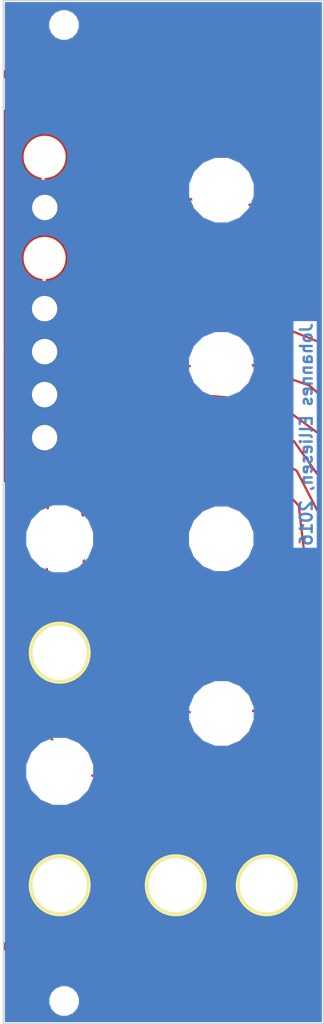
<source format=kicad_pcb>
(kicad_pcb (version 4) (host pcbnew 4.0.1-stable)
  (layers (0 F.Cu signal) (31 B.Cu signal) (34 B.Paste user) (35 F.Paste user) (36 B.SilkS user) (37 F.SilkS user) (38 B.Mask user) (39 F.Mask user) (44 Edge.Cuts user))
  (net 0 "")
  (net 1 GND)
  (module footprints:drill_3.1mm_PTH (layer F.Cu) (at 85.95 86.925)
    (fp_text reference W11 hide)
    (fp_text value TEST_1P hide)
    (pad 1 thru_hole circle (at 0 0) (size 3.2 3.2) (drill 3.1) (layers *.Cu *.Mask F.SilkS) (net 1 GND))
  )
  (module footprints:drill_3.1mm_PTH (layer F.Cu) (at 85.95 81.525)
    (fp_text reference W10 hide)
    (fp_text value TEST_1P hide)
    (pad 1 thru_hole circle (at 0 0) (size 3.2 3.2) (drill 3.1) (layers *.Cu *.Mask F.SilkS) (net 1 GND))
  )
  (module footprints:drill_3.1mm_PTH (layer F.Cu) (at 85.95 76.125)
    (fp_text reference W9 hide)
    (fp_text value TEST_1P hide)
    (pad 1 thru_hole circle (at 0 0) (size 3.2 3.2) (drill 3.1) (layers *.Cu *.Mask F.SilkS) (net 1 GND))
  )
  (module footprints:drill_3.1mm_PTH (layer F.Cu) (at 85.95 70.725)
    (fp_text reference W8 hide)
    (fp_text value TEST_1P hide)
    (pad 1 thru_hole circle (at 0 0) (size 3.2 3.2) (drill 3.1) (layers *.Cu *.Mask F.SilkS) (net 1 GND))
  )
  (module footprints:drill_3.1mm_PTH (layer F.Cu) (at 85.975 58.025)
    (fp_text reference W7 hide)
    (fp_text value TEST_1P hide)
    (pad 1 thru_hole circle (at 0 0) (size 3.2 3.2) (drill 3.1) (layers *.Cu *.Mask F.SilkS) (net 1 GND))
  )
  (module footprints:drill_5.2mm_PTH (layer F.Cu) (at 85.95 64.375)
    (fp_text reference W6 hide)
    (fp_text value TEST_1P hide)
    (pad 1 thru_hole circle (at 0 0) (size 5.3 5.3) (drill 5.2) (layers *.Cu *.Mask F.SilkS))
  )
  (module footprints:drill_5.2mm_PTH (layer F.Cu) (at 85.95 51.675)
    (fp_text reference W5 hide)
    (fp_text value TEST_1P hide)
    (pad 1 thru_hole circle (at 0 0) (size 5.3 5.3) (drill 5.2) (layers *.Cu *.Mask F.SilkS))
  )
  (module footprints:drill_8.0mm_NPTH (layer F.Cu) (at 87.85 128.825)
    (fp_text reference REF** hide)
    (fp_text value drill_8.0mm_NPTH hide)
    (pad "" np_thru_hole circle (at 0 0) (size 8 8) (drill 8) (layers *.Cu *.Mask F.SilkS))
  )
  (module footprints:drill_8.0mm_NPTH (layer F.Cu) (at 87.85 99.625)
    (fp_text reference REF** hide)
    (fp_text value drill_8.0mm_NPTH hide)
    (pad "" np_thru_hole circle (at 0 0) (size 8 8) (drill 8) (layers *.Cu *.Mask F.SilkS))
  )
  (module footprints:peaks (layer F.Cu) (at 100.875 96.275)
    (fp_text reference peaks_faceplate hide)
    (fp_text value peaks_value hide)
    (fp_poly (pts (xy -11.635548 -37.552136) (xy -11.434905 -39.096642) (xy -11.454208 -39.095639) (xy -11.475573 -39.094533) (xy -11.498881 -39.09333) (xy -11.524015 -39.092037) (xy -11.550856 -39.090659) (xy -11.579287 -39.089202) (xy -11.609191 -39.087673) (xy -11.640448 -39.086076) (xy -11.672941 -39.084418) (xy -11.706553 -39.082705) (xy -11.741165 -39.080943) (xy -11.776659 -39.079138) (xy -11.812918 -39.077295) (xy -11.849824 -39.07542) (xy -11.887259 -39.07352) (xy -11.925104 -39.0716) (xy -11.963242 -39.069666) (xy -12.001556 -39.067724) (xy -12.039926 -39.06578) (xy -12.078236 -39.06384) (xy -12.116368 -39.06191) (xy -12.154202 -39.059995) (xy -12.191623 -39.058103) (xy -12.228511 -39.056237) (xy -12.264749 -39.054405) (xy -12.300219 -39.052613) (xy -12.334803 -39.050865) (xy -12.368383 -39.049169) (xy -12.400841 -39.04753) (xy -12.43206 -39.045953) (xy -12.461921 -39.044446) (xy -12.490306 -39.043013) (xy -12.517099 -39.041661) (xy -12.54218 -39.040396) (xy -12.565432 -39.039223) (xy -12.586736 -39.038148) (xy -12.605976 -39.037178) (xy -12.623034 -39.036318) (xy -12.63779 -39.035574) (xy -12.650128 -39.034952) (xy -12.659929 -39.034458) (xy -12.667076 -39.034098) (xy -12.67145 -39.033878) (xy -12.672935 -39.033803) (xy -12.390713 -37.622692) (xy -11.635548 -37.552136)) (layer F.Cu) (width 0))
    (fp_poly (pts (xy -8.222973 -37.232982) (xy -7.95784 -39.273031) (xy -7.998078 -39.27096) (xy -8.036891 -39.268964) (xy -8.074337 -39.267041) (xy -8.110475 -39.265188) (xy -8.145363 -39.263402) (xy -8.179058 -39.261679) (xy -8.21162 -39.260017) (xy -8.243107 -39.258412) (xy -8.273577 -39.256861) (xy -8.303089 -39.255361) (xy -8.3317 -39.253909) (xy -8.35947 -39.252501) (xy -8.386456 -39.251135) (xy -8.412717 -39.249808) (xy -8.438311 -39.248516) (xy -8.463297 -39.247256) (xy -8.487733 -39.246026) (xy -8.511677 -39.244821) (xy -8.535187 -39.243639) (xy -8.558322 -39.242477) (xy -8.581141 -39.241331) (xy -8.603701 -39.240199) (xy -8.626061 -39.239077) (xy -8.648279 -39.237962) (xy -8.670414 -39.236852) (xy -8.692524 -39.235742) (xy -8.714667 -39.23463) (xy -8.736902 -39.233513) (xy -8.759286 -39.232387) (xy -8.781879 -39.23125) (xy -8.804739 -39.230098) (xy -8.827923 -39.228928) (xy -8.851491 -39.227737) (xy -8.8755 -39.226522) (xy -8.90001 -39.22528) (xy -8.925078 -39.224008) (xy -8.950762 -39.222702) (xy -8.977122 -39.221359) (xy -9.004214 -39.219977) (xy -9.032099 -39.218551) (xy -9.060834 -39.21708) (xy -9.090476 -39.21556) (xy -9.121086 -39.213987) (xy -9.152721 -39.212359) (xy -9.185439 -39.210672) (xy -9.219298 -39.208924) (xy -9.254358 -39.207111) (xy -9.290677 -39.20523) (xy -9.382179 -38.501328) (xy -9.745983 -38.548733) (xy -9.6633 -39.186491) (xy -9.698172 -39.184683) (xy -9.732698 -39.182897) (xy -9.766884 -39.181131) (xy -9.800732 -39.179387) (xy -9.834248 -39.177663) (xy -9.867434 -39.175959) (xy -9.900296 -39.174275) (xy -9.932836 -39.17261) (xy -9.965059 -39.170964) (xy -9.996969 -39.169337) (xy -10.02857 -39.167728) (xy -10.059866 -39.166137) (xy -10.090861 -39.164563) (xy -10.121558 -39.163007) (xy -10.151963 -39.161468) (xy -10.182077 -39.159944) (xy -10.211907 -39.158437) (xy -10.241456 -39.156946) (xy -10.270727 -39.15547) (xy -10.299724 -39.154009) (xy -10.328453 -39.152563) (xy -10.356916 -39.151131) (xy -10.385117 -39.149713) (xy -10.413061 -39.148309) (xy -10.440752 -39.146918) (xy -10.468193 -39.145539) (xy -10.495389 -39.144174) (xy -10.522343 -39.14282) (xy -10.54906 -39.141478) (xy -10.575543 -39.140148) (xy -10.601797 -39.138828) (xy -10.627825 -39.13752) (xy -10.653631 -39.136221) (xy -10.67922 -39.134933) (xy -10.704595 -39.133654) (xy -10.72976 -39.132384) (xy -10.75472 -39.131124) (xy -10.779477 -39.129872) (xy -10.804038 -39.128628) (xy -10.828404 -39.127392) (xy -10.85258 -39.126163) (xy -10.876571 -39.124942) (xy -10.90038 -39.123727) (xy -10.924011 -39.122518) (xy -10.947468 -39.121316) (xy -10.970755 -39.120119) (xy -10.993876 -39.118928) (xy -11.016836 -39.117741) (xy -11.039637 -39.11656) (xy -11.062284 -39.115382) (xy -11.270093 -37.517962) (xy -9.896464 -37.389528) (xy -9.811577 -38.043268) (xy -9.447776 -37.995866) (xy -9.531009 -37.355351) (xy -8.222973 -37.232982)) (layer F.Cu) (width 0))
    (fp_poly (pts (xy -7.370245 -37.153057) (xy -7.089123 -39.317128) (xy -7.127189 -39.315179) (xy -7.161486 -39.313425) (xy -7.192489 -39.311841) (xy -7.220674 -39.310403) (xy -7.246516 -39.309087) (xy -7.270493 -39.307867) (xy -7.293078 -39.30672) (xy -7.314748 -39.305619) (xy -7.335978 -39.304541) (xy -7.357245 -39.303461) (xy -7.379024 -39.302355) (xy -7.40179 -39.301197) (xy -7.42602 -39.299962) (xy -7.452189 -39.298627) (xy -7.480772 -39.297166) (xy -7.512247 -39.295556) (xy -7.547087 -39.29377) (xy -7.585769 -39.291785) (xy -7.857518 -37.198822) (xy -7.370245 -37.153071) (xy -7.370245 -37.153057)) (layer F.Cu) (width 0))
    (fp_poly (pts (xy -4.636767 -39.441701) (xy -4.661955 -39.440471) (xy -4.686989 -39.439246) (xy -4.71188 -39.438026) (xy -4.736637 -39.43681) (xy -4.761271 -39.435597) (xy -4.78579 -39.434389) (xy -4.810204 -39.433183) (xy -4.834523 -39.431979) (xy -4.858758 -39.430778) (xy -4.882916 -39.429578) (xy -4.907009 -39.428379) (xy -4.931046 -39.427181) (xy -4.955037 -39.425984) (xy -4.978991 -39.424786) (xy -5.002918 -39.423588) (xy -5.026828 -39.422388) (xy -5.050731 -39.421187) (xy -5.074635 -39.419984) (xy -5.098552 -39.418779) (xy -5.12249 -39.417571) (xy -5.14646 -39.41636) (xy -5.17047 -39.415145) (xy -5.194532 -39.413925) (xy -5.218654 -39.412702) (xy -5.242846 -39.411473) (xy -5.267118 -39.410239) (xy -5.29148 -39.408998) (xy -5.315941 -39.407752) (xy -5.340511 -39.406498) (xy -5.3652 -39.405238) (xy -5.390017 -39.403969) (xy -5.414973 -39.402693) (xy -5.440076 -39.401408) (xy -5.465337 -39.400114) (xy -5.490765 -39.39881) (xy -5.516371 -39.397497) (xy -5.542163 -39.396173) (xy -5.568151 -39.394838) (xy -5.594346 -39.393493) (xy -5.620757 -39.392135) (xy -5.647393 -39.390765) (xy -5.674264 -39.389383) (xy -5.701381 -39.387988) (xy -5.728752 -39.386579) (xy -5.756388 -39.385157) (xy -5.784298 -39.38372) (xy -5.812491 -39.382268) (xy -5.840978 -39.380801) (xy -5.869769 -39.379319) (xy -5.898872 -39.37782) (xy -5.928299 -39.376305) (xy -5.958057 -39.374773) (xy -5.988158 -39.373223) (xy -6.018611 -39.371655) (xy -6.049425 -39.37007) (xy -6.08061 -39.368465) (xy -6.112176 -39.366841) (xy -6.144133 -39.365198) (xy -6.176491 -39.363534) (xy -6.209258 -39.36185) (xy -6.242446 -39.360145) (xy -6.276062 -39.358418) (xy -6.310118 -39.35667) (xy -6.344623 -39.354899) (xy -6.379587 -39.353106) (xy -6.415019 -39.351289) (xy -6.450929 -39.349449) (xy -6.487327 -39.347585) (xy -6.524223 -39.345696) (xy -6.561625 -39.343782) (xy -6.599545 -39.341843) (xy -6.637991 -39.339878) (xy -6.676974 -39.337886) (xy -6.716502 -39.335868) (xy -7.004789 -37.11888) (xy -4.691338 -36.902805) (xy -4.636767 -39.441701)) (layer F.Cu) (width 0))
    (fp_poly (pts (xy -20.168911 -40.915652) (xy -20.187654 -25.547769) (xy -15.163876 -25.389572) (xy -15.193642 -32.108335) (xy -14.79401 -32.110028) (xy -14.764247 -25.376934) (xy -12.499854 -25.305825) (xy -12.500251 -25.337024) (xy -12.50067 -25.363629) (xy -12.501103 -25.386894) (xy -12.501544 -25.408069) (xy -12.501985 -25.428406) (xy -12.502419 -25.449157) (xy -12.502841 -25.471574) (xy -12.503242 -25.496908) (xy -12.503616 -25.526412) (xy -12.503957 -25.561336) (xy -12.504256 -25.602932) (xy -12.504256 -26.679454) (xy -12.282116 -26.911517) (xy -11.07661 -26.896644) (xy -11.07661 -26.615525) (xy -12.163606 -26.575837) (xy -12.163606 -25.810199) (xy -11.121257 -25.771063) (xy -11.121257 -25.489391) (xy -12.163606 -25.449705) (xy -12.163606 -25.294813) (xy -10.492322 -25.242447) (xy -10.511062 -25.97336) (xy -10.733202 -25.9932) (xy -10.772023 -25.997441) (xy -10.806633 -26.001695) (xy -10.837024 -26.005955) (xy -10.863186 -26.010217) (xy -10.88511 -26.014477) (xy -10.902786 -26.018728) (xy -10.916206 -26.022966) (xy -10.934054 -26.035598) (xy -10.94814 -26.053749) (xy -10.958524 -26.077455) (xy -10.965265 -26.106749) (xy -10.969242 -26.135568) (xy -10.971296 -26.162752) (xy -10.971428 -26.188296) (xy -10.969638 -26.212194) (xy -10.965928 -26.234439) (xy -10.960298 -26.255026) (xy -10.954475 -26.264487) (xy -10.945234 -26.273114) (xy -10.932572 -26.280911) (xy -10.916486 -26.287878) (xy -10.896975 -26.294018) (xy -10.874036 -26.299334) (xy -10.847667 -26.303826) (xy -10.817866 -26.307496) (xy -10.78463 -26.310348) (xy -10.747958 -26.312383) (xy -10.707847 -26.313602) (xy -10.664294 -26.314008) (xy -10.629876 -26.313166) (xy -10.596589 -26.311467) (xy -10.564433 -26.30891) (xy -10.533408 -26.305495) (xy -10.503514 -26.301223) (xy -10.474752 -26.296093) (xy -10.447121 -26.290106) (xy -10.420621 -26.283261) (xy -10.395253 -26.275559) (xy -10.371016 -26.266999) (xy -10.347911 -26.257581) (xy -10.325938 -26.247307) (xy -10.305096 -26.236174) (xy -10.285387 -26.224185) (xy -10.266809 -26.211338) (xy -10.249364 -26.197634) (xy -10.23305 -26.183072) (xy -10.217869 -26.167654) (xy -10.20382 -26.151378) (xy -10.190904 -26.134245) (xy -10.17912 -26.116254) (xy -10.168468 -26.097407) (xy -10.158949 -26.077702) (xy -10.150562 -26.05714) (xy -10.138987 -26.028148) (xy -10.124075 -26.013501) (xy -10.105915 -26.013043) (xy -10.094115 -26.018658) (xy -10.078471 -26.02893) (xy -10.058984 -26.043864) (xy -10.035656 -26.063462) (xy -10.008488 -26.08773) (xy -9.977481 -26.116672) (xy -9.829755 -26.259988) (xy -8.782445 -26.21534) (xy -8.797318 -25.622783) (xy -8.798396 -25.574624) (xy -8.799109 -25.530864) (xy -8.799486 -25.491159) (xy -8.799556 -25.455169) (xy -8.799346 -25.422551) (xy -8.798887 -25.392963) (xy -8.798206 -25.366062) (xy -8.797332 -25.341506) (xy -8.796295 -25.318953) (xy -8.795122 -25.298062) (xy -8.793842 -25.278489) (xy -8.792484 -25.259892) (xy -8.791077 -25.24193) (xy -8.78965 -25.22426) (xy -8.78823 -25.206539) (xy -8.786848 -25.188426) (xy -7.590711 -25.150942) (xy -7.596842 -25.1753) (xy -7.602918 -25.19955) (xy -7.60896 -25.223727) (xy -7.614983 -25.247867) (xy -7.621008 -25.272007) (xy -7.627052 -25.296182) (xy -7.633134 -25.320429) (xy -7.639271 -25.344783) (xy -7.645482 -25.36928) (xy -7.651786 -25.393958) (xy -7.658201 -25.418851) (xy -7.664744 -25.443996) (xy -7.671434 -25.469428) (xy -7.67829 -25.495185) (xy -7.68533 -25.521301) (xy -7.692572 -25.547814) (xy -7.700034 -25.574758) (xy -7.707734 -25.602171) (xy -7.715692 -25.630088) (xy -7.723924 -25.658545) (xy -7.73245 -25.687578) (xy -7.741288 -25.717224) (xy -7.750456 -25.747518) (xy -7.759972 -25.778497) (xy -7.769854 -25.810196) (xy -7.85364 -26.091868) (xy -8.070819 -26.111708) (xy -8.10964 -26.116051) (xy -8.14425 -26.120609) (xy -8.17464 -26.125378) (xy -8.200802 -26.13035) (xy -8.222726 -26.135521) (xy -8.240402 -26.140885) (xy -8.253823 -26.146435) (xy -8.271671 -26.158755) (xy -8.285756 -26.175972) (xy -8.296139 -26.198126) (xy -8.302879 -26.225257) (xy -8.306856 -26.255448) (xy -8.30891 -26.283456) (xy -8.309042 -26.309275) (xy -8.307252 -26.332899) (xy -8.303542 -26.35432) (xy -8.297912 -26.373534) (xy -8.291264 -26.384541) (xy -8.281196 -26.394508) (xy -8.267706 -26.403439) (xy -8.250793 -26.411335) (xy -8.230454 -26.418198) (xy -8.206687 -26.42403) (xy -8.17949 -26.428832) (xy -8.148861 -26.432608) (xy -8.114798 -26.435358) (xy -8.077299 -26.437085) (xy -8.036363 -26.437791) (xy -7.991986 -26.437477) (xy -7.953458 -26.436445) (xy -7.916897 -26.434765) (xy -7.882303 -26.432434) (xy -7.849674 -26.429452) (xy -7.819012 -26.425819) (xy -7.790316 -26.421532) (xy -7.763585 -26.416592) (xy -7.738819 -26.410997) (xy -7.716019 -26.404745) (xy -7.695184 -26.397837) (xy -7.676314 -26.390271) (xy -7.659409 -26.382045) (xy -7.644468 -26.37316) (xy -7.631492 -26.363614) (xy -7.621573 -26.354525) (xy -7.611573 -26.343312) (xy -7.601493 -26.329974) (xy -7.591332 -26.314512) (xy -7.581092 -26.296927) (xy -7.570773 -26.277218) (xy -7.560376 -26.255386) (xy -7.549901 -26.231432) (xy -7.539349 -26.205355) (xy -7.528721 -26.177157) (xy -7.518016 -26.146837) (xy -7.507236 -26.114396) (xy -7.496381 -26.079835) (xy -7.485451 -26.043153) (xy -7.474448 -26.004352) (xy -7.463372 -25.963431) (xy -7.455983 -25.935898) (xy -7.448631 -25.90845) (xy -7.441317 -25.881087) (xy -7.434039 -25.853808) (xy -7.426799 -25.826615) (xy -7.419595 -25.799508) (xy -7.412426 -25.772485) (xy -7.405294 -25.745548) (xy -7.398197 -25.718696) (xy -7.391136 -25.69193) (xy -7.384109 -25.66525) (xy -7.377117 -25.638655) (xy -7.37016 -25.612146) (xy -7.363236 -25.585722) (xy -7.356346 -25.559385) (xy -7.34949 -25.533134) (xy -7.342666 -25.506968) (xy -7.335875 -25.480889) (xy -7.329117 -25.454896) (xy -7.322391 -25.42899) (xy -7.315697 -25.403169) (xy -7.309034 -25.377435) (xy -7.302403 -25.351788) (xy -7.295803 -25.326227) (xy -7.284707 -25.286806) (xy -7.274019 -25.25526) (xy -7.263655 -25.229944) (xy -7.253528 -25.209218) (xy -7.243552 -25.19144) (xy -7.233641 -25.174966) (xy -7.223709 -25.158155) (xy -7.213671 -25.139365) (xy -7.033974 -25.133297) (xy -7.022743 -25.151798) (xy -7.011668 -25.169984) (xy -7.00035 -25.188722) (xy -6.988391 -25.208879) (xy -6.975392 -25.231322) (xy -6.960953 -25.256919) (xy -6.944676 -25.286535) (xy -6.925579 -25.319986) (xy -6.90779 -25.351187) (xy -6.891302 -25.380134) (xy -6.87611 -25.406821) (xy -6.862208 -25.431241) (xy -6.849589 -25.45339) (xy -6.838248 -25.473261) (xy -6.82818 -25.490848) (xy -6.819377 -25.506146) (xy -6.811834 -25.519149) (xy -6.800205 -25.538381) (xy -6.788365 -25.558215) (xy -6.776316 -25.578655) (xy -6.764058 -25.599703) (xy -6.751592 -25.621362) (xy -6.73892 -25.643635) (xy -6.726042 -25.666526) (xy -6.712959 -25.690037) (xy -6.699672 -25.714172) (xy -6.686182 -25.738933) (xy -6.67249 -25.764324) (xy -6.658596 -25.790347) (xy -6.642757 -25.818552) (xy -6.627569 -25.845697) (xy -6.613032 -25.871781) (xy -6.599147 -25.896805) (xy -6.585913 -25.920767) (xy -6.573333 -25.943669) (xy -6.561406 -25.965509) (xy -6.550133 -25.986288) (xy -6.539514 -26.006005) (xy -6.52955 -26.02466) (xy -6.520242 -26.042253) (xy -6.507743 -26.065646) (xy -6.49494 -26.088904) (xy -6.481831 -26.11202) (xy -6.468416 -26.134988) (xy -6.454692 -26.157801) (xy -6.440657 -26.180455) (xy -6.426311 -26.202941) (xy -6.411651 -26.225254) (xy -6.392314 -26.25324) (xy -6.37381 -26.277931) (xy -6.356134 -26.299328) (xy -6.339281 -26.317432) (xy -6.323247 -26.332245) (xy -6.308025 -26.343768) (xy -6.28605 -26.358296) (xy -6.264622 -26.367283) (xy -6.243811 -26.370715) (xy -6.223689 -26.368575) (xy -6.2003 -26.358096) (xy -6.178116 -26.346418) (xy -6.157138 -26.333538) (xy -6.137368 -26.319451) (xy -6.118809 -26.304153) (xy -6.101463 -26.28764) (xy -6.085332 -26.269908) (xy -6.066806 -26.247145) (xy -6.054661 -26.226298) (xy -6.048859 -26.207406) (xy -6.049358 -26.190509) (xy -6.056119 -26.175648) (xy -6.065446 -26.164498) (xy -6.075871 -26.150802) (xy -6.087394 -26.134554) (xy -6.100016 -26.115751) (xy -6.113736 -26.09439) (xy -6.128553 -26.070465) (xy -6.144469 -26.043974) (xy -6.161481 -26.014911) (xy -6.179591 -25.983274) (xy -6.668519 -25.121726) (xy -4.94542 -25.067706) (xy -4.691309 -36.90285) (xy -7.004761 -37.118925) (xy -7.043897 -36.816309) (xy -7.407698 -36.863161) (xy -7.370216 -37.153102) (xy -7.85749 -37.198853) (xy -7.907099 -36.816309) (xy -8.2709 -36.863161) (xy -8.222945 -37.233027) (xy -9.53098 -37.355396) (xy -9.600983 -36.816309) (xy -9.964787 -36.863161) (xy -9.896435 -37.389573) (xy -11.270065 -37.518007) (xy -11.361014 -36.816309) (xy -11.724815 -36.863161) (xy -11.63552 -37.552181) (xy -12.390684 -37.622737) (xy -12.672907 -39.033848) (xy -12.671422 -39.033923) (xy -12.667048 -39.034143) (xy -12.659901 -39.034503) (xy -12.6501 -39.034997) (xy -12.637762 -39.035619) (xy -12.623005 -39.036363) (xy -12.605948 -39.037223) (xy -12.586708 -39.038194) (xy -12.565403 -39.039268) (xy -12.542151 -39.040441) (xy -12.51707 -39.041706) (xy -12.490278 -39.043058) (xy -12.461892 -39.044491) (xy -12.432031 -39.045999) (xy -12.400813 -39.047575) (xy -12.368354 -39.049214) (xy -12.334774 -39.05091) (xy -12.300191 -39.052658) (xy -12.264721 -39.05445) (xy -12.228483 -39.056282) (xy -12.191595 -39.058148) (xy -12.154174 -39.060041) (xy -12.116339 -39.061955) (xy -12.078208 -39.063885) (xy -12.039898 -39.065825) (xy -12.001527 -39.067769) (xy -11.963214 -39.069711) (xy -11.925076 -39.071645) (xy -11.88723 -39.073565) (xy -11.849796 -39.075465) (xy -11.81289 -39.07734) (xy -11.776631 -39.079183) (xy -11.741137 -39.080988) (xy -11.706525 -39.082751) (xy -11.672913 -39.084464) (xy -11.64042 -39.086121) (xy -11.609162 -39.087718) (xy -11.579259 -39.089248) (xy -11.550828 -39.090704) (xy -11.523986 -39.092082) (xy -11.498853 -39.093375) (xy -11.475545 -39.094578) (xy -11.45418 -39.095684) (xy -11.434877 -39.096688) (xy -11.355502 -39.707433) (xy -10.9917 -39.660579) (xy -11.062256 -39.115427) (xy -11.039609 -39.116604) (xy -11.016807 -39.117786) (xy -10.993848 -39.118972) (xy -10.970727 -39.120163) (xy -10.94744 -39.121359) (xy -10.923983 -39.122561) (xy -10.900352 -39.123769) (xy -10.876543 -39.124984) (xy -10.852552 -39.126205) (xy -10.828376 -39.127434) (xy -10.804009 -39.12867) (xy -10.779449 -39.129913) (xy -10.754691 -39.131165) (xy -10.729732 -39.132426) (xy -10.704566 -39.133695) (xy -10.679191 -39.134974) (xy -10.653603 -39.136263) (xy -10.627796 -39.137561) (xy -10.601769 -39.13887) (xy -10.575515 -39.140189) (xy -10.549032 -39.14152) (xy -10.522315 -39.142862) (xy -10.495361 -39.144215) (xy -10.468165 -39.145581) (xy -10.440724 -39.14696) (xy -10.413033 -39.148351) (xy -10.385089 -39.149756) (xy -10.356888 -39.151174) (xy -10.328425 -39.152606) (xy -10.299696 -39.154052) (xy -10.270698 -39.155513) (xy -10.241427 -39.156989) (xy -10.211879 -39.158481) (xy -10.182049 -39.159988) (xy -10.151934 -39.161511) (xy -10.12153 -39.163051) (xy -10.090833 -39.164607) (xy -10.059838 -39.166181) (xy -10.028542 -39.167772) (xy -9.996941 -39.169381) (xy -9.965031 -39.171009) (xy -9.932808 -39.172655) (xy -9.900267 -39.17432) (xy -9.867406 -39.176004) (xy -9.834219 -39.177708) (xy -9.800704 -39.179432) (xy -9.766855 -39.181177) (xy -9.73267 -39.182942) (xy -9.698143 -39.184728) (xy -9.663272 -39.186536) (xy -9.595471 -39.707433) (xy -9.23167 -39.660579) (xy -9.290648 -39.205275) (xy -9.25433 -39.207156) (xy -9.21927 -39.208969) (xy -9.18541 -39.210718) (xy -9.152692 -39.212404) (xy -9.121058 -39.214032) (xy -9.090448 -39.215605) (xy -9.060805 -39.217125) (xy -9.032071 -39.218597) (xy -9.004186 -39.220022) (xy -8.977093 -39.221404) (xy -8.950734 -39.222747) (xy -8.925049 -39.224053) (xy -8.899982 -39.225325) (xy -8.875472 -39.226568) (xy -8.851463 -39.227782) (xy -8.827895 -39.228973) (xy -8.80471 -39.230143) (xy -8.781851 -39.231295) (xy -8.759258 -39.232432) (xy -8.736873 -39.233558) (xy -8.714639 -39.234675) (xy -8.692496 -39.235787) (xy -8.670386 -39.236897) (xy -8.648251 -39.238007) (xy -8.626033 -39.239122) (xy -8.603673 -39.240244) (xy -8.581113 -39.241376) (xy -8.558294 -39.242522) (xy -8.535159 -39.243684) (xy -8.511648 -39.244866) (xy -8.487705 -39.246071) (xy -8.463269 -39.247301) (xy -8.438283 -39.248561) (xy -8.412689 -39.249853) (xy -8.386428 -39.251181) (xy -8.359442 -39.252546) (xy -8.331672 -39.253954) (xy -8.303061 -39.255406) (xy -8.273549 -39.256906) (xy -8.243079 -39.258457) (xy -8.211592 -39.260062) (xy -8.17903 -39.261725) (xy -8.145334 -39.263447) (xy -8.110447 -39.265234) (xy -8.074309 -39.267087) (xy -8.036863 -39.269009) (xy -7.99805 -39.271005) (xy -7.957812 -39.273076) (xy -7.901587 -39.707433) (xy -7.537786 -39.660579) (xy -7.585741 -39.291816) (xy -7.547059 -39.293801) (xy -7.512218 -39.295588) (xy -7.480744 -39.297199) (xy -7.452161 -39.298661) (xy -7.425992 -39.299998) (xy -7.401762 -39.301234) (xy -7.378996 -39.302394) (xy -7.357217 -39.303502) (xy -7.33595 -39.304583) (xy -7.31472 -39.305662) (xy -7.29305 -39.306763) (xy -7.270464 -39.307911) (xy -7.246488 -39.30913) (xy -7.220646 -39.310446) (xy -7.192461 -39.311882) (xy -7.161458 -39.313463) (xy -7.127161 -39.315214) (xy -7.089095 -39.31716) (xy -7.038385 -39.707419) (xy -6.674581 -39.660565) (xy -6.716474 -39.335899) (xy -6.676945 -39.337917) (xy -6.637963 -39.339909) (xy -6.599517 -39.341874) (xy -6.561597 -39.343813) (xy -6.524194 -39.345727) (xy -6.487299 -39.347616) (xy -6.450901 -39.34948) (xy -6.414991 -39.35132) (xy -6.379559 -39.353137) (xy -6.344595 -39.35493) (xy -6.31009 -39.356701) (xy -6.276034 -39.358449) (xy -6.242417 -39.360176) (xy -6.20923 -39.361881) (xy -6.176462 -39.363565) (xy -6.144105 -39.365229) (xy -6.112148 -39.366872) (xy -6.080582 -39.368496) (xy -6.049396 -39.370101) (xy -6.018582 -39.371687) (xy -5.98813 -39.373254) (xy -5.958029 -39.374804) (xy -5.92827 -39.376336) (xy -5.898844 -39.377851) (xy -5.869741 -39.37935) (xy -5.84095 -39.380832) (xy -5.812463 -39.382299) (xy -5.784269 -39.383751) (xy -5.75636 -39.385188) (xy -5.728724 -39.38661) (xy -5.701353 -39.388019) (xy -5.674236 -39.389414) (xy -5.647365 -39.390796) (xy -5.620729 -39.392166) (xy -5.594318 -39.393524) (xy -5.568123 -39.394869) (xy -5.542135 -39.396204) (xy -5.516343 -39.397528) (xy -5.490737 -39.398841) (xy -5.465309 -39.400145) (xy -5.440048 -39.401439) (xy -5.414944 -39.402724) (xy -5.389989 -39.404) (xy -5.365172 -39.405269) (xy -5.340483 -39.406529) (xy -5.315913 -39.407783) (xy -5.291452 -39.409029) (xy -5.26709 -39.41027) (xy -5.242818 -39.411504) (xy -5.218626 -39.412733) (xy -5.194504 -39.413956) (xy -5.170442 -39.415176) (xy -5.146431 -39.416391) (xy -5.122462 -39.417602) (xy -5.098524 -39.41881) (xy -5.074607 -39.420015) (xy -5.050702 -39.421218) (xy -5.0268 -39.422419) (xy -5.00289 -39.423619) (xy -4.978963 -39.424817) (xy -4.955009 -39.426015) (xy -4.931018 -39.427212) (xy -4.906981 -39.42841) (xy -4.882888 -39.429609) (xy -4.858729 -39.430809) (xy -4.834495 -39.43201) (xy -4.810176 -39.433214) (xy -4.785761 -39.43442) (xy -4.761242 -39.435628) (xy -4.736609 -39.436841) (xy -4.711852 -39.438057) (xy -4.686961 -39.439277) (xy -4.661927 -39.440502) (xy -4.636739 -39.441732) (xy -4.582168 -41.98449) (xy -14.884383 -41.277831) (xy -14.793982 -38.201498) (xy -15.193614 -38.189927) (xy -15.283462 -41.250825) (xy -20.168884 -40.915686) (xy -20.168911 -40.915652)) (layer F.Cu) (width 0))
    (fp_poly (pts (xy -20.168911 -40.915652) (xy -15.28349 -41.250791) (xy -15.393182 -44.974801) (xy -14.993552 -44.986378) (xy -14.884411 -41.2778) (xy -4.582197 -41.984459) (xy -4.382657 -51.275193) (xy -20.156785 -50.509003) (xy -20.168912 -40.915652) (xy -20.168911 -40.915652)) (layer F.Cu) (width 0))
    (fp_poly (pts (xy -7.622709 -60.267356) (xy -8.026993 -63.052184) (xy -2.433348 -63.052184) (xy -2.430239 -63.027947) (xy -2.427991 -63.006453) (xy -2.427704 -62.986214) (xy -2.427791 -62.958149) (xy -2.427893 -62.930084) (xy -2.428011 -62.902019) (xy -2.428141 -62.873955) (xy -2.428282 -62.845892) (xy -2.428434 -62.81783) (xy -2.428593 -62.789769) (xy -2.42876 -62.761709) (xy -2.428932 -62.733652) (xy -2.429108 -62.705596) (xy -2.429286 -62.677542) (xy -2.429465 -62.649491) (xy -2.429644 -62.621443) (xy -2.42982 -62.593397) (xy -2.429993 -62.565354) (xy -2.43016 -62.537314) (xy -2.430321 -62.509278) (xy -2.430474 -62.481246) (xy -2.430617 -62.453217) (xy -2.430749 -62.425193) (xy -2.430868 -62.397172) (xy -2.430973 -62.369157) (xy -2.431062 -62.341146) (xy -2.431134 -62.31314) (xy -2.431187 -62.285139) (xy -2.43122 -62.257143) (xy -2.431232 -62.229153) (xy -2.431255 -62.201768) (xy -2.431262 -62.174381) (xy -2.431251 -62.146991) (xy -2.431225 -62.119601) (xy -2.431185 -62.092208) (xy -2.43113 -62.064815) (xy -2.431063 -62.037419) (xy -2.430984 -62.010023) (xy -2.430893 -61.982626) (xy -2.430794 -61.955228) (xy -2.430685 -61.927829) (xy -2.430568 -61.900429) (xy -2.430444 -61.873029) (xy -2.430315 -61.845629) (xy -2.43018 -61.818228) (xy -2.430041 -61.790827) (xy -2.429899 -61.763426) (xy -2.429755 -61.736025) (xy -2.42961 -61.708625) (xy -2.429464 -61.681225) (xy -2.42932 -61.653825) (xy -2.429177 -61.626426) (xy -2.429036 -61.599028) (xy -2.4289 -61.571631) (xy -2.428768 -61.544234) (xy -2.428642 -61.516839) (xy -2.428522 -61.489446) (xy -2.42841 -61.462053) (xy -2.428306 -61.434662) (xy -2.428212 -61.407273) (xy -2.428129 -61.379886) (xy -2.428057 -61.352501) (xy -2.428016 -61.325212) (xy -2.427971 -61.297926) (xy -2.427921 -61.270641) (xy -2.427866 -61.243359) (xy -2.427808 -61.216077) (xy -2.427746 -61.188796) (xy -2.427682 -61.161515) (xy -2.427614 -61.134235) (xy -2.427545 -61.106954) (xy -2.427473 -61.079672) (xy -2.4274 -61.05239) (xy -2.427325 -61.025105) (xy -2.42725 -60.997819) (xy -2.427175 -60.97053) (xy -2.427099 -60.943239) (xy -2.427024 -60.915945) (xy -2.42695 -60.888647) (xy -2.426876 -60.861345) (xy -2.426805 -60.834039) (xy -2.426735 -60.806729) (xy -2.426667 -60.779413) (xy -2.426603 -60.752092) (xy -2.426541 -60.724765) (xy -2.426483 -60.697432) (xy -2.426429 -60.670093) (xy -2.426379 -60.642746) (xy -2.426333 -60.615393) (xy -2.426293 -60.588031) (xy -2.426242 -60.560313) (xy -2.426192 -60.532597) (xy -2.426142 -60.504881) (xy -2.426092 -60.477167) (xy -2.426043 -60.449454) (xy -2.425994 -60.421741) (xy -2.425946 -60.394029) (xy -2.425899 -60.366319) (xy -2.425853 -60.338608) (xy -2.425808 -60.310899) (xy -2.425764 -60.28319) (xy -2.425721 -60.255482) (xy -2.425679 -60.227774) (xy -2.425639 -60.200067) (xy -2.425601 -60.17236) (xy -2.425564 -60.144654) (xy -2.425529 -60.116947) (xy -2.425497 -60.089241) (xy -2.425466 -60.061536) (xy -2.425437 -60.03383) (xy -2.425411 -60.006124) (xy -2.425387 -59.978419) (xy -2.425365 -59.950713) (xy -2.425346 -59.923007) (xy -2.42533 -59.895301) (xy -2.425317 -59.867595) (xy -2.425307 -59.839888) (xy -2.4253 -59.812181) (xy -2.425296 -59.784474) (xy -2.425295 -59.756766) (xy -2.425298 -59.729058) (xy -2.425304 -59.701349) (xy -2.425314 -59.67364) (xy -2.425328 -59.64593) (xy -2.425345 -59.618219) (xy -2.425367 -59.590507) (xy -2.425393 -59.562795) (xy -2.425423 -59.535081) (xy -2.425457 -59.507367) (xy -2.425496 -59.479651) (xy -2.425539 -59.451935) (xy -2.425587 -59.424217) (xy -2.425594 -59.396206) (xy -2.425615 -59.3682) (xy -2.425648 -59.340197) (xy -2.425694 -59.312197) (xy -2.42575 -59.284201) (xy -2.425817 -59.256208) (xy -2.425894 -59.228218) (xy -2.425978 -59.200231) (xy -2.426071 -59.172246) (xy -2.426171 -59.144264) (xy -2.426276 -59.116284) (xy -2.426387 -59.088306) (xy -2.426502 -59.06033) (xy -2.426621 -59.032355) (xy -2.426743 -59.004382) (xy -2.426866 -58.97641) (xy -2.42699 -58.948439) (xy -2.427115 -58.920469) (xy -2.427239 -58.892499) (xy -2.427361 -58.86453) (xy -2.427481 -58.836562) (xy -2.427598 -58.808593) (xy -2.427711 -58.780624) (xy -2.42782 -58.752655) (xy -2.427922 -58.724685) (xy -2.428018 -58.696715) (xy -2.428106 -58.668744) (xy -2.428187 -58.640772) (xy -2.428258 -58.612798) (xy -2.42832 -58.584823) (xy -2.42837 -58.556846) (xy -2.428409 -58.528867) (xy -2.428408 -58.501098) (xy -2.428402 -58.473322) (xy -2.428393 -58.44554) (xy -2.428381 -58.417752) (xy -2.428365 -58.389958) (xy -2.428345 -58.362161) (xy -2.428323 -58.334359) (xy -2.428297 -58.306553) (xy -2.428268 -58.278745) (xy -2.428235 -58.250934) (xy -2.4282 -58.223121) (xy -2.428161 -58.195307) (xy -2.42812 -58.167492) (xy -2.428075 -58.139676) (xy -2.428028 -58.111861) (xy -2.427977 -58.084046) (xy -2.427924 -58.056233) (xy -2.427868 -58.028422) (xy -2.42781 -58.000613) (xy -2.427749 -57.972807) (xy -2.427685 -57.945004) (xy -2.427619 -57.917205) (xy -2.42755 -57.889411) (xy -2.427479 -57.861622) (xy -2.427405 -57.833839) (xy -2.427329 -57.806061) (xy -2.427251 -57.778291) (xy -2.427171 -57.750527) (xy -2.427088 -57.722772) (xy -2.427004 -57.695024) (xy -2.426917 -57.667286) (xy -2.426828 -57.639556) (xy -2.426738 -57.611837) (xy -2.426645 -57.584128) (xy -2.426645 -57.564946) (xy -2.426645 -57.546028) (xy -2.428167 -57.512864) (xy -2.432804 -57.492553) (xy -2.443841 -57.481944) (xy -2.464565 -57.477889) (xy -2.498259 -57.477237) (xy -2.526164 -57.477234) (xy -2.554072 -57.477227) (xy -2.581982 -57.477215) (xy -2.609894 -57.4772) (xy -2.637808 -57.47718) (xy -2.665725 -57.477157) (xy -2.693643 -57.477131) (xy -2.721563 -57.477102) (xy -2.749485 -57.47707) (xy -2.777409 -57.477036) (xy -2.805334 -57.477) (xy -2.83326 -57.476962) (xy -2.861189 -57.476924) (xy -2.889118 -57.476884) (xy -2.917049 -57.476843) (xy -2.944981 -57.476802) (xy -2.972913 -57.47676) (xy -3.000847 -57.476719) (xy -3.028782 -57.476679) (xy -3.056717 -57.476639) (xy -3.084654 -57.4766) (xy -3.11259 -57.476563) (xy -3.140527 -57.476527) (xy -3.168465 -57.476494) (xy -3.196403 -57.476462) (xy -3.224341 -57.476434) (xy -3.252279 -57.476408) (xy -3.280218 -57.476386) (xy -3.308156 -57.476367) (xy -3.336094 -57.476352) (xy -3.364032 -57.476341) (xy -3.391969 -57.476335) (xy -3.419906 -57.476334) (xy -3.447843 -57.476337) (xy -3.475779 -57.476346) (xy -3.503714 -57.476361) (xy -3.531648 -57.476382) (xy -3.559582 -57.476409) (xy -3.587514 -57.476443) (xy -3.615446 -57.476483) (xy -3.643376 -57.476531) (xy -3.67081 -57.476617) (xy -3.698236 -57.476716) (xy -3.725653 -57.476828) (xy -3.753063 -57.476952) (xy -3.780465 -57.477087) (xy -3.80786 -57.477232) (xy -3.835249 -57.477386) (xy -3.862631 -57.477549) (xy -3.890007 -57.47772) (xy -3.917377 -57.477898) (xy -3.944742 -57.478081) (xy -3.972101 -57.478269) (xy -3.999456 -57.478462) (xy -4.026806 -57.478658) (xy -4.054152 -57.478856) (xy -4.081494 -57.479056) (xy -4.108832 -57.479257) (xy -4.136167 -57.479458) (xy -4.1635 -57.479658) (xy -4.190829 -57.479855) (xy -4.218157 -57.480051) (xy -4.245483 -57.480242) (xy -4.272807 -57.48043) (xy -4.300129 -57.480612) (xy -4.327451 -57.480787) (xy -4.354772 -57.480956) (xy -4.382093 -57.481117) (xy -4.408349 -57.48118) (xy -4.434623 -57.480987) (xy -4.460909 -57.4806) (xy -4.487204 -57.480079) (xy -4.513502 -57.479486) (xy -4.539801 -57.478882) (xy -4.566096 -57.478329) (xy -4.592382 -57.477889) (xy -4.618656 -57.477622) (xy -4.644912 -57.477589) (xy -4.672402 -57.477649) (xy -4.699893 -57.477718) (xy -4.727385 -57.477794) (xy -4.754879 -57.477877) (xy -4.782374 -57.477967) (xy -4.80987 -57.478063) (xy -4.837368 -57.478164) (xy -4.864866 -57.47827) (xy -4.892366 -57.478381) (xy -4.919867 -57.478496) (xy -4.947369 -57.478614) (xy -4.974872 -57.478736) (xy -5.002376 -57.478859) (xy -5.029882 -57.478984) (xy -5.057388 -57.479111) (xy -5.084894 -57.479238) (xy -5.112402 -57.479365) (xy -5.139911 -57.479492) (xy -5.16742 -57.479618) (xy -5.19493 -57.479742) (xy -5.222441 -57.479865) (xy -5.249952 -57.479985) (xy -5.277464 -57.480102) (xy -5.304977 -57.480215) (xy -5.33249 -57.480324) (xy -5.360004 -57.480428) (xy -5.387518 -57.480528) (xy -5.415032 -57.480621) (xy -5.442547 -57.480708) (xy -5.470063 -57.480788) (xy -5.497578 -57.480861) (xy -5.525094 -57.480926) (xy -5.55261 -57.480982) (xy -5.580126 -57.481029) (xy -5.607643 -57.481067) (xy -5.635159 -57.481094) (xy -5.662676 -57.481111) (xy -5.690193 -57.481117) (xy -5.718283 -57.481108) (xy -5.746372 -57.481081) (xy -5.774459 -57.481037) (xy -5.802546 -57.480977) (xy -5.830631 -57.480902) (xy -5.858716 -57.480814) (xy -5.8868 -57.480714) (xy -5.914884 -57.480602) (xy -5.942967 -57.480479) (xy -5.971051 -57.480348) (xy -5.999135 -57.480208) (xy -6.027219 -57.480062) (xy -6.055304 -57.479909) (xy -6.08339 -57.479751) (xy -6.111477 -57.47959) (xy -6.139565 -57.479426) (xy -6.167655 -57.47926) (xy -6.195746 -57.479094) (xy -6.223839 -57.478928) (xy -6.251934 -57.478764) (xy -6.280031 -57.478603) (xy -6.308131 -57.478445) (xy -6.336233 -57.478292) (xy -6.364339 -57.478146) (xy -6.392447 -57.478006) (xy -6.420558 -57.477874) (xy -6.448673 -57.477752) (xy -6.476791 -57.47764) (xy -6.504913 -57.47754) (xy -6.533039 -57.477452) (xy -6.56117 -57.477377) (xy -6.589305 -57.477317) (xy -6.617444 -57.477273) (xy -6.645588 -57.477246) (xy -6.673737 -57.477237) (xy -6.701178 -57.47729) (xy -6.728619 -57.477374) (xy -6.75606 -57.477486) (xy -6.783501 -57.477623) (xy -6.810942 -57.477784) (xy -6.838384 -57.477967) (xy -6.865825 -57.478168) (xy -6.893266 -57.478387) (xy -6.920707 -57.47862) (xy -6.948148 -57.478865) (xy -6.975589 -57.479121) (xy -7.00303 -57.479384) (xy -7.030471 -57.479654) (xy -7.057912 -57.479927) (xy -7.085353 -57.480201) (xy -7.112794 -57.480474) (xy -7.140235 -57.480745) (xy -7.167676 -57.48101) (xy -7.195117 -57.481267) (xy -7.222559 -57.481515) (xy -7.25 -57.481751) (xy -7.277441 -57.481973) (xy -7.304882 -57.482178) (xy -7.332323 -57.482365) (xy -7.359764 -57.482531) (xy -7.387205 -57.482673) (xy -7.414646 -57.482791) (xy -7.442087 -57.482881) (xy -7.469904 -57.482843) (xy -7.497733 -57.482734) (xy -7.525573 -57.482563) (xy -7.553423 -57.482335) (xy -7.581281 -57.48206) (xy -7.609147 -57.481744) (xy -7.63702 -57.481396) (xy -7.664897 -57.481023) (xy -7.69278 -57.480632) (xy -7.720665 -57.480232) (xy -7.748553 -57.479829) (xy -7.776442 -57.479432) (xy -7.804331 -57.479048) (xy -7.832219 -57.478684) (xy -7.860104 -57.478349) (xy -7.887987 -57.47805) (xy -7.915865 -57.477794) (xy -7.943737 -57.477589) (xy -7.965389 -57.477545) (xy -7.986776 -57.478295) (xy -8.012137 -57.484763) (xy -8.028325 -57.500402) (xy -8.034401 -57.52592) (xy -8.034401 -57.550967) (xy -8.034456 -57.579054) (xy -8.034512 -57.60714) (xy -8.034569 -57.635227) (xy -8.034627 -57.663313) (xy -8.034685 -57.6914) (xy -8.034744 -57.719486) (xy -8.034803 -57.747573) (xy -8.034861 -57.77566) (xy -8.03492 -57.803746) (xy -8.034978 -57.831833) (xy -8.035035 -57.859919) (xy -8.035091 -57.888006) (xy -8.035146 -57.916092) (xy -8.035199 -57.944179) (xy -8.035251 -57.972265) (xy -8.035301 -58.000352) (xy -8.035349 -58.028438) (xy -8.035395 -58.056525) (xy -8.035439 -58.084611) (xy -8.035479 -58.112698) (xy -8.035517 -58.140785) (xy -8.035552 -58.168871) (xy -8.035583 -58.196958) (xy -8.035611 -58.225044) (xy -8.035635 -58.253131) (xy -8.035655 -58.281217) (xy -8.035671 -58.309304) (xy -8.035683 -58.33739) (xy -8.03569 -58.365477) (xy -8.035692 -58.393563) (xy -8.035689 -58.42165) (xy -8.035681 -58.449736) (xy -8.035667 -58.477823) (xy -8.035648 -58.50591) (xy -8.035623 -58.533996) (xy -8.035592 -58.562083) (xy -8.035554 -58.590169) (xy -8.03551 -58.618256) (xy -8.035459 -58.646342) (xy -8.03544 -58.674471) (xy -8.035382 -58.702603) (xy -8.03529 -58.730738) (xy -8.035167 -58.758876) (xy -8.035016 -58.787018) (xy -8.034839 -58.815162) (xy -8.034641 -58.84331) (xy -8.034424 -58.87146) (xy -8.034191 -58.899614) (xy -8.033946 -58.927771) (xy -8.033691 -58.955931) (xy -8.03343 -58.984095) (xy -8.033166 -59.012261) (xy -8.032902 -59.04043) (xy -8.032641 -59.068603) (xy -8.032387 -59.096779) (xy -8.032141 -59.124958) (xy -8.031909 -59.15314) (xy -8.031691 -59.181325) (xy -8.031493 -59.209513) (xy -8.031317 -59.237705) (xy -8.031165 -59.265899) (xy -8.031042 -59.294097) (xy -8.03095 -59.322298) (xy -8.030893 -59.350502) (xy -8.030873 -59.378709) (xy -8.030817 -59.406334) (xy -8.030795 -59.433956) (xy -8.030803 -59.461577) (xy -8.030839 -59.489195) (xy -8.030902 -59.516812) (xy -8.030988 -59.544427) (xy -8.031097 -59.57204) (xy -8.031224 -59.599652) (xy -8.031369 -59.627263) (xy -8.031529 -59.654873) (xy -8.031702 -59.682483) (xy -8.031884 -59.710091) (xy -8.032076 -59.7377) (xy -8.032273 -59.765308) (xy -8.032473 -59.792916) (xy -8.032675 -59.820524) (xy -8.032876 -59.848132) (xy -8.033074 -59.875741) (xy -8.033267 -59.90335) (xy -8.033452 -59.93096) (xy -8.033627 -59.958571) (xy -8.03379 -59.986183) (xy -8.033939 -60.013797) (xy -8.03407 -60.041412) (xy -8.034183 -60.069028) (xy -8.034275 -60.096647) (xy -8.034344 -60.124267) (xy -8.034386 -60.15189) (xy -8.034401 -60.179514) (xy -8.034394 -60.207679) (xy -8.034373 -60.235844) (xy -8.034339 -60.264012) (xy -8.034292 -60.29218) (xy -8.034234 -60.32035) (xy -8.034166 -60.348521) (xy -8.034088 -60.376693) (xy -8.034 -60.404866) (xy -8.033905 -60.43304) (xy -8.033802 -60.461215) (xy -8.033693 -60.489391) (xy -8.033578 -60.517567) (xy -8.033458 -60.545744) (xy -8.033334 -60.573921) (xy -8.033207 -60.602099) (xy -8.033077 -60.630276) (xy -8.032946 -60.658454) (xy -8.032814 -60.686633) (xy -8.032681 -60.714811) (xy -8.03255 -60.742989) (xy -8.03242 -60.771166) (xy -8.032293 -60.799344) (xy -8.032169 -60.827521) (xy -8.032049 -60.855698) (xy -8.031934 -60.883874) (xy -8.031825 -60.91205) (xy -8.031722 -60.940225) (xy -8.031627 -60.968399) (xy -8.031539 -60.996572) (xy -8.031461 -61.024744) (xy -8.031393 -61.052915) (xy -8.031335 -61.081085) (xy -8.031288 -61.109253) (xy -8.031254 -61.137421) (xy -8.031233 -61.165586) (xy -8.031226 -61.193751) (xy -8.031202 -61.221484) (xy -8.031236 -61.249207) (xy -8.031324 -61.27692) (xy -8.03146 -61.304625) (xy -8.031638 -61.332321) (xy -8.031853 -61.36001) (xy -8.032099 -61.387692) (xy -8.03237 -61.41537) (xy -8.032662 -61.443043) (xy -8.032968 -61.470713) (xy -8.033283 -61.498381) (xy -8.033602 -61.526047) (xy -8.033918 -61.553712) (xy -8.034226 -61.581377) (xy -8.034522 -61.609044) (xy -8.034798 -61.636713) (xy -8.03505 -61.664385) (xy -8.035273 -61.692061) (xy -8.035459 -61.719742) (xy -8.035611 -61.747578) (xy -8.035798 -61.775392) (xy -8.036014 -61.803187) (xy -8.036253 -61.830966) (xy -8.036508 -61.858734) (xy -8.036774 -61.886492) (xy -8.037044 -61.914244) (xy -8.037311 -61.941992) (xy -8.037571 -61.969741) (xy -8.037816 -61.997493) (xy -8.03804 -62.025251) (xy -8.038237 -62.053018) (xy -8.038402 -62.080798) (xy -8.038527 -62.108593) (xy -8.038606 -62.136407) (xy -8.038634 -62.164242) (xy -8.038113 -62.190126) (xy -8.037378 -62.215935) (xy -8.036476 -62.241695) (xy -8.035459 -62.26743) (xy -8.034376 -62.293165) (xy -8.033277 -62.318924) (xy -8.03221 -62.344734) (xy -8.031226 -62.370617) (xy -8.030813 -62.398718) (xy -8.0303 -62.426885) (xy -8.029986 -62.455052) (xy -8.030168 -62.483153) (xy -8.030293 -62.510119) (xy -8.030445 -62.537095) (xy -8.030619 -62.564082) (xy -8.030812 -62.591079) (xy -8.03102 -62.618085) (xy -8.031242 -62.6451) (xy -8.031472 -62.672123) (xy -8.031707 -62.699153) (xy -8.031945 -62.72619) (xy -8.032182 -62.753233) (xy -8.032414 -62.780282) (xy -8.032638 -62.807336) (xy -8.03285 -62.834394) (xy -8.033048 -62.861455) (xy -8.033227 -62.88852) (xy -8.033385 -62.915587) (xy -8.033518 -62.942656) (xy -8.033623 -62.969727) (xy -8.033695 -62.996798) (xy -8.031535 -63.021845) (xy -8.026993 -63.052184) (xy -7.622709 -60.267356) (xy -7.624826 -60.267356) (xy -7.624826 -59.892353) (xy -7.624826 -59.864243) (xy -7.624826 -59.836133) (xy -7.624826 -59.808023) (xy -7.624826 -59.779913) (xy -7.624827 -59.751803) (xy -7.624827 -59.723693) (xy -7.624828 -59.695584) (xy -7.624829 -59.667476) (xy -7.62483 -59.639368) (xy -7.624831 -59.61126) (xy -7.624833 -59.583153) (xy -7.624835 -59.555047) (xy -7.624837 -59.526941) (xy -7.62484 -59.498836) (xy -7.624843 -59.470732) (xy -7.624847 -59.442629) (xy -7.624851 -59.414527) (xy -7.624856 -59.386426) (xy -7.624861 -59.358327) (xy -7.624867 -59.330228) (xy -7.624873 -59.30213) (xy -7.624881 -59.274034) (xy -7.624888 -59.245939) (xy -7.624897 -59.217846) (xy -7.624906 -59.189754) (xy -7.624916 -59.161664) (xy -7.624927 -59.133575) (xy -7.624938 -59.105488) (xy -7.624951 -59.077402) (xy -7.624964 -59.049319) (xy -7.624978 -59.021237) (xy -7.624994 -58.993157) (xy -7.62501 -58.965079) (xy -7.625027 -58.937003) (xy -7.625045 -58.908929) (xy -7.625065 -58.880858) (xy -7.625085 -58.852788) (xy -7.625107 -58.824721) (xy -7.62513 -58.796656) (xy -7.625154 -58.768594) (xy -7.625179 -58.740534) (xy -7.625254 -58.712633) (xy -7.62533 -58.684719) (xy -7.625405 -58.656794) (xy -7.625479 -58.628859) (xy -7.625553 -58.600914) (xy -7.625625 -58.572961) (xy -7.625697 -58.545001) (xy -7.625767 -58.517035) (xy -7.625836 -58.489064) (xy -7.625903 -58.461089) (xy -7.625968 -58.433111) (xy -7.62603 -58.405132) (xy -7.626091 -58.377151) (xy -7.626149 -58.349171) (xy -7.626204 -58.321192) (xy -7.626257 -58.293216) (xy -7.626306 -58.265243) (xy -7.626352 -58.237274) (xy -7.626395 -58.209312) (xy -7.626434 -58.181355) (xy -7.626469 -58.153407) (xy -7.6265 -58.125467) (xy -7.626526 -58.097537) (xy -7.626549 -58.069618) (xy -7.626566 -58.041711) (xy -7.626579 -58.013817) (xy -7.626587 -57.985938) (xy -7.62659 -57.958073) (xy -7.625608 -57.925414) (xy -7.620765 -57.905083) (xy -7.609216 -57.894166) (xy -7.588117 -57.889752) (xy -7.554623 -57.888928) (xy -7.527646 -57.888426) (xy -7.500691 -57.887791) (xy -7.473756 -57.887058) (xy -7.446843 -57.886264) (xy -7.41995 -57.885445) (xy -7.393079 -57.884636) (xy -7.366229 -57.883873) (xy -7.339401 -57.883194) (xy -7.312593 -57.882632) (xy -7.285807 -57.882226) (xy -7.257759 -57.881989) (xy -7.229702 -57.881977) (xy -7.201625 -57.882181) (xy -7.173519 -57.882591) (xy -7.145373 -57.883197) (xy -7.117179 -57.883989) (xy -7.090115 -57.88495) (xy -7.062942 -57.886263) (xy -7.035731 -57.887694) (xy -7.008549 -57.889007) (xy -6.981465 -57.889967) (xy -6.954548 -57.890339) (xy -6.927124 -57.890089) (xy -6.899698 -57.889834) (xy -6.872271 -57.889576) (xy -6.844842 -57.889315) (xy -6.817411 -57.88905) (xy -6.789979 -57.888781) (xy -6.762547 -57.88851) (xy -6.735113 -57.888235) (xy -6.707678 -57.887956) (xy -6.680242 -57.887675) (xy -6.652805 -57.887391) (xy -6.625368 -57.887103) (xy -6.59793 -57.886812) (xy -6.570492 -57.886519) (xy -6.543054 -57.886222) (xy -6.515615 -57.885923) (xy -6.488176 -57.885621) (xy -6.460737 -57.885316) (xy -6.433298 -57.885009) (xy -6.40586 -57.884698) (xy -6.378422 -57.884386) (xy -6.350984 -57.88407) (xy -6.323547 -57.883753) (xy -6.29611 -57.883432) (xy -6.268674 -57.88311) (xy -6.241239 -57.882785) (xy -6.213805 -57.882458) (xy -6.186373 -57.882128) (xy -6.158941 -57.881797) (xy -6.13151 -57.881463) (xy -6.104081 -57.881128) (xy -6.076654 -57.88079) (xy -6.049228 -57.88045) (xy -6.021804 -57.880109) (xy -5.99464 -57.880475) (xy -5.967476 -57.881154) (xy -5.940312 -57.88152) (xy -5.912635 -57.881745) (xy -5.884958 -57.881972) (xy -5.857281 -57.882201) (xy -5.829605 -57.88243) (xy -5.801928 -57.882661) (xy -5.774252 -57.882891) (xy -5.746576 -57.883122) (xy -5.718901 -57.883353) (xy -5.691226 -57.883583) (xy -5.663552 -57.883813) (xy -5.635878 -57.884042) (xy -5.608205 -57.884269) (xy -5.580532 -57.884495) (xy -5.552861 -57.884719) (xy -5.52519 -57.88494) (xy -5.49752 -57.88516) (xy -5.469851 -57.885376) (xy -5.442183 -57.88559) (xy -5.414516 -57.8858) (xy -5.38685 -57.886006) (xy -5.359186 -57.886208) (xy -5.331522 -57.886407) (xy -5.30386 -57.8866) (xy -5.276199 -57.886789) (xy -5.24854 -57.886973) (xy -5.220882 -57.887151) (xy -5.193226 -57.887324) (xy -5.165571 -57.88749) (xy -5.137918 -57.887651) (xy -5.110267 -57.887804) (xy -5.082617 -57.887951) (xy -5.054969 -57.888091) (xy -5.027323 -57.888223) (xy -4.99948 -57.888339) (xy -4.971645 -57.888423) (xy -4.943818 -57.888475) (xy -4.916 -57.888498) (xy -4.88819 -57.888492) (xy -4.860388 -57.888458) (xy -4.832594 -57.888398) (xy -4.804809 -57.888311) (xy -4.777032 -57.8882) (xy -4.749263 -57.888064) (xy -4.721502 -57.887906) (xy -4.69375 -57.887727) (xy -4.666006 -57.887526) (xy -4.63827 -57.887306) (xy -4.610542 -57.887068) (xy -4.582823 -57.886812) (xy -4.555871 -57.886462) (xy -4.528908 -57.886072) (xy -4.501939 -57.885648) (xy -4.474967 -57.885201) (xy -4.447993 -57.884738) (xy -4.421021 -57.884268) (xy -4.394054 -57.8838) (xy -4.367095 -57.883343) (xy -4.340146 -57.882905) (xy -4.313211 -57.882495) (xy -4.286292 -57.882122) (xy -4.259392 -57.881794) (xy -4.232515 -57.88152) (xy -4.20486 -57.881258) (xy -4.177307 -57.881283) (xy -4.149787 -57.881545) (xy -4.122234 -57.881994) (xy -4.094579 -57.882578) (xy -4.067697 -57.88304) (xy -4.040815 -57.883566) (xy -4.013934 -57.884134) (xy -3.987052 -57.884723) (xy -3.96017 -57.885312) (xy -3.933289 -57.88588) (xy -3.906407 -57.886406) (xy -3.879525 -57.886868) (xy -3.852644 -57.887246) (xy -3.825762 -57.887517) (xy -3.798586 -57.887654) (xy -3.77139 -57.887616) (xy -3.744179 -57.887439) (xy -3.716959 -57.887157) (xy -3.689737 -57.886806) (xy -3.662517 -57.88642) (xy -3.635307 -57.886034) (xy -3.60811 -57.885682) (xy -3.580934 -57.885401) (xy -3.552783 -57.885189) (xy -3.524631 -57.884978) (xy -3.496481 -57.884769) (xy -3.46833 -57.884562) (xy -3.440182 -57.884359) (xy -3.412034 -57.884159) (xy -3.383888 -57.883964) (xy -3.355744 -57.883775) (xy -3.327601 -57.883592) (xy -3.299462 -57.883416) (xy -3.271325 -57.883248) (xy -3.243191 -57.883089) (xy -3.21506 -57.88294) (xy -3.186932 -57.8828) (xy -3.158808 -57.882672) (xy -3.130688 -57.882556) (xy -3.102573 -57.882452) (xy -3.074462 -57.882362) (xy -3.046355 -57.882286) (xy -3.018254 -57.882226) (xy -2.992038 -57.882003) (xy -2.965839 -57.882135) (xy -2.93959 -57.882556) (xy -2.913222 -57.883196) (xy -2.886668 -57.883989) (xy -2.861764 -57.8903) (xy -2.846425 -57.906254) (xy -2.840807 -57.931614) (xy -2.840807 -57.969714) (xy -2.840706 -57.997549) (xy -2.840615 -58.025383) (xy -2.840532 -58.053217) (xy -2.840457 -58.081051) (xy -2.840388 -58.108885) (xy -2.840324 -58.136719) (xy -2.840265 -58.164554) (xy -2.840208 -58.192388) (xy -2.840154 -58.220222) (xy -2.840101 -58.248056) (xy -2.840048 -58.27589) (xy -2.839994 -58.303724) (xy -2.839937 -58.331559) (xy -2.839878 -58.359393) (xy -2.839814 -58.387227) (xy -2.839745 -58.415061) (xy -2.83967 -58.442895) (xy -2.839587 -58.470729) (xy -2.839496 -58.498564) (xy -2.839395 -58.526398) (xy -2.839256 -58.55418) (xy -2.839104 -58.581964) (xy -2.838939 -58.60975) (xy -2.838764 -58.637537) (xy -2.838579 -58.665326) (xy -2.838385 -58.693116) (xy -2.838185 -58.720906) (xy -2.837979 -58.748697) (xy -2.837768 -58.776489) (xy -2.837554 -58.804281) (xy -2.837337 -58.832074) (xy -2.83712 -58.859866) (xy -2.836902 -58.887658) (xy -2.836687 -58.915449) (xy -2.836474 -58.94324) (xy -2.836265 -58.97103) (xy -2.836061 -58.998819) (xy -2.835863 -59.026607) (xy -2.835673 -59.054393) (xy -2.835492 -59.082178) (xy -2.835321 -59.109961) (xy -2.835162 -59.137742) (xy -2.835014 -59.16552) (xy -2.834881 -59.193297) (xy -2.834763 -59.22107) (xy -2.83466 -59.248841) (xy -2.834576 -59.276609) (xy -2.83451 -59.304374) (xy -2.834463 -59.332136) (xy -2.834438 -59.359893) (xy -2.834436 -59.387648) (xy -2.834457 -59.415398) (xy -2.834527 -59.443068) (xy -2.834617 -59.470744) (xy -2.834726 -59.498424) (xy -2.834852 -59.526109) (xy -2.834993 -59.553798) (xy -2.83515 -59.581491) (xy -2.83532 -59.609188) (xy -2.835503 -59.63689) (xy -2.835697 -59.664594) (xy -2.835901 -59.692303) (xy -2.836113 -59.720014) (xy -2.836334 -59.747728) (xy -2.836561 -59.775446) (xy -2.836793 -59.803165) (xy -2.83703 -59.830888) (xy -2.837269 -59.858612) (xy -2.837511 -59.886339) (xy -2.837752 -59.914067) (xy -2.837994 -59.941797) (xy -2.838233 -59.969528) (xy -2.83847 -59.997261) (xy -2.838702 -60.024995) (xy -2.838929 -60.052729) (xy -2.83915 -60.080464) (xy -2.839363 -60.1082) (xy -2.839566 -60.135936) (xy -2.83976 -60.163672) (xy -2.839943 -60.191407) (xy -2.840113 -60.219143) (xy -2.84027 -60.246878) (xy -2.840411 -60.274612) (xy -2.840537 -60.302345) (xy -2.840646 -60.330077) (xy -2.840736 -60.357808) (xy -2.840807 -60.385537) (xy -2.840846 -60.41342) (xy -2.840879 -60.441301) (xy -2.840905 -60.469181) (xy -2.840925 -60.497059) (xy -2.840939 -60.524935) (xy -2.840947 -60.552811) (xy -2.84095 -60.580684) (xy -2.840946 -60.608557) (xy -2.840938 -60.636429) (xy -2.840925 -60.664299) (xy -2.840907 -60.692168) (xy -2.840884 -60.720037) (xy -2.840858 -60.747904) (xy -2.840827 -60.775771) (xy -2.840793 -60.803636) (xy -2.840755 -60.831502) (xy -2.840713 -60.859366) (xy -2.840669 -60.88723) (xy -2.840622 -60.915094) (xy -2.840572 -60.942957) (xy -2.84052 -60.97082) (xy -2.840465 -60.998682) (xy -2.840409 -61.026545) (xy -2.840351 -61.054407) (xy -2.840292 -61.082269) (xy -2.840231 -61.110131) (xy -2.840169 -61.137994) (xy -2.840107 -61.165856) (xy -2.840044 -61.193719) (xy -2.839981 -61.221582) (xy -2.839918 -61.249446) (xy -2.839855 -61.27731) (xy -2.839793 -61.305175) (xy -2.839731 -61.33304) (xy -2.83967 -61.360906) (xy -2.83961 -61.388772) (xy -2.839552 -61.41664) (xy -2.839495 -61.444508) (xy -2.83944 -61.472377) (xy -2.839387 -61.500248) (xy -2.839337 -61.528119) (xy -2.839288 -61.555992) (xy -2.839243 -61.583866) (xy -2.839201 -61.611741) (xy -2.839162 -61.639617) (xy -2.839126 -61.667496) (xy -2.839094 -61.695375) (xy -2.839066 -61.723256) (xy -2.839043 -61.751139) (xy -2.839036 -61.779066) (xy -2.839016 -61.807006) (xy -2.838984 -61.834959) (xy -2.838942 -61.862922) (xy -2.838891 -61.890895) (xy -2.838833 -61.918877) (xy -2.838768 -61.946866) (xy -2.838699 -61.974861) (xy -2.838626 -62.002862) (xy -2.838551 -62.030867) (xy -2.838476 -62.058875) (xy -2.838401 -62.086885) (xy -2.838328 -62.114896) (xy -2.838259 -62.142906) (xy -2.838194 -62.170914) (xy -2.838136 -62.19892) (xy -2.838085 -62.226922) (xy -2.838043 -62.254918) (xy -2.838011 -62.282909) (xy -2.837991 -62.310892) (xy -2.837984 -62.338867) (xy -2.837987 -62.366654) (xy -2.838008 -62.394497) (xy -2.838063 -62.422371) (xy -2.83817 -62.450254) (xy -2.838347 -62.478122) (xy -2.838611 -62.505953) (xy -2.83898 -62.533723) (xy -2.839471 -62.561409) (xy -2.840101 -62.588987) (xy -2.84337 -62.617766) (xy -2.853021 -62.634275) (xy -2.872 -62.641721) (xy -2.903248 -62.643314) (xy -2.931349 -62.642653) (xy -2.959516 -62.642256) (xy -2.987683 -62.642124) (xy -3.015784 -62.642256) (xy -3.043752 -62.642777) (xy -3.071722 -62.643279) (xy -3.099695 -62.643762) (xy -3.12767 -62.644226) (xy -3.155647 -62.644669) (xy -3.183626 -62.645091) (xy -3.211607 -62.64549) (xy -3.239589 -62.645866) (xy -3.267574 -62.646218) (xy -3.295559 -62.646545) (xy -3.323546 -62.646846) (xy -3.351534 -62.64712) (xy -3.379523 -62.647367) (xy -3.407514 -62.647586) (xy -3.435504 -62.647775) (xy -3.463496 -62.647934) (xy -3.491488 -62.648063) (xy -3.519481 -62.648159) (xy -3.547473 -62.648223) (xy -3.575466 -62.648253) (xy -3.603459 -62.648249) (xy -3.631452 -62.64821) (xy -3.659444 -62.648134) (xy -3.687437 -62.648022) (xy -3.715428 -62.647872) (xy -3.743419 -62.647683) (xy -3.771409 -62.647454) (xy -3.799398 -62.647185) (xy -3.827386 -62.646875) (xy -3.855373 -62.646523) (xy -3.883359 -62.646127) (xy -3.911343 -62.645688) (xy -3.939326 -62.645204) (xy -3.967307 -62.644674) (xy -3.995286 -62.644099) (xy -4.023263 -62.643475) (xy -4.051238 -62.642804) (xy -4.07921 -62.642084) (xy -4.10718 -62.641313) (xy -4.135148 -62.640492) (xy -4.162174 -62.640018) (xy -4.188903 -62.640404) (xy -4.215565 -62.641187) (xy -4.242393 -62.641903) (xy -4.269824 -62.6425) (xy -4.297291 -62.643204) (xy -4.324787 -62.643977) (xy -4.352307 -62.644776) (xy -4.379844 -62.645563) (xy -4.407391 -62.646298) (xy -4.434943 -62.646939) (xy -4.462492 -62.647446) (xy -4.490033 -62.64778) (xy -4.517559 -62.647901) (xy -4.545046 -62.647795) (xy -4.572536 -62.647671) (xy -4.60003 -62.647531) (xy -4.627526 -62.647375) (xy -4.655026 -62.647205) (xy -4.682528 -62.647022) (xy -4.710033 -62.646828) (xy -4.73754 -62.646624) (xy -4.76505 -62.646412) (xy -4.79256 -62.646192) (xy -4.820073 -62.645967) (xy -4.847587 -62.645737) (xy -4.875101 -62.645503) (xy -4.902617 -62.645268) (xy -4.930133 -62.645033) (xy -4.95765 -62.644798) (xy -4.985166 -62.644566) (xy -5.012683 -62.644337) (xy -5.040199 -62.644113) (xy -5.067715 -62.643895) (xy -5.095229 -62.643685) (xy -5.122743 -62.643484) (xy -5.150255 -62.643294) (xy -5.177766 -62.643115) (xy -5.205275 -62.642949) (xy -5.232783 -62.642798) (xy -5.260287 -62.642662) (xy -5.28779 -62.642544) (xy -5.31529 -62.642444) (xy -5.342786 -62.642364) (xy -5.37028 -62.642305) (xy -5.39777 -62.642269) (xy -5.425257 -62.642256) (xy -5.452738 -62.642373) (xy -5.48022 -62.642513) (xy -5.507702 -62.642673) (xy -5.535185 -62.642853) (xy -5.562668 -62.64305) (xy -5.590153 -62.643264) (xy -5.61764 -62.643492) (xy -5.645128 -62.643735) (xy -5.672618 -62.64399) (xy -5.70011 -62.644255) (xy -5.727604 -62.64453) (xy -5.755101 -62.644813) (xy -5.782601 -62.645103) (xy -5.810104 -62.645397) (xy -5.83761 -62.645696) (xy -5.865119 -62.645996) (xy -5.892633 -62.646298) (xy -5.92015 -62.6466) (xy -5.947672 -62.646899) (xy -5.975198 -62.647195) (xy -6.002729 -62.647486) (xy -6.030264 -62.647772) (xy -6.057805 -62.648049) (xy -6.085352 -62.648318) (xy -6.112904 -62.648577) (xy -6.140462 -62.648823) (xy -6.168026 -62.649057) (xy -6.195596 -62.649276) (xy -6.223173 -62.649479) (xy -6.250757 -62.649664) (xy -6.278001 -62.649743) (xy -6.30523 -62.649499) (xy -6.332441 -62.649008) (xy -6.359634 -62.648345) (xy -6.386808 -62.647583) (xy -6.41396 -62.646798) (xy -6.441091 -62.646065) (xy -6.468198 -62.645457) (xy -6.495281 -62.645051) (xy -6.522338 -62.64492) (xy -6.549368 -62.645139) (xy -6.57637 -62.645784) (xy -6.603922 -62.646584) (xy -6.631478 -62.647207) (xy -6.659037 -62.647667) (xy -6.686599 -62.647976) (xy -6.714164 -62.648149) (xy -6.741732 -62.648198) (xy -6.769301 -62.648136) (xy -6.796873 -62.647978) (xy -6.824446 -62.647736) (xy -6.852021 -62.647423) (xy -6.879596 -62.647053) (xy -6.907172 -62.64664) (xy -6.934748 -62.646196) (xy -6.962324 -62.645734) (xy -6.9899 -62.645269) (xy -7.017475 -62.644814) (xy -7.045049 -62.644381) (xy -7.072622 -62.643984) (xy -7.100192 -62.643636) (xy -7.127761 -62.643352) (xy -7.155328 -62.643143) (xy -7.182892 -62.643023) (xy -7.210453 -62.643006) (xy -7.238011 -62.643105) (xy -7.265565 -62.643333) (xy -7.293115 -62.643704) (xy -7.320661 -62.64423) (xy -7.348202 -62.644925) (xy -7.375738 -62.645803) (xy -7.40327 -62.646877) (xy -7.430795 -62.648159) (xy -7.458315 -62.649664) (xy -7.484933 -62.65053) (xy -7.511452 -62.650238) (xy -7.538037 -62.649218) (xy -7.564854 -62.647901) (xy -7.59114 -62.645595) (xy -7.608519 -62.639953) (xy -7.618753 -62.629079) (xy -7.623601 -62.611076) (xy -7.624826 -62.584048) (xy -7.624778 -62.557416) (xy -7.624648 -62.530891) (xy -7.62446 -62.504451) (xy -7.624238 -62.478071) (xy -7.624003 -62.451729) (xy -7.623781 -62.425402) (xy -7.623593 -62.399066) (xy -7.623463 -62.372699) (xy -7.623415 -62.346276) (xy -7.623464 -62.319384) (xy -7.623596 -62.292478) (xy -7.623786 -62.265564) (xy -7.624013 -62.238647) (xy -7.624253 -62.211735) (xy -7.624482 -62.184833) (xy -7.624677 -62.157948) (xy -7.624815 -62.131087) (xy -7.624872 -62.104255) (xy -7.624826 -62.077459) (xy -7.624822 -62.049557) (xy -7.624811 -62.021656) (xy -7.624793 -61.993754) (xy -7.624768 -61.965853) (xy -7.624737 -61.937951) (xy -7.624701 -61.91005) (xy -7.624659 -61.882148) (xy -7.624612 -61.854247) (xy -7.624561 -61.826345) (xy -7.624506 -61.798444) (xy -7.624447 -61.770542) (xy -7.624385 -61.742641) (xy -7.62432 -61.714739) (xy -7.624253 -61.686838) (xy -7.624183 -61.658936) (xy -7.624112 -61.631035) (xy -7.62404 -61.603133) (xy -7.623967 -61.575232) (xy -7.623894 -61.54733) (xy -7.623821 -61.519429) (xy -7.623748 -61.491527) (xy -7.623676 -61.463626) (xy -7.623606 -61.435724) (xy -7.623537 -61.407823) (xy -7.62347 -61.379921) (xy -7.623406 -61.352019) (xy -7.623345 -61.324118) (xy -7.623287 -61.296216) (xy -7.623233 -61.268315) (xy -7.623183 -61.240413) (xy -7.623137 -61.212512) (xy -7.623097 -61.18461) (xy -7.623062 -61.156709) (xy -7.622999 -61.128929) (xy -7.622942 -61.10115) (xy -7.62289 -61.073373) (xy -7.622844 -61.045598) (xy -7.622804 -61.017823) (xy -7.622768 -60.990049) (xy -7.622736 -60.962276) (xy -7.622709 -60.934503) (xy -7.622687 -60.90673) (xy -7.622668 -60.878957) (xy -7.622652 -60.851183) (xy -7.62264 -60.823408) (xy -7.622632 -60.795633) (xy -7.622626 -60.767856) (xy -7.622622 -60.740077) (xy -7.622621 -60.712297) (xy -7.622622 -60.684515) (xy -7.622625 -60.65673) (xy -7.622629 -60.628943) (xy -7.622635 -60.601153) (xy -7.622642 -60.57336) (xy -7.622649 -60.545563) (xy -7.622657 -60.517763) (xy -7.622665 -60.489959) (xy -7.622673 -60.462151) (xy -7.622681 -60.434338) (xy -7.622689 -60.406521) (xy -7.622696 -60.378699) (xy -7.622701 -60.350872) (xy -7.622706 -60.323039) (xy -7.622708 -60.2952) (xy -7.622709 -60.267356)) (layer F.Cu) (width 0))
    (fp_poly (pts (xy -7.140744 -57.550932) (xy -7.140744 -57.550579) (xy -7.140039 -57.550579) (xy -7.140744 -57.550932)) (layer F.Cu) (width 0))
    (fp_poly (pts (xy -7.323308 -58.244246) (xy -7.319958 -58.219411) (xy -7.310504 -58.197026) (xy -7.295836 -58.178012) (xy -7.276846 -58.16329) (xy -7.254427 -58.153781) (xy -7.229469 -58.150407) (xy -6.892919 -58.150407) (xy -6.870257 -58.15257) (xy -6.847003 -58.158726) (xy -6.824032 -58.168374) (xy -6.802222 -58.181016) (xy -6.782447 -58.19615) (xy -6.765586 -58.213278) (xy -6.752514 -58.231899) (xy -5.277197 -60.828343) (xy -5.263266 -60.847186) (xy -5.247472 -60.858552) (xy -5.230719 -60.86243) (xy -5.213906 -60.858813) (xy -5.197936 -60.847689) (xy -5.183711 -60.829049) (xy -3.65583 -58.231193) (xy -3.642496 -58.212722) (xy -3.62544 -58.195739) (xy -3.605521 -58.180736) (xy -3.583596 -58.168208) (xy -3.560524 -58.158648) (xy -3.537161 -58.15255) (xy -3.514367 -58.150407) (xy -3.254722 -58.150407) (xy -3.229739 -58.153781) (xy -3.207254 -58.16329) (xy -3.188179 -58.178012) (xy -3.173426 -58.197026) (xy -3.163906 -58.219411) (xy -3.16053 -58.244246) (xy -3.16053 -58.752246) (xy -3.161799 -58.775936) (xy -3.165406 -58.801847) (xy -3.171055 -58.828918) (xy -3.178451 -58.856088) (xy -3.187297 -58.882296) (xy -3.197298 -58.906479) (xy -3.208155 -58.927577) (xy -5.194647 -62.305424) (xy -5.208873 -62.323917) (xy -5.224842 -62.334953) (xy -5.241655 -62.338541) (xy -5.258408 -62.334691) (xy -5.274202 -62.323414) (xy -5.288133 -62.304718) (xy -7.277094 -58.803752) (xy -7.287652 -58.782616) (xy -7.297364 -58.758339) (xy -7.305947 -58.732013) (xy -7.313117 -58.704731) (xy -7.318589 -58.677585) (xy -7.322081 -58.651666) (xy -7.323308 -58.628068) (xy -7.323308 -58.244246)) (layer F.Cu) (width 0))
    (fp_poly (pts (xy -5.648672 -58.150372) (xy -5.62601 -58.152535) (xy -5.602755 -58.158691) (xy -5.579785 -58.168339) (xy -5.557974 -58.18098) (xy -5.5382 -58.196115) (xy -5.521339 -58.213242) (xy -5.508267 -58.231864) (xy -5.277197 -58.637558) (xy -5.263266 -58.656401) (xy -5.247472 -58.667766) (xy -5.230719 -58.671645) (xy -5.213906 -58.668028) (xy -5.197936 -58.656904) (xy -5.183711 -58.638264) (xy -4.943822 -58.231158) (xy -4.930469 -58.212687) (xy -4.91337 -58.195703) (xy -4.893402 -58.180701) (xy -4.87144 -58.168172) (xy -4.848361 -58.158612) (xy -4.825042 -58.152514) (xy -4.802358 -58.150372) (xy -4.133492 -58.150372) (xy -4.110345 -58.153269) (xy -4.092726 -58.161439) (xy -4.081104 -58.174096) (xy -4.07595 -58.190458) (xy -4.077733 -58.20974) (xy -4.086925 -58.231158) (xy -5.194647 -60.114991) (xy -5.208874 -60.133484) (xy -5.224855 -60.14452) (xy -5.241699 -60.148108) (xy -5.258513 -60.144259) (xy -5.274406 -60.132981) (xy -5.288486 -60.114286) (xy -6.357403 -58.231864) (xy -6.366296 -58.210271) (xy -6.367868 -58.190824) (xy -6.362562 -58.174317) (xy -6.350818 -58.161543) (xy -6.333076 -58.153297) (xy -6.309778 -58.150372) (xy -5.648672 -58.150372)) (layer F.Cu) (width 0))
    (fp_poly (pts (xy -7.323308 -60.894383) (xy -7.323308 -60.706353) (xy -7.323308 -59.462458) (xy -7.320898 -59.43692) (xy -7.314187 -59.422659) (xy -7.303953 -59.419863) (xy -7.290977 -59.428716) (xy -7.276036 -59.449406) (xy -6.225111 -61.242575) (xy -6.215536 -61.263126) (xy -6.209459 -61.286027) (xy -6.206839 -61.310305) (xy -6.207631 -61.334984) (xy -6.211792 -61.359089) (xy -6.219279 -61.381646) (xy -6.23005 -61.401678) (xy -6.791672 -62.231411) (xy -6.807327 -62.249084) (xy -6.824716 -62.259437) (xy -6.842869 -62.2625) (xy -6.860817 -62.258301) (xy -6.877588 -62.24687) (xy -6.892214 -62.228236) (xy -7.275683 -61.578772) (xy -7.286541 -61.557674) (xy -7.296541 -61.533491) (xy -7.305388 -61.507284) (xy -7.312784 -61.480114) (xy -7.318433 -61.453042) (xy -7.32204 -61.427131) (xy -7.323308 -61.403442) (xy -7.323308 -60.894383)) (layer F.Cu) (width 0))
    (fp_poly (pts (xy -3.196443 -60.894383) (xy -3.196443 -60.706353) (xy -3.196443 -59.628264) (xy -3.19893 -59.602689) (xy -3.205836 -59.588341) (xy -3.216331 -59.585439) (xy -3.229587 -59.594205) (xy -3.244774 -59.614858) (xy -4.237843 -61.2775) (xy -4.247499 -61.29796) (xy -4.253791 -61.320876) (xy -4.256727 -61.345249) (xy -4.256311 -61.370078) (xy -4.252551 -61.394364) (xy -4.245452 -61.417107) (xy -4.235021 -61.437308) (xy -3.726668 -62.23) (xy -3.711365 -62.248145) (xy -3.694317 -62.258862) (xy -3.676486 -62.262191) (xy -3.65883 -62.25817) (xy -3.642312 -62.246839) (xy -3.62789 -62.228236) (xy -3.244421 -61.578772) (xy -3.233432 -61.557674) (xy -3.223339 -61.533491) (xy -3.21443 -61.507284) (xy -3.206996 -61.480114) (xy -3.201327 -61.453042) (xy -3.197712 -61.427131) (xy -3.196443 -61.403442) (xy -3.196443 -60.894383)) (layer F.Cu) (width 0))
    (fp_poly (pts (xy -20.180608 -55.472154) (xy -20.180608 -54.472251) (xy 19.87496 -54.472251) (xy 19.87496 -55.472154) (xy -20.180608 -55.472154)) (layer F.Cu) (width 0))
    (fp_poly (pts (xy -20.180608 54.030067) (xy -20.180608 55.029972) (xy 19.87496 55.029972) (xy 19.87496 54.030067) (xy -20.180608 54.030067)) (layer F.Cu) (width 0))
    (fp_poly (pts (xy -6.747143 56.310445) (xy -6.63908 56.62078) (xy -6.276933 56.695744) (xy -6.159525 56.931664) (xy -5.474914 57.18357) (xy -5.168441 57.585957) (xy -4.879051 57.549576) (xy -4.669035 57.784946) (xy -4.688332 58.036299) (xy -4.346028 58.264504) (xy -3.879152 58.077642) (xy -3.812455 58.243557) (xy -3.524719 58.490502) (xy -3.641027 58.620589) (xy -3.459678 58.909977) (xy -3.745756 59.291418) (xy -3.4255 59.360319) (xy -3.542358 59.8272) (xy -3.008782 60.066425) (xy -3.024763 60.758203) (xy -2.73758 61.523287) (xy -1.656648 62.445471) (xy -1.415764 62.93936) (xy -7.681429 62.93936) (xy -7.116434 61.97749) (xy -7.384323 61.387688) (xy -7.007842 60.574648) (xy -7.363379 60.469915) (xy -7.363379 60.092884) (xy -7.610323 60.181078) (xy -7.610323 60.037763) (xy -7.74978 59.834915) (xy -7.362829 59.565924) (xy -7.42787 59.422055) (xy -7.121945 59.352603) (xy -6.953825 58.609013) (xy -7.221164 58.483336) (xy -7.046983 58.161425) (xy -7.029873 57.566664) (xy -6.647879 57.184674) (xy -6.809938 56.823627) (xy -6.639059 56.62078) (xy -6.63908 56.62078) (xy -6.747143 56.310445) (xy -7.140709 56.777876) (xy -6.985268 57.122938) (xy -7.308829 57.4465) (xy -7.326997 58.085911) (xy -7.611428 58.611217) (xy -7.27904 58.767763) (xy -7.357865 59.117233) (xy -7.828051 59.22417) (xy -7.716707 59.468357) (xy -8.141144 59.76381) (xy -7.892546 60.125407) (xy -7.892546 60.581814) (xy -7.645601 60.493619) (xy -7.645601 60.681032) (xy -7.401412 60.752688) (xy -7.695209 61.386587) (xy -7.433934 61.960952) (xy -8.174217 63.221582) (xy -7.927823 63.221582) (xy -0.963768 63.221582) (xy -1.428443 62.268532) (xy -2.499452 61.356271) (xy -2.74144 60.710245) (xy -2.722143 59.885628) (xy -3.211618 59.666243) (xy -3.080981 59.145345) (xy -3.255165 59.107863) (xy -3.117914 58.924859) (xy -3.289342 58.649802) (xy -3.122874 58.46294) (xy -3.576525 58.074334) (xy -3.721495 57.711083) (xy -4.312948 57.947554) (xy -4.393978 57.893537) (xy -4.377997 57.686279) (xy -4.767703 57.251369) (xy -5.042761 57.285546) (xy -5.300733 56.947099) (xy -5.956674 56.705116) (xy -6.086214 56.447148) (xy -6.747122 56.310445) (xy -6.747143 56.310445)) (layer F.Cu) (width 0))
    (fp_poly (pts (xy -6.459872 59.072029) (xy -6.419842 59.060798) (xy -6.384421 59.051295) (xy -6.353607 59.043519) (xy -6.3274 59.037471) (xy -6.305802 59.033152) (xy -6.288811 59.03056) (xy -6.276427 59.029696) (xy -6.271003 59.03026) (xy -6.264135 59.033835) (xy -6.255825 59.04042) (xy -6.246073 59.050016) (xy -6.234878 59.062622) (xy -6.222241 59.078238) (xy -6.208161 59.096865) (xy -6.192639 59.118502) (xy -6.175674 59.143149) (xy -6.157267 59.170807) (xy -6.137417 59.201475) (xy -6.116125 59.235154) (xy -6.093391 59.271843) (xy -6.069214 59.311542) (xy -6.043594 59.354252) (xy -6.028486 59.378273) (xy -6.013475 59.402256) (xy -5.998561 59.426201) (xy -5.983743 59.450106) (xy -5.969022 59.473973) (xy -5.954398 59.497802) (xy -5.939871 59.521591) (xy -5.92544 59.545342) (xy -5.911107 59.569054) (xy -5.89687 59.592727) (xy -5.882729 59.616362) (xy -5.868686 59.639958) (xy -5.854739 59.663515) (xy -5.84089 59.687034) (xy -5.827137 59.710514) (xy -5.81348 59.733955) (xy -5.799921 59.757357) (xy -5.786458 59.780721) (xy -5.773092 59.804046) (xy -5.759823 59.827332) (xy -5.746651 59.850579) (xy -5.733576 59.873788) (xy -5.720597 59.896958) (xy -5.707715 59.92009) (xy -5.69493 59.943182) (xy -5.682241 59.966236) (xy -5.66965 59.989252) (xy -5.645315 60.032125) (xy -5.622709 60.072046) (xy -5.60183 60.109016) (xy -5.582679 60.143034) (xy -5.565256 60.1741) (xy -5.549561 60.202214) (xy -5.535594 60.227377) (xy -5.523355 60.249587) (xy -5.512844 60.268846) (xy -5.50406 60.285153) (xy -5.497005 60.298508) (xy -5.491677 60.308911) (xy -5.488077 60.316363) (xy -5.486205 60.320863) (xy -5.471806 60.352829) (xy -5.456831 60.380187) (xy -5.44128 60.402937) (xy -5.425153 60.42108) (xy -5.40845 60.434615) (xy -5.391171 60.443543) (xy -5.373316 60.447863) (xy -5.355605 60.447575) (xy -5.338759 60.442679) (xy -5.322776 60.433176) (xy -5.307657 60.419064) (xy -5.293401 60.400346) (xy -5.28001 60.377019) (xy -5.267483 60.349085) (xy -5.261471 60.337312) (xy -5.25429 60.323702) (xy -5.245941 60.308254) (xy -5.236422 60.29097) (xy -5.225734 60.271849) (xy -5.213878 60.250892) (xy -5.200852 60.228097) (xy -5.186657 60.203465) (xy -5.171294 60.176996) (xy -5.154761 60.14869) (xy -5.13706 60.118548) (xy -5.118189 60.086568) (xy -5.09815 60.052752) (xy -5.08332 60.02699) (xy -5.068621 60.001446) (xy -5.054052 59.97612) (xy -5.039615 59.951012) (xy -5.025308 59.926122) (xy -5.011131 59.901449) (xy -4.997085 59.876994) (xy -4.98317 59.852757) (xy -4.969386 59.828738) (xy -4.955732 59.804936) (xy -4.942209 59.781352) (xy -4.928816 59.757986) (xy -4.915555 59.734838) (xy -4.902423 59.711907) (xy -4.889423 59.689194) (xy -4.876553 59.666699) (xy -4.863814 59.644422) (xy -4.851205 59.622363) (xy -4.829756 59.583134) (xy -4.810565 59.547292) (xy -4.793632 59.514836) (xy -4.778956 59.485767) (xy -4.766539 59.460085) (xy -4.756379 59.437789) (xy -4.748476 59.41888) (xy -4.742832 59.403358) (xy -4.739445 59.391223) (xy -4.738316 59.382474) (xy -4.736905 59.36166) (xy -4.732672 59.341552) (xy -4.725616 59.322149) (xy -4.715739 59.303452) (xy -4.703039 59.28546) (xy -4.687516 59.268174) (xy -4.669172 59.251593) (xy -4.648005 59.235718) (xy -4.624016 59.220549) (xy -4.597205 59.206085) (xy -4.575245 59.195731) (xy -4.552784 59.186379) (xy -4.529823 59.17803) (xy -4.50636 59.170682) (xy -4.482396 59.164336) (xy -4.457931 59.158992) (xy -4.432965 59.15465) (xy -4.407498 59.15131) (xy -4.381531 59.148972) (xy -4.355062 59.147636) (xy -4.328092 59.147302) (xy -4.300621 59.14797) (xy -4.27265 59.14964) (xy -4.01865 59.163752) (xy -4.01865 62.26114) (xy -4.420816 62.26114) (xy -4.434927 61.132252) (xy -4.435603 61.080031) (xy -4.436316 61.02904) (xy -4.437068 60.979277) (xy -4.437858 60.930743) (xy -4.438686 60.883437) (xy -4.439552 60.837361) (xy -4.440457 60.792513) (xy -4.441399 60.748893) (xy -4.44238 60.706503) (xy -4.443399 60.665341) (xy -4.444456 60.625408) (xy -4.445551 60.586703) (xy -4.446684 60.549228) (xy -4.447856 60.512981) (xy -4.449065 60.477962) (xy -4.450313 60.444173) (xy -4.451599 60.411612) (xy -4.452923 60.38028) (xy -4.454285 60.350176) (xy -4.455686 60.321301) (xy -4.457124 60.293655) (xy -4.458601 60.267238) (xy -4.460116 60.24205) (xy -4.461669 60.21809) (xy -4.46326 60.195358) (xy -4.46489 60.173856) (xy -4.466557 60.153582) (xy -4.468263 60.134537) (xy -4.470007 60.116721) (xy -4.471789 60.100133) (xy -4.473609 60.084774) (xy -4.475467 60.070644) (xy -4.477364 60.057743) (xy -4.479299 60.04607) (xy -4.481271 60.035626) (xy -4.483282 60.026411) (xy -4.485331 60.018424) (xy -4.487419 60.011666) (xy -4.489544 60.006137) (xy -4.491708 60.001836) (xy -4.493909 59.998764) (xy -4.496149 59.996921) (xy -4.498427 59.996307) (xy -4.506071 59.998022) (xy -4.51489 60.003167) (xy -4.524886 60.011741) (xy -4.536057 60.023745) (xy -4.548404 60.039179) (xy -4.561927 60.058043) (xy -4.576627 60.080337) (xy -4.592502 60.10606) (xy -4.609552 60.135213) (xy -4.627779 60.167796) (xy -4.647182 60.203809) (xy -4.667761 60.243252) (xy -4.686135 60.277647) (xy -4.703627 60.310279) (xy -4.720237 60.341147) (xy -4.735965 60.370252) (xy -4.750811 60.397592) (xy -4.764775 60.423168) (xy -4.777857 60.446981) (xy -4.790057 60.469029) (xy -4.801375 60.489314) (xy -4.811812 60.507835) (xy -4.821366 60.524592) (xy -4.830039 60.539585) (xy -4.841063 60.561082) (xy -4.852969 60.583241) (xy -4.865757 60.606061) (xy -4.879427 60.629543) (xy -4.89398 60.653686) (xy -4.909414 60.678491) (xy -4.92573 60.703957) (xy -4.942927 60.730085) (xy -4.963114 60.763207) (xy -4.981341 60.792017) (xy -4.997608 60.816515) (xy -5.011915 60.836702) (xy -5.024262 60.852577) (xy -5.03465 60.86414) (xy -5.047879 60.875606) (xy -5.0664 60.888835) (xy -5.090212 60.903828) (xy -5.119316 60.920585) (xy -5.149743 60.933373) (xy -5.177525 60.943515) (xy -5.20266 60.951012) (xy -5.22515 60.955863) (xy -5.241801 60.955863) (xy -5.263532 60.955863) (xy -5.290343 60.955863) (xy -5.322234 60.955863) (xy -5.359205 60.955863) (xy -5.648483 60.969974) (xy -5.86015 60.596029) (xy -5.883709 60.554135) (xy -5.906243 60.514781) (xy -5.927751 60.477965) (xy -5.948234 60.443688) (xy -5.967692 60.41195) (xy -5.986124 60.382751) (xy -6.003531 60.356092) (xy -6.019913 60.331971) (xy -6.035269 60.310389) (xy -6.0496 60.291346) (xy -6.062905 60.274843) (xy -6.075185 60.260878) (xy -6.08644 60.249453) (xy -6.09667 60.240566) (xy -6.105873 60.234218) (xy -6.114052 60.23041) (xy -6.121205 60.22914) (xy -6.123653 60.229811) (xy -6.126056 60.231822) (xy -6.128415 60.235173) (xy -6.13073 60.239865) (xy -6.133001 60.245897) (xy -6.135228 60.25327) (xy -6.137411 60.261984) (xy -6.13955 60.272038) (xy -6.141644 60.283433) (xy -6.143695 60.296168) (xy -6.145701 60.310244) (xy -6.147664 60.32566) (xy -6.149582 60.342417) (xy -6.151456 60.360515) (xy -6.153286 60.379953) (xy -6.155072 60.400732) (xy -6.156814 60.422851) (xy -6.158512 60.44631) (xy -6.160165 60.471111) (xy -6.161775 60.497252) (xy -6.16334 60.524733) (xy -6.164862 60.553555) (xy -6.166339 60.583717) (xy -6.167772 60.61522) (xy -6.169161 60.648064) (xy -6.170506 60.682248) (xy -6.171807 60.717773) (xy -6.173064 60.754638) (xy -6.174276 60.792844) (xy -6.175445 60.83239) (xy -6.176569 60.873277) (xy -6.17765 60.915505) (xy -6.178686 60.959073) (xy -6.179678 61.003982) (xy -6.180626 61.050231) (xy -6.18153 61.09782) (xy -6.18239 61.146751) (xy -6.183206 61.197022) (xy -6.183978 61.248633) (xy -6.184705 61.301585) (xy -6.198816 62.374029) (xy -6.600983 62.374029) (xy -6.600983 59.114363) (xy -6.459872 59.072029)) (layer F.Cu) (width 0))
    (fp_poly (pts (xy 10.650085 40.187409) (xy 10.651267 40.213762) (xy 10.652677 40.23032) (xy 10.654157 40.244284) (xy 10.655547 40.262857) (xy 10.656689 40.293242) (xy 10.673227 40.961866) (xy 11.189713 40.961866) (xy 11.208453 40.175282) (xy 10.65007 40.187417) (xy 10.650085 40.187409)) (layer F.Cu) (width 0))
    (fp_poly (pts (xy 10.219035 40.197329) (xy 10.357392 40.194027) (xy 10.355494 40.173374) (xy 10.354051 40.14284) (xy 10.352795 40.108287) (xy 10.351457 40.075577) (xy 10.349767 40.050572) (xy 10.347458 40.039135) (xy 10.326517 40.039135) (xy 10.312689 40.048729) (xy 10.296751 40.068901) (xy 10.285896 40.084446) (xy 10.275952 40.102832) (xy 10.266985 40.124022) (xy 10.255521 40.147301) (xy 10.243425 40.164668) (xy 10.23112 40.180038) (xy 10.21903 40.197332) (xy 10.219035 40.197329)) (layer F.Cu) (width 0))
    (fp_poly (pts (xy 8.67949 40.231506) (xy 8.679198 40.254508) (xy 8.678466 40.268001) (xy 8.678362 40.293242) (xy 8.687167 40.894618) (xy 9.546511 40.894618) (xy 9.546511 40.212213) (xy 8.679448 40.231517) (xy 8.67949 40.231506)) (layer F.Cu) (width 0))
    (fp_poly (pts (xy 8.67949 40.231506) (xy 9.546553 40.212202) (xy 9.546553 39.620196) (xy 9.127078 39.61139) (xy 9.078684 39.610104) (xy 9.03311 39.609234) (xy 8.990355 39.608779) (xy 8.950418 39.608739) (xy 8.913297 39.609111) (xy 8.878992 39.609897) (xy 8.847503 39.611095) (xy 8.818827 39.612704) (xy 8.792964 39.614723) (xy 8.769913 39.617153) (xy 8.749673 39.619991) (xy 8.732243 39.623237) (xy 8.717622 39.626891) (xy 8.705809 39.630952) (xy 8.696803 39.635419) (xy 8.690604 39.640291) (xy 8.687209 39.645567) (xy 8.685811 39.650923) (xy 8.684534 39.658926) (xy 8.683376 39.669514) (xy 8.682333 39.682625) (xy 8.681402 39.698197) (xy 8.680581 39.716168) (xy 8.679867 39.736477) (xy 8.679257 39.759061) (xy 8.678748 39.783858) (xy 8.678337 39.810806) (xy 8.678021 39.839844) (xy 8.677798 39.870909) (xy 8.677665 39.90394) (xy 8.677618 39.938874) (xy 8.677655 39.97565) (xy 8.677773 40.014206) (xy 8.677969 40.054479) (xy 8.67824 40.096408) (xy 8.678584 40.13993) (xy 8.678997 40.184985) (xy 8.679476 40.231509) (xy 8.67949 40.231506)) (layer F.Cu) (width 0))
    (fp_poly (pts (xy -0.354375 40.431596) (xy -0.35337 40.453913) (xy -0.352174 40.466742) (xy -0.350978 40.480326) (xy -0.349972 40.504909) (xy -0.333434 41.173533) (xy 0.183052 41.173533) (xy 0.200691 40.419469) (xy -0.354381 40.431604) (xy -0.354375 40.431596)) (layer F.Cu) (width 0))
    (fp_poly (pts (xy -0.808578 40.441519) (xy -0.647071 40.438217) (xy -0.649017 40.415929) (xy -0.650577 40.385193) (xy -0.651942 40.350179) (xy -0.653298 40.315061) (xy -0.654835 40.284011) (xy -0.656742 40.261201) (xy -0.659206 40.250804) (xy -0.680147 40.250804) (xy -0.693975 40.260399) (xy -0.709913 40.28057) (xy -0.720768 40.296115) (xy -0.730711 40.314502) (xy -0.739679 40.335691) (xy -0.752723 40.364066) (xy -0.766327 40.386932) (xy -0.780299 40.406194) (xy -0.794448 40.423757) (xy -0.808581 40.441524) (xy -0.808578 40.441519)) (layer F.Cu) (width 0))
    (fp_poly (pts (xy -2.327727 40.475143) (xy -2.328031 40.489733) (xy -2.328291 40.504909) (xy -2.319486 41.106285) (xy -1.460142 41.106285) (xy -1.460142 40.45585) (xy -2.327755 40.475154) (xy -2.327727 40.475143)) (layer F.Cu) (width 0))
    (fp_poly (pts (xy -2.327727 40.475143) (xy -1.460113 40.455839) (xy -1.460113 39.831862) (xy -1.879589 39.823057) (xy -1.927982 39.821771) (xy -1.973556 39.820901) (xy -2.016312 39.820446) (xy -2.056249 39.820405) (xy -2.09337 39.820778) (xy -2.127674 39.821564) (xy -2.159164 39.822761) (xy -2.18784 39.82437) (xy -2.213703 39.82639) (xy -2.236754 39.828819) (xy -2.256994 39.831657) (xy -2.274424 39.834904) (xy -2.289045 39.838558) (xy -2.300858 39.842619) (xy -2.309863 39.847086) (xy -2.316063 39.851958) (xy -2.319457 39.857234) (xy -2.320874 39.862462) (xy -2.322184 39.870049) (xy -2.323389 39.879968) (xy -2.32449 39.892193) (xy -2.325488 39.906695) (xy -2.326384 39.923447) (xy -2.327179 39.942421) (xy -2.327874 39.963591) (xy -2.32847 39.986929) (xy -2.328969 40.012408) (xy -2.329371 40.039999) (xy -2.329677 40.069677) (xy -2.329889 40.101413) (xy -2.330008 40.13518) (xy -2.330034 40.17095) (xy -2.329969 40.208697) (xy -2.329815 40.248393) (xy -2.329571 40.29001) (xy -2.329239 40.333521) (xy -2.32882 40.378899) (xy -2.328316 40.426116) (xy -2.327727 40.475146) (xy -2.327727 40.475143)) (layer F.Cu) (width 0))
    (fp_poly (pts (xy -4.137366 40.515382) (xy -4.373287 52.415567) (xy 18.434899 51.625125) (xy 19.18786 39.998342) (xy 16.653372 40.054567) (xy 16.636198 40.076746) (xy 16.62288 40.094179) (xy 16.612286 40.108257) (xy 16.603285 40.120373) (xy 16.594747 40.131919) (xy 16.585541 40.144289) (xy 16.574537 40.158875) (xy 16.560604 40.177069) (xy 16.54261 40.200264) (xy 16.519426 40.229852) (xy 16.486956 40.27124) (xy 16.455584 40.311303) (xy 16.425312 40.35004) (xy 16.39614 40.387451) (xy 16.368067 40.423537) (xy 16.341093 40.458297) (xy 16.315219 40.49173) (xy 16.290445 40.523838) (xy 16.266771 40.55462) (xy 16.244197 40.584075) (xy 16.222723 40.612205) (xy 16.202349 40.639008) (xy 16.183075 40.664485) (xy 16.164902 40.688636) (xy 16.14783 40.71146) (xy 16.131858 40.732958) (xy 16.116987 40.753129) (xy 16.103217 40.771974) (xy 16.090548 40.789492) (xy 16.07898 40.805684) (xy 16.068513 40.820548) (xy 16.059147 40.834086) (xy 16.050883 40.846297) (xy 16.043721 40.857182) (xy 16.03766 40.866739) (xy 16.032701 40.874969) (xy 16.028843 40.881872) (xy 16.026088 40.887448) (xy 16.024435 40.891697) (xy 16.023884 40.894618) (xy 16.028305 40.907102) (xy 16.041557 40.917491) (xy 16.063623 40.925826) (xy 16.094485 40.932152) (xy 16.134128 40.936511) (xy 16.146957 40.936933) (xy 16.161381 40.937309) (xy 16.177401 40.937637) (xy 16.195015 40.937918) (xy 16.214225 40.938153) (xy 16.235029 40.93834) (xy 16.257428 40.938481) (xy 16.281423 40.938575) (xy 16.307012 40.938622) (xy 16.334196 40.938622) (xy 16.362975 40.938575) (xy 16.393348 40.938481) (xy 16.425317 40.93834) (xy 16.45888 40.938153) (xy 16.494037 40.937918) (xy 16.53079 40.937637) (xy 16.569137 40.937309) (xy 16.609078 40.936933) (xy 16.650614 40.936511) (xy 17.281206 40.928242) (xy 17.31483 40.238121) (xy 17.556263 40.238121) (xy 17.565068 40.640508) (xy 17.566317 40.683783) (xy 17.567244 40.725177) (xy 17.567849 40.764691) (xy 17.568133 40.802324) (xy 17.568099 40.838076) (xy 17.567746 40.871947) (xy 17.567077 40.903937) (xy 17.566092 40.934046) (xy 17.564793 40.962274) (xy 17.563181 40.98862) (xy 17.561257 41.013084) (xy 17.559022 41.035667) (xy 17.556478 41.056368) (xy 17.553626 41.075187) (xy 17.550467 41.092124) (xy 17.547002 41.107178) (xy 17.543233 41.12035) (xy 17.53916 41.13164) (xy 17.501128 41.220384) (xy 16.620837 41.220384) (xy 16.579368 41.220403) (xy 16.538976 41.220459) (xy 16.49966 41.220552) (xy 16.461422 41.220683) (xy 16.42426 41.220851) (xy 16.388176 41.221057) (xy 16.353169 41.2213) (xy 16.319238 41.22158) (xy 16.286385 41.221898) (xy 16.254609 41.222254) (xy 16.22391 41.222647) (xy 16.194287 41.223077) (xy 16.165743 41.223545) (xy 16.138275 41.224051) (xy 16.111884 41.224594) (xy 16.08657 41.225175) (xy 16.062334 41.225793) (xy 16.039175 41.226449) (xy 16.017093 41.227143) (xy 15.996088 41.227875) (xy 15.97616 41.228644) (xy 15.95731 41.229451) (xy 15.939537 41.230295) (xy 15.922841 41.231178) (xy 15.907222 41.232098) (xy 15.892681 41.233056) (xy 15.85048 41.235501) (xy 15.812777 41.238603) (xy 15.779572 41.242364) (xy 15.750865 41.246785) (xy 15.726655 41.251866) (xy 15.706944 41.25761) (xy 15.69173 41.264017) (xy 15.681015 41.271088) (xy 15.657054 41.289467) (xy 15.635941 41.299409) (xy 15.617625 41.300854) (xy 15.602481 41.295523) (xy 15.582501 41.283793) (xy 15.557758 41.26571) (xy 15.528327 41.241322) (xy 15.431313 41.165255) (xy 15.613213 40.928234) (xy 15.633149 40.901357) (xy 15.652578 40.875437) (xy 15.671502 40.85047) (xy 15.68992 40.826458) (xy 15.707835 40.803399) (xy 15.725247 40.781293) (xy 15.742157 40.760139) (xy 15.758568 40.739936) (xy 15.774478 40.720685) (xy 15.789891 40.702384) (xy 15.804806 40.685033) (xy 15.819225 40.668631) (xy 15.833149 40.653177) (xy 15.845912 40.63908) (xy 15.859362 40.623884) (xy 15.873499 40.60759) (xy 15.88832 40.590198) (xy 15.903825 40.571711) (xy 15.920011 40.55213) (xy 15.936877 40.531456) (xy 15.954421 40.509689) (xy 15.972641 40.486832) (xy 15.991537 40.462886) (xy 16.011105 40.437852) (xy 16.031345 40.41173) (xy 16.052255 40.384523) (xy 16.073834 40.356232) (xy 16.096079 40.326858) (xy 16.117635 40.298126) (xy 16.137301 40.272411) (xy 16.155413 40.24917) (xy 16.172312 40.227864) (xy 16.188335 40.207953) (xy 16.203822 40.188897) (xy 16.21911 40.170157) (xy 16.23454 40.15119) (xy 16.250448 40.131459) (xy 16.267175 40.110423) (xy 16.285059 40.087541) (xy 16.304438 40.062274) (xy 12.882493 40.138342) (xy 12.882493 41.063833) (xy 13.572614 41.101865) (xy 13.572614 41.343298) (xy 13.161961 41.351567) (xy 13.077071 41.351567) (xy 13.041894 41.35324) (xy 13.010841 41.354884) (xy 12.983872 41.356519) (xy 12.960947 41.358163) (xy 12.942025 41.359836) (xy 12.921329 41.359617) (xy 12.897388 41.358929) (xy 12.870271 41.357729) (xy 12.84005 41.35597) (xy 12.810997 41.352212) (xy 12.787298 41.34945) (xy 12.768891 41.347746) (xy 12.755713 41.347164) (xy 12.739653 41.344357) (xy 12.71977 41.335917) (xy 12.696182 41.321821) (xy 12.674143 41.306315) (xy 12.658748 41.293647) (xy 12.64988 41.283786) (xy 12.642788 41.271114) (xy 12.632845 41.25) (xy 12.620114 41.220396) (xy 12.61067 41.18887) (xy 12.604958 41.162038) (xy 12.60304 41.13992) (xy 12.60273 41.125886) (xy 12.601779 41.107478) (xy 12.600156 41.084676) (xy 12.597831 41.057462) (xy 12.594771 41.025818) (xy 12.592158 40.997089) (xy 12.589979 40.970188) (xy 12.588251 40.945141) (xy 12.586994 40.921976) (xy 12.586226 40.90072) (xy 12.585965 40.881399) (xy 12.585965 40.699498) (xy 12.585826 40.66889) (xy 12.585393 40.641387) (xy 12.584642 40.616952) (xy 12.583552 40.595545) (xy 12.582099 40.577129) (xy 12.576596 40.144977) (xy 11.481331 40.169219) (xy 11.486298 40.378132) (xy 11.850099 40.741933) (xy 11.882205 40.774649) (xy 11.91267 40.806004) (xy 11.941495 40.835999) (xy 11.968677 40.864634) (xy 11.994217 40.891908) (xy 12.018113 40.917823) (xy 12.040365 40.942378) (xy 12.060972 40.965574) (xy 12.079934 40.987411) (xy 12.097249 41.007889) (xy 12.112918 41.027009) (xy 12.126938 41.04477) (xy 12.13931 41.061173) (xy 12.150033 41.076218) (xy 12.159106 41.089905) (xy 12.166529 41.102235) (xy 12.1723 41.113207) (xy 12.176419 41.122823) (xy 12.181092 41.142537) (xy 12.180593 41.162967) (xy 12.174918 41.184104) (xy 12.164062 41.205936) (xy 12.148018 41.228455) (xy 12.126783 41.25165) (xy 12.100351 41.275511) (xy 12.083248 41.288183) (xy 12.065016 41.299004) (xy 12.044168 41.301856) (xy 12.020673 41.296771) (xy 11.994504 41.28378) (xy 11.984358 41.276576) (xy 11.972392 41.26728) (xy 11.958608 41.255889) (xy 11.943004 41.242403) (xy 11.925581 41.226819) (xy 11.906338 41.209138) (xy 11.885277 41.189356) (xy 11.862396 41.167473) (xy 11.837695 41.143487) (xy 11.811176 41.117397) (xy 11.782837 41.089202) (xy 11.748294 41.055374) (xy 11.71603 41.024043) (xy 11.686044 40.995211) (xy 11.658341 40.96888) (xy 11.632921 40.945049) (xy 11.609787 40.923722) (xy 11.588941 40.904898) (xy 11.570383 40.88858) (xy 11.554118 40.874769) (xy 11.540145 40.863465) (xy 11.528468 40.854672) (xy 11.519088 40.848389) (xy 11.512007 40.844618) (xy 11.507227 40.843361) (xy 11.500556 40.846913) (xy 11.494637 40.857558) (xy 11.489447 40.875276) (xy 11.484962 40.90005) (xy 11.481159 40.931861) (xy 11.478014 40.970691) (xy 11.473261 41.005881) (xy 11.467459 41.035249) (xy 11.4606 41.058797) (xy 11.452671 41.076524) (xy 11.437975 41.093395) (xy 11.416595 41.104567) (xy 11.388728 41.110148) (xy 11.36853 41.115359) (xy 11.347417 41.125302) (xy 11.325338 41.139914) (xy 11.304665 41.154427) (xy 11.287775 41.169822) (xy 11.274628 41.186216) (xy 11.264315 41.203515) (xy 11.250298 41.218144) (xy 11.232563 41.230076) (xy 11.211095 41.239285) (xy 11.185881 41.245748) (xy 11.172865 41.248055) (xy 11.15691 41.250361) (xy 11.138015 41.252665) (xy 11.116181 41.254967) (xy 11.091408 41.257269) (xy 11.063696 41.25957) (xy 11.033045 41.261872) (xy 10.999456 41.264174) (xy 10.962928 41.266478) (xy 10.923462 41.268783) (xy 10.881058 41.271091) (xy 10.850173 41.273044) (xy 10.820041 41.274995) (xy 10.790661 41.276945) (xy 10.762034 41.278895) (xy 10.734159 41.280843) (xy 10.707035 41.282792) (xy 10.680664 41.284741) (xy 10.655043 41.286691) (xy 10.630174 41.288642) (xy 10.606056 41.290594) (xy 10.582688 41.292548) (xy 10.56007 41.294504) (xy 10.538203 41.296463) (xy 10.398196 41.304732) (xy 10.389926 40.686821) (xy 10.389122 40.636904) (xy 10.388146 40.590796) (xy 10.387009 40.548282) (xy 10.385719 40.509144) (xy 10.384288 40.473164) (xy 10.382726 40.440125) (xy 10.381043 40.40981) (xy 10.379248 40.382003) (xy 10.377352 40.356485) (xy 10.375366 40.33304) (xy 10.373298 40.311451) (xy 10.371159 40.291499) (xy 10.36896 40.272969) (xy 10.36671 40.255643) (xy 10.36442 40.239304) (xy 10.362099 40.223734) (xy 10.359757 40.208717) (xy 10.357406 40.194035) (xy 10.219049 40.197337) (xy 10.206808 40.218853) (xy 10.194667 40.241205) (xy 10.182419 40.262391) (xy 10.169854 40.280407) (xy 10.156763 40.29325) (xy 10.136568 40.303964) (xy 10.115479 40.310698) (xy 10.093472 40.313443) (xy 10.070524 40.312191) (xy 10.046613 40.30693) (xy 10.021714 40.297653) (xy 9.998128 40.285173) (xy 9.978201 40.273169) (xy 9.961978 40.261694) (xy 9.949505 40.250801) (xy 9.945564 40.230405) (xy 9.946682 40.203397) (xy 9.835888 40.205654) (xy 9.837133 40.234636) (xy 9.838806 40.255776) (xy 9.840716 40.27255) (xy 9.842674 40.288434) (xy 9.844488 40.306904) (xy 9.845968 40.331437) (xy 9.846922 40.365508) (xy 9.859594 41.169731) (xy 9.152938 41.190672) (xy 9.101504 41.192193) (xy 9.051939 41.193619) (xy 9.004242 41.194951) (xy 8.958413 41.196189) (xy 8.914454 41.197332) (xy 8.872363 41.198382) (xy 8.832141 41.199338) (xy 8.793788 41.2002) (xy 8.757305 41.200969) (xy 8.72269 41.201644) (xy 8.689945 41.202226) (xy 8.65907 41.202715) (xy 8.630064 41.20311) (xy 8.602929 41.203413) (xy 8.577663 41.203623) (xy 8.554267 41.20374) (xy 8.532741 41.203764) (xy 8.513086 41.203696) (xy 8.495301 41.203536) (xy 8.479386 41.203283) (xy 8.465343 41.202938) (xy 8.45317 41.202501) (xy 8.442868 41.201972) (xy 8.434437 41.201352) (xy 8.427877 41.20064) (xy 8.423188 41.199836) (xy 8.420371 41.198941) (xy 8.418759 41.197008) (xy 8.4172 41.193393) (xy 8.415694 41.188096) (xy 8.414242 41.181117) (xy 8.412842 41.172457) (xy 8.411496 41.162114) (xy 8.410202 41.150089) (xy 8.408962 41.136382) (xy 8.407775 41.120993) (xy 8.406641 41.103922) (xy 8.40556 41.085168) (xy 8.404531 41.064732) (xy 8.403556 41.042613) (xy 8.402634 41.018812) (xy 8.401764 40.993328) (xy 8.400947 40.966161) (xy 8.400184 40.937312) (xy 8.399473 40.90678) (xy 8.398815 40.874564) (xy 8.398209 40.840666) (xy 8.397657 40.805085) (xy 8.397157 40.76782) (xy 8.39671 40.728872) (xy 8.396315 40.688241) (xy 8.395973 40.645927) (xy 8.395684 40.601929) (xy 8.395448 40.556248) (xy 8.395264 40.508883) (xy 8.395132 40.459834) (xy 8.395054 40.409102) (xy 8.395027 40.356686) (xy 8.395027 40.237622) (xy 5.339091 40.305423) (xy 5.330286 41.449193) (xy 5.089404 41.449193) (xy 5.072865 40.311485) (xy 1.875815 40.38204) (xy 1.875815 41.275562) (xy 2.565936 41.313594) (xy 2.565936 41.555027) (xy 2.155283 41.563296) (xy 2.070394 41.563296) (xy 2.035216 41.564966) (xy 2.004163 41.566605) (xy 1.977194 41.568235) (xy 1.954269 41.569881) (xy 1.935347 41.571565) (xy 1.914651 41.571346) (xy 1.89071 41.570658) (xy 1.863593 41.569457) (xy 1.833372 41.567698) (xy 1.804319 41.563941) (xy 1.78062 41.561179) (xy 1.762213 41.559475) (xy 1.749036 41.558893) (xy 1.732975 41.556085) (xy 1.713092 41.547646) (xy 1.689504 41.533549) (xy 1.667465 41.518044) (xy 1.65207 41.505375) (xy 1.643202 41.495514) (xy 1.63611 41.482843) (xy 1.626167 41.461729) (xy 1.613436 41.432124) (xy 1.603992 41.400599) (xy 1.59828 41.373767) (xy 1.596362 41.351649) (xy 1.596052 41.337615) (xy 1.595101 41.319206) (xy 1.593478 41.296405) (xy 1.591153 41.269191) (xy 1.588093 41.237546) (xy 1.585481 41.208818) (xy 1.583301 41.181917) (xy 1.581573 41.15687) (xy 1.580316 41.133705) (xy 1.579548 41.112449) (xy 1.579287 41.093128) (xy 1.579287 40.911227) (xy 1.579148 40.880619) (xy 1.578715 40.853116) (xy 1.577965 40.828681) (xy 1.576874 40.807274) (xy 1.575421 40.788858) (xy 1.570454 40.389226) (xy 0.475189 40.413469) (xy 0.479592 40.589858) (xy 0.843393 40.953659) (xy 0.875499 40.986375) (xy 0.905964 41.01773) (xy 0.934788 41.047725) (xy 0.961971 41.076359) (xy 0.98751 41.103634) (xy 1.011407 41.129549) (xy 1.033659 41.154104) (xy 1.054266 41.1773) (xy 1.073228 41.199137) (xy 1.090543 41.219615) (xy 1.106211 41.238735) (xy 1.120232 41.256496) (xy 1.132604 41.272899) (xy 1.143327 41.287944) (xy 1.1524 41.301631) (xy 1.159822 41.313961) (xy 1.165593 41.324933) (xy 1.169712 41.334549) (xy 1.174385 41.354263) (xy 1.173887 41.374693) (xy 1.168212 41.39583) (xy 1.157356 41.417662) (xy 1.141312 41.440181) (xy 1.120077 41.463376) (xy 1.093645 41.487237) (xy 1.076542 41.499909) (xy 1.05831 41.51073) (xy 1.037462 41.513582) (xy 1.013967 41.508497) (xy 0.987798 41.495506) (xy 0.977652 41.488302) (xy 0.965686 41.479006) (xy 0.951902 41.467615) (xy 0.936298 41.454129) (xy 0.918875 41.438545) (xy 0.899632 41.420863) (xy 0.878571 41.401082) (xy 0.85569 41.379199) (xy 0.830989 41.355213) (xy 0.80447 41.329123) (xy 0.776131 41.300928) (xy 0.741588 41.2671) (xy 0.709323 41.235769) (xy 0.679338 41.206937) (xy 0.651635 41.180606) (xy 0.626215 41.156775) (xy 0.603081 41.135447) (xy 0.582234 41.116624) (xy 0.563677 41.100306) (xy 0.547411 41.086495) (xy 0.533439 41.075191) (xy 0.521762 41.066398) (xy 0.512382 41.060115) (xy 0.505301 41.056344) (xy 0.500521 41.055087) (xy 0.49385 41.058639) (xy 0.487931 41.069284) (xy 0.482741 41.087002) (xy 0.478256 41.111776) (xy 0.474453 41.143587) (xy 0.471308 41.182417) (xy 0.466555 41.217607) (xy 0.460753 41.246975) (xy 0.453893 41.270523) (xy 0.445965 41.28825) (xy 0.431268 41.305121) (xy 0.409888 41.316293) (xy 0.382022 41.321874) (xy 0.361824 41.327085) (xy 0.340711 41.337028) (xy 0.318632 41.35164) (xy 0.297959 41.366153) (xy 0.281069 41.381547) (xy 0.267922 41.397942) (xy 0.257609 41.415241) (xy 0.243592 41.42987) (xy 0.225857 41.441802) (xy 0.204389 41.451011) (xy 0.179174 41.457474) (xy 0.166159 41.459781) (xy 0.150204 41.462087) (xy 0.131309 41.464391) (xy 0.109475 41.466693) (xy 0.084702 41.468995) (xy 0.05699 41.471296) (xy 0.026339 41.473598) (xy -0.007251 41.4759) (xy -0.043778 41.478204) (xy -0.083244 41.480509) (xy -0.125648 41.482817) (xy -0.156533 41.48477) (xy -0.186665 41.486721) (xy -0.216045 41.488671) (xy -0.244672 41.490621) (xy -0.272547 41.492569) (xy -0.299671 41.494518) (xy -0.326043 41.496467) (xy -0.351663 41.498417) (xy -0.376532 41.500367) (xy -0.400651 41.50232) (xy -0.424018 41.504274) (xy -0.446636 41.50623) (xy -0.468503 41.508189) (xy -0.608511 41.516458) (xy -0.61678 40.898547) (xy -0.617586 40.849429) (xy -0.61858 40.804524) (xy -0.619749 40.763539) (xy -0.62108 40.726184) (xy -0.62256 40.692167) (xy -0.624175 40.661196) (xy -0.625912 40.632981) (xy -0.627759 40.60723) (xy -0.629701 40.583651) (xy -0.631725 40.561954) (xy -0.633819 40.541847) (xy -0.635969 40.523039) (xy -0.638162 40.505238) (xy -0.640384 40.488153) (xy -0.642623 40.471493) (xy -0.644864 40.454966) (xy -0.647096 40.438282) (xy -0.808603 40.441584) (xy -0.822276 40.463884) (xy -0.835766 40.487947) (xy -0.849943 40.504974) (xy -0.870138 40.515687) (xy -0.891228 40.522421) (xy -0.913234 40.525167) (xy -0.936182 40.523914) (xy -0.960094 40.518654) (xy -0.984992 40.509376) (xy -1.008578 40.496896) (xy -1.028505 40.484892) (xy -1.044728 40.473417) (xy -1.057202 40.462525) (xy -1.058331 40.447087) (xy -1.168575 40.449909) (xy -1.167415 40.476939) (xy -1.165797 40.495534) (xy -1.163971 40.510278) (xy -1.16219 40.525754) (xy -1.160706 40.546546) (xy -1.15977 40.577239) (xy -1.147098 41.381463) (xy -1.853754 41.402404) (xy -1.905188 41.403924) (xy -1.954753 41.40535) (xy -2.00245 41.406682) (xy -2.048279 41.40792) (xy -2.092238 41.409064) (xy -2.134329 41.410114) (xy -2.174551 41.41107) (xy -2.212904 41.411932) (xy -2.249388 41.412701) (xy -2.284002 41.413376) (xy -2.316747 41.413958) (xy -2.347622 41.414446) (xy -2.376628 41.414842) (xy -2.403763 41.415144) (xy -2.429029 41.415354) (xy -2.452425 41.415471) (xy -2.473951 41.415496) (xy -2.493606 41.415428) (xy -2.511391 41.415267) (xy -2.527306 41.415014) (xy -2.541349 41.41467) (xy -2.553522 41.414233) (xy -2.563824 41.413704) (xy -2.572255 41.413084) (xy -2.578815 41.412371) (xy -2.583504 41.411568) (xy -2.586321 41.410673) (xy -2.587933 41.408739) (xy -2.589492 41.405124) (xy -2.590998 41.399828) (xy -2.592451 41.392849) (xy -2.59385 41.384188) (xy -2.595196 41.373846) (xy -2.59649 41.361821) (xy -2.59773 41.348114) (xy -2.598917 41.332725) (xy -2.600051 41.315653) (xy -2.601133 41.2969) (xy -2.602161 41.276464) (xy -2.603136 41.254345) (xy -2.604058 41.230544) (xy -2.604928 41.20506) (xy -2.605745 41.177893) (xy -2.606508 41.149043) (xy -2.607219 41.118511) (xy -2.607877 41.086296) (xy -2.608483 41.052398) (xy -2.609035 41.016816) (xy -2.609535 40.979552) (xy -2.609982 40.940604) (xy -2.610377 40.899973) (xy -2.610719 40.857658) (xy -2.611008 40.813661) (xy -2.611244 40.767979) (xy -2.611428 40.720614) (xy -2.61156 40.671566) (xy -2.611638 40.620833) (xy -2.611665 40.568417) (xy -2.611665 40.481877) (xy -4.137429 40.5155) (xy -4.137366 40.515382)) (layer F.Cu) (width 0))
    (fp_poly (pts (xy -4.137366 40.515382) (xy -2.611603 40.481758) (xy -2.611603 39.743129) (xy -2.421433 39.54414) (xy -1.269944 39.539737) (xy -1.223092 39.653837) (xy -1.220122 39.661535) (xy -1.21725 39.67101) (xy -1.214474 39.682221) (xy -1.211792 39.695129) (xy -1.209202 39.709691) (xy -1.2067 39.725868) (xy -1.204286 39.743618) (xy -1.201957 39.762901) (xy -1.199709 39.783676) (xy -1.197542 39.805903) (xy -1.195453 39.82954) (xy -1.193439 39.854547) (xy -1.191498 39.880883) (xy -1.189628 39.908508) (xy -1.187827 39.93738) (xy -1.186092 39.967459) (xy -1.18442 39.998705) (xy -1.182811 40.031076) (xy -1.181261 40.064532) (xy -1.179768 40.099032) (xy -1.17833 40.134535) (xy -1.176944 40.171001) (xy -1.175609 40.208389) (xy -1.174321 40.246658) (xy -1.173079 40.285767) (xy -1.17188 40.325676) (xy -1.170723 40.366344) (xy -1.169604 40.40773) (xy -1.168521 40.449794) (xy -1.058277 40.446971) (xy -1.063366 40.43038) (xy -1.065125 40.409569) (xy -1.061579 40.381928) (xy -1.055209 40.361692) (xy -1.047399 40.340501) (xy -1.038163 40.318361) (xy -1.027516 40.295281) (xy -1.015472 40.271268) (xy -1.002047 40.246328) (xy -0.993069 40.229449) (xy -0.983068 40.210981) (xy -0.972047 40.19092) (xy -0.960007 40.16926) (xy -0.946949 40.145997) (xy -0.932875 40.121125) (xy -0.917786 40.094639) (xy -0.901685 40.066534) (xy -0.884573 40.036806) (xy -0.86645 40.005449) (xy -0.747937 39.79764) (xy -0.727491 39.760933) (xy -0.70849 39.729127) (xy -0.690937 39.702219) (xy -0.674836 39.680209) (xy -0.660189 39.663093) (xy -0.647002 39.65087) (xy -0.635277 39.643538) (xy -0.625018 39.641094) (xy -0.602162 39.642799) (xy -0.577619 39.647907) (xy -0.551385 39.656407) (xy -0.523456 39.668287) (xy -0.493827 39.683538) (xy -0.465585 39.700494) (xy -0.441796 39.717482) (xy -0.422427 39.73448) (xy -0.407444 39.751468) (xy -0.396813 39.768424) (xy -0.394612 39.774323) (xy -0.392452 39.782459) (xy -0.390334 39.792784) (xy -0.388257 39.805251) (xy -0.38622 39.819812) (xy -0.384223 39.836421) (xy -0.382265 39.85503) (xy -0.380345 39.875591) (xy -0.378463 39.898058) (xy -0.376618 39.922383) (xy -0.37481 39.948519) (xy -0.373037 39.976418) (xy -0.371301 40.006033) (xy -0.369599 40.037317) (xy -0.367932 40.070223) (xy -0.366298 40.104703) (xy -0.364697 40.14071) (xy -0.363129 40.178196) (xy -0.361593 40.217115) (xy -0.360088 40.257419) (xy -0.358614 40.29906) (xy -0.35717 40.341991) (xy -0.355755 40.386166) (xy -0.35437 40.431537) (xy 0.200702 40.419401) (xy 0.217241 39.730384) (xy 0.458673 39.730384) (xy 0.475211 40.413339) (xy 1.570476 40.389096) (xy 1.56661 40.106874) (xy 1.414475 40.089799) (xy 1.372467 40.084594) (xy 1.33789 40.079111) (xy 1.310757 40.073308) (xy 1.291082 40.067146) (xy 1.278876 40.060584) (xy 1.271279 40.049389) (xy 1.265409 40.03275) (xy 1.261242 40.010684) (xy 1.258758 39.983208) (xy 1.257935 39.950339) (xy 1.257935 39.831828) (xy 1.634414 39.797654) (xy 1.643219 39.57331) (xy 1.644996 39.53027) (xy 1.646939 39.490893) (xy 1.649049 39.455173) (xy 1.651327 39.423105) (xy 1.653774 39.394683) (xy 1.656391 39.369902) (xy 1.659177 39.348756) (xy 1.662134 39.331239) (xy 1.665262 39.317347) (xy 1.668563 39.307073) (xy 1.678084 39.293043) (xy 1.69254 39.282017) (xy 1.711932 39.274022) (xy 1.736263 39.269084) (xy 1.765535 39.26723) (xy 1.799751 39.268487) (xy 1.909995 39.281159) (xy 1.948028 39.797649) (xy 2.324506 39.831823) (xy 2.324506 40.073255) (xy 1.875818 40.106879) (xy 1.875818 40.381936) (xy 5.072868 40.31138) (xy 5.055229 39.108078) (xy 4.712372 39.108078) (xy 4.678748 40.005457) (xy 4.437315 40.005457) (xy 4.424643 39.556766) (xy 4.423902 39.513204) (xy 4.423373 39.471417) (xy 4.423056 39.431407) (xy 4.42295 39.393172) (xy 4.423055 39.356714) (xy 4.423372 39.322032) (xy 4.4239 39.289128) (xy 4.42464 39.258001) (xy 4.425591 39.228651) (xy 4.426753 39.201079) (xy 4.428126 39.175285) (xy 4.429711 39.151269) (xy 4.431507 39.129032) (xy 4.433514 39.108573) (xy 4.435732 39.089894) (xy 4.438161 39.072993) (xy 4.440801 39.057873) (xy 4.443652 39.044532) (xy 4.446714 39.032971) (xy 4.449987 39.023191) (xy 4.456557 39.001589) (xy 4.464997 38.976252) (xy 4.47533 38.947124) (xy 4.485664 38.917003) (xy 4.494103 38.894392) (xy 4.500674 38.879323) (xy 4.526018 38.845149) (xy 4.54057 38.833448) (xy 4.561684 38.826501) (xy 4.589407 38.824208) (xy 4.614574 38.822325) (xy 4.639248 38.820937) (xy 4.663393 38.820084) (xy 4.686972 38.819805) (xy 4.701825 38.818768) (xy 4.71978 38.818077) (xy 4.740839 38.817731) (xy 4.765006 38.817731) (xy 4.792285 38.818077) (xy 4.82268 38.818768) (xy 4.856195 38.819805) (xy 4.885505 38.821347) (xy 4.912467 38.822574) (xy 4.937066 38.823471) (xy 4.959288 38.824021) (xy 4.979117 38.824208) (xy 5.436074 38.832477) (xy 5.444879 38.930041) (xy 5.446083 38.958114) (xy 5.444857 38.984279) (xy 5.441207 39.008539) (xy 5.435135 39.030897) (xy 5.426647 39.051355) (xy 5.415746 39.069917) (xy 5.402436 39.086587) (xy 5.395866 39.095988) (xy 5.389706 39.10895) (xy 5.383959 39.125473) (xy 5.378628 39.145554) (xy 5.373717 39.169192) (xy 5.36923 39.196386) (xy 5.365169 39.227135) (xy 5.361538 39.261437) (xy 5.358341 39.299292) (xy 5.355582 39.340697) (xy 5.355084 39.353851) (xy 5.354589 39.367915) (xy 5.354096 39.382888) (xy 5.353604 39.398769) (xy 5.353114 39.415559) (xy 5.352626 39.433259) (xy 5.352139 39.451867) (xy 5.351653 39.471383) (xy 5.351168 39.491809) (xy 5.350684 39.513143) (xy 5.3502 39.535385) (xy 5.349718 39.558536) (xy 5.349236 39.582596) (xy 5.348755 39.607564) (xy 5.348274 39.63344) (xy 5.347793 39.660225) (xy 5.347312 39.687918) (xy 5.346832 39.716519) (xy 5.346351 39.746028) (xy 5.34587 39.776445) (xy 5.345389 39.80777) (xy 5.344907 39.840004) (xy 5.344424 39.873145) (xy 5.343941 39.907194) (xy 5.343457 39.942151) (xy 5.342972 39.978015) (xy 5.342486 40.014788) (xy 5.341999 40.052468) (xy 5.34151 40.091055) (xy 5.34102 40.13055) (xy 5.340529 40.170953) (xy 5.340035 40.212263) (xy 5.33954 40.25448) (xy 5.339043 40.297605) (xy 5.339043 40.30531) (xy 8.394979 40.237509) (xy 8.394979 39.531403) (xy 8.585149 39.332414) (xy 9.736638 39.328011) (xy 9.78349 39.442111) (xy 9.786436 39.449839) (xy 9.789276 39.459487) (xy 9.792012 39.470999) (xy 9.794649 39.484321) (xy 9.797189 39.499399) (xy 9.799636 39.516178) (xy 9.801991 39.534604) (xy 9.804259 39.554623) (xy 9.806442 39.576179) (xy 9.808543 39.599219) (xy 9.810566 39.623688) (xy 9.812513 39.649531) (xy 9.814388 39.676695) (xy 9.816193 39.705124) (xy 9.817931 39.734764) (xy 9.819606 39.765561) (xy 9.821221 39.797461) (xy 9.822778 39.830409) (xy 9.82428 39.86435) (xy 9.825732 39.89923) (xy 9.827134 39.934995) (xy 9.828492 39.97159) (xy 9.829808 40.00896) (xy 9.831084 40.047052) (xy 9.832324 40.085811) (xy 9.83353 40.125182) (xy 9.834707 40.165112) (xy 9.835856 40.205544) (xy 9.946651 40.203287) (xy 9.944555 40.188347) (xy 9.944958 40.170213) (xy 9.951328 40.149977) (xy 9.959138 40.128786) (xy 9.968374 40.106647) (xy 9.979021 40.083566) (xy 9.991065 40.059553) (xy 10.00449 40.034614) (xy 10.013468 40.017734) (xy 10.023469 39.999267) (xy 10.03449 39.979205) (xy 10.04653 39.957546) (xy 10.059588 39.934282) (xy 10.073662 39.90941) (xy 10.08875 39.882924) (xy 10.104852 39.85482) (xy 10.121964 39.825091) (xy 10.140086 39.793734) (xy 10.2586 39.585925) (xy 10.279046 39.549218) (xy 10.298047 39.517412) (xy 10.3156 39.490505) (xy 10.331701 39.468494) (xy 10.346347 39.451378) (xy 10.359535 39.439155) (xy 10.37126 39.431823) (xy 10.381519 39.42938) (xy 10.404375 39.431085) (xy 10.428917 39.436192) (xy 10.455152 39.444692) (xy 10.483081 39.456573) (xy 10.51271 39.471823) (xy 10.540952 39.488779) (xy 10.564741 39.505767) (xy 10.584109 39.522766) (xy 10.599093 39.539754) (xy 10.609724 39.55671) (xy 10.611905 39.562696) (xy 10.614037 39.571147) (xy 10.616123 39.58199) (xy 10.618164 39.59515) (xy 10.62016 39.610554) (xy 10.622113 39.628129) (xy 10.624025 39.647799) (xy 10.625896 39.669491) (xy 10.627728 39.693132) (xy 10.629521 39.718647) (xy 10.631279 39.745963) (xy 10.633001 39.775006) (xy 10.634688 39.805701) (xy 10.636343 39.837975) (xy 10.637966 39.871754) (xy 10.639559 39.906964) (xy 10.641122 39.943531) (xy 10.642658 39.981382) (xy 10.644166 40.020443) (xy 10.64565 40.060639) (xy 10.647109 40.101896) (xy 10.648546 40.144142) (xy 10.64996 40.187301) (xy 11.208343 40.175166) (xy 11.22378 39.518669) (xy 11.465213 39.518669) (xy 11.481187 40.169101) (xy 12.576452 40.144858) (xy 12.57315 39.895156) (xy 12.421015 39.878082) (xy 12.379006 39.872876) (xy 12.34443 39.867393) (xy 12.317297 39.861591) (xy 12.297621 39.855429) (xy 12.285416 39.848866) (xy 12.277819 39.837672) (xy 12.271948 39.821033) (xy 12.267782 39.798967) (xy 12.265298 39.771491) (xy 12.264475 39.738622) (xy 12.264475 39.620111) (xy 12.640953 39.585937) (xy 12.649759 39.361593) (xy 12.651535 39.318553) (xy 12.653478 39.279175) (xy 12.655589 39.243456) (xy 12.657867 39.211388) (xy 12.660314 39.182966) (xy 12.66293 39.158185) (xy 12.665717 39.137038) (xy 12.668674 39.119522) (xy 12.671802 39.105629) (xy 12.675102 39.095355) (xy 12.684624 39.081326) (xy 12.69908 39.0703) (xy 12.718471 39.062304) (xy 12.742802 39.057366) (xy 12.772074 39.055512) (xy 12.806291 39.05677) (xy 12.916535 39.069442) (xy 12.954567 39.585931) (xy 13.331046 39.620105) (xy 13.331046 39.861538) (xy 12.882358 39.895162) (xy 12.882358 40.138248) (xy 16.304302 40.062181) (xy 16.324608 40.035457) (xy 16.34488 40.008787) (xy 16.36511 39.982183) (xy 16.385289 39.95566) (xy 16.405408 39.92923) (xy 16.42546 39.902908) (xy 16.445436 39.876707) (xy 16.465326 39.85064) (xy 16.485124 39.82472) (xy 16.50482 39.798963) (xy 16.524405 39.77338) (xy 16.543872 39.747986) (xy 16.563212 39.722793) (xy 16.582416 39.697817) (xy 16.601477 39.673069) (xy 16.620384 39.648564) (xy 16.63913 39.624315) (xy 16.657707 39.600335) (xy 16.676106 39.576639) (xy 16.694319 39.553239) (xy 16.712336 39.53015) (xy 16.73015 39.507384) (xy 16.747752 39.484956) (xy 16.765133 39.462878) (xy 16.782286 39.441165) (xy 16.799201 39.419829) (xy 16.815871 39.398885) (xy 16.832286 39.378345) (xy 16.848438 39.358224) (xy 16.864319 39.338535) (xy 16.87992 39.319291) (xy 16.895233 39.300507) (xy 16.910249 39.282194) (xy 16.92496 39.264368) (xy 16.939357 39.247041) (xy 16.953432 39.230228) (xy 16.967176 39.213941) (xy 16.980581 39.198194) (xy 16.993639 39.183) (xy 17.00634 39.168374) (xy 17.018677 39.154329) (xy 17.046743 39.122022) (xy 17.070732 39.092836) (xy 17.090644 39.066777) (xy 17.10648 39.043847) (xy 17.118239 39.024051) (xy 17.125922 39.007393) (xy 17.129528 38.993877) (xy 17.129058 38.983507) (xy 17.124511 38.976286) (xy 17.120582 38.973274) (xy 17.114143 38.970476) (xy 17.105194 38.967893) (xy 17.093735 38.965523) (xy 17.079766 38.963367) (xy 17.063287 38.961423) (xy 17.044298 38.959692) (xy 17.0228 38.958172) (xy 16.998792 38.956865) (xy 16.972274 38.955769) (xy 16.943247 38.954883) (xy 16.911711 38.954209) (xy 16.877666 38.953744) (xy 16.841111 38.953489) (xy 16.802047 38.953443) (xy 16.760474 38.953606) (xy 16.716392 38.953978) (xy 16.669801 38.954558) (xy 16.620702 38.955345) (xy 16.142245 38.968017) (xy 16.108621 39.620103) (xy 15.867188 39.620103) (xy 15.858383 39.175272) (xy 15.85708 39.126672) (xy 15.855992 39.080588) (xy 15.855119 39.037019) (xy 15.85446 38.995966) (xy 15.854014 38.957426) (xy 15.853779 38.921398) (xy 15.853756 38.887882) (xy 15.853943 38.856877) (xy 15.85434 38.828382) (xy 15.854945 38.802395) (xy 15.855758 38.778916) (xy 15.856777 38.757943) (xy 15.858003 38.739476) (xy 15.859433 38.723514) (xy 15.861068 38.710055) (xy 15.862906 38.699099) (xy 15.864946 38.690645) (xy 15.867188 38.684691) (xy 15.873586 38.677762) (xy 15.885522 38.671498) (xy 15.902991 38.665909) (xy 15.925991 38.661005) (xy 15.954519 38.656798) (xy 15.988571 38.653298) (xy 16.028145 38.650517) (xy 16.043301 38.649738) (xy 16.059739 38.649015) (xy 16.07746 38.648348) (xy 16.096465 38.647736) (xy 16.116754 38.647181) (xy 16.138327 38.646682) (xy 16.161185 38.64624) (xy 16.185328 38.645854) (xy 16.210756 38.645526) (xy 16.23747 38.645254) (xy 16.26547 38.645041) (xy 16.294757 38.644885) (xy 16.32533 38.644787) (xy 16.357191 38.644747) (xy 16.390339 38.644765) (xy 16.424776 38.644842) (xy 16.460501 38.644978) (xy 16.497514 38.645173) (xy 16.535817 38.645427) (xy 16.575409 38.645741) (xy 16.616291 38.646114) (xy 16.666508 38.646799) (xy 16.71491 38.64755) (xy 16.761497 38.648367) (xy 16.806267 38.649251) (xy 16.849222 38.6502) (xy 16.890361 38.651214) (xy 16.929684 38.652293) (xy 16.967191 38.653437) (xy 17.002883 38.654645) (xy 17.036758 38.655917) (xy 17.068817 38.657252) (xy 17.099061 38.658651) (xy 17.127488 38.660113) (xy 17.154099 38.661638) (xy 17.178894 38.663224) (xy 17.201873 38.664873) (xy 17.223036 38.666584) (xy 17.242383 38.668355) (xy 17.259913 38.670188) (xy 17.275627 38.672082) (xy 17.289525 38.674036) (xy 17.301607 38.67605) (xy 17.311872 38.678123) (xy 17.320321 38.680257) (xy 17.326953 38.682449) (xy 17.331769 38.6847) (xy 17.34983 38.701409) (xy 17.361535 38.726593) (xy 17.3673 38.749401) (xy 17.376127 38.772671) (xy 17.388015 38.796409) (xy 17.402959 38.820617) (xy 17.420958 38.845298) (xy 17.442011 38.870458) (xy 17.51367 38.947079) (xy 17.31468 39.222135) (xy 17.287102 39.260625) (xy 17.261214 39.296265) (xy 17.237016 39.329056) (xy 17.214506 39.358997) (xy 17.193684 39.386088) (xy 17.174549 39.410328) (xy 17.157099 39.431718) (xy 17.141334 39.450256) (xy 17.127252 39.465944) (xy 17.114854 39.478779) (xy 17.104137 39.488763) (xy 17.095101 39.495895) (xy 17.087744 39.500174) (xy 17.082067 39.5016) (xy 17.067793 39.50526) (xy 17.054594 39.516275) (xy 17.042454 39.534698) (xy 17.031355 39.560582) (xy 17.029521 39.564017) (xy 17.02571 39.569893) (xy 17.020013 39.578097) (xy 17.012523 39.588513) (xy 17.003335 39.601028) (xy 16.99254 39.615526) (xy 16.980231 39.631894) (xy 16.966501 39.650015) (xy 16.951443 39.669777) (xy 16.935151 39.691064) (xy 16.917716 39.713762) (xy 16.899232 39.737756) (xy 16.879792 39.762931) (xy 16.859488 39.789174) (xy 16.838413 39.816369) (xy 16.816661 39.844402) (xy 16.794324 39.873158) (xy 16.771495 39.902523) (xy 16.748267 39.932383) (xy 16.724733 39.962622) (xy 16.700985 39.993126) (xy 16.677118 40.02378) (xy 16.653222 40.054471) (xy 19.18771 39.998246) (xy 19.39662 36.774188) (xy -4.089561 38.100412) (xy -4.137516 40.515286) (xy -4.137366 40.515382)) (layer F.Cu) (width 0))
    (fp_poly (pts (xy 13.776889 -60.373557) (xy 13.774056 -60.425581) (xy 13.77136 -60.47618) (xy 13.768803 -60.525356) (xy 13.766384 -60.573108) (xy 13.764103 -60.619436) (xy 13.76196 -60.664341) (xy 13.759956 -60.707821) (xy 13.75809 -60.749878) (xy 13.756362 -60.790511) (xy 13.754772 -60.82972) (xy 13.753321 -60.867506) (xy 13.752008 -60.903868) (xy 13.750833 -60.938806) (xy 13.749796 -60.97232) (xy 13.748898 -61.00441) (xy 13.748137 -61.035077) (xy 13.747515 -61.06432) (xy 13.747031 -61.092139) (xy 13.746686 -61.118534) (xy 13.746479 -61.143505) (xy 13.746409 -61.167053) (xy 13.746479 -61.189177) (xy 13.746686 -61.209877) (xy 13.747031 -61.229154) (xy 13.747515 -61.247006) (xy 13.748137 -61.263435) (xy 13.748898 -61.27844) (xy 13.749796 -61.292021) (xy 13.750833 -61.304179) (xy 13.752008 -61.314912) (xy 13.753321 -61.324222) (xy 13.754772 -61.332108) (xy 13.756362 -61.338571) (xy 13.75809 -61.343609) (xy 13.759956 -61.347224) (xy 13.76203 -61.34982) (xy 13.765241 -61.352341) (xy 13.769589 -61.354787) (xy 13.775075 -61.357158) (xy 13.781698 -61.359453) (xy 13.789458 -61.361674) (xy 13.798355 -61.363819) (xy 13.80839 -61.365888) (xy 13.819561 -61.367883) (xy 13.831871 -61.369802) (xy 13.845317 -61.371645) (xy 13.8599 -61.373414) (xy 13.875621 -61.375107) (xy 13.892479 -61.376725) (xy 13.910475 -61.378268) (xy 13.929607 -61.379736) (xy 13.949877 -61.381128) (xy 13.971284 -61.382445) (xy 13.993828 -61.383687) (xy 14.01751 -61.384853) (xy 14.042329 -61.385945) (xy 14.068285 -61.386961) (xy 14.095378 -61.387901) (xy 14.123609 -61.388767) (xy 14.152977 -61.389557) (xy 14.183482 -61.390272) (xy 14.215124 -61.390912) (xy 14.247904 -61.391476) (xy 14.281821 -61.391965) (xy 14.316875 -61.392379) (xy 14.353066 -61.392718) (xy 14.390395 -61.392981) (xy 14.42886 -61.39317) (xy 14.468464 -61.393283) (xy 14.509204 -61.39332) (xy 14.551081 -61.393283) (xy 14.594096 -61.39317) (xy 14.638248 -61.392981) (xy 14.683538 -61.392718) (xy 14.729964 -61.392379) (xy 14.777528 -61.391965) (xy 14.826229 -61.391476) (xy 14.876068 -61.390912) (xy 14.927043 -61.390272) (xy 14.979156 -61.389557) (xy 16.156023 -61.372624) (xy 16.156023 -60.890024) (xy 14.369556 -60.813824) (xy 14.369556 -59.992557) (xy 15.148489 -59.967157) (xy 15.191487 -59.966468) (xy 15.233206 -59.965704) (xy 15.273648 -59.964865) (xy 15.312813 -59.963951) (xy 15.3507 -59.962961) (xy 15.38731 -59.961897) (xy 15.422642 -59.960757) (xy 15.456696 -59.959542) (xy 15.489473 -59.958252) (xy 15.520973 -59.956887) (xy 15.551195 -59.955447) (xy 15.580139 -59.953931) (xy 15.607806 -59.952341) (xy 15.634196 -59.950675) (xy 15.659307 -59.948934) (xy 15.683142 -59.947118) (xy 15.705699 -59.945227) (xy 15.726978 -59.94326) (xy 15.74698 -59.941219) (xy 15.765704 -59.939102) (xy 15.783151 -59.93691) (xy 15.799321 -59.934643) (xy 15.814212 -59.932301) (xy 15.827827 -59.929884) (xy 15.840164 -59.927391) (xy 15.851223 -59.924824) (xy 15.872114 -59.920215) (xy 15.893105 -59.914203) (xy 15.914197 -59.906788) (xy 15.935388 -59.897971) (xy 15.95668 -59.887751) (xy 15.978072 -59.876128) (xy 15.999565 -59.863102) (xy 16.021157 -59.848674) (xy 16.04285 -59.832843) (xy 16.064643 -59.815609) (xy 16.086536 -59.796972) (xy 16.108529 -59.776933) (xy 16.130623 -59.755491) (xy 16.153317 -59.733397) (xy 16.174509 -59.711404) (xy 16.194198 -59.689511) (xy 16.212384 -59.667718) (xy 16.229067 -59.646025) (xy 16.244246 -59.624433) (xy 16.257923 -59.60294) (xy 16.270097 -59.581548) (xy 16.280768 -59.560256) (xy 16.289936 -59.539064) (xy 16.297601 -59.517973) (xy 16.303764 -59.496982) (xy 16.308423 -59.476091) (xy 16.310205 -59.465766) (xy 16.311922 -59.454146) (xy 16.313574 -59.44123) (xy 16.315162 -59.427018) (xy 16.316684 -59.411511) (xy 16.318142 -59.394707) (xy 16.319535 -59.376607) (xy 16.320864 -59.357212) (xy 16.322127 -59.33652) (xy 16.323326 -59.314533) (xy 16.32446 -59.291249) (xy 16.325529 -59.26667) (xy 16.326533 -59.240795) (xy 16.327473 -59.213624) (xy 16.328348 -59.185157) (xy 16.329157 -59.155394) (xy 16.329903 -59.124335) (xy 16.330583 -59.09198) (xy 16.331199 -59.05833) (xy 16.331749 -59.023383) (xy 16.332235 -58.987141) (xy 16.332656 -58.949602) (xy 16.333013 -58.910768) (xy 16.333304 -58.870637) (xy 16.333531 -58.829211) (xy 16.333693 -58.786489) (xy 16.33379 -58.742471) (xy 16.333823 -58.697157) (xy 16.333744 -58.649787) (xy 16.333509 -58.603632) (xy 16.333117 -58.558692) (xy 16.332568 -58.514967) (xy 16.331863 -58.472457) (xy 16.331001 -58.431163) (xy 16.329981 -58.391083) (xy 16.328805 -58.352219) (xy 16.327473 -58.31457) (xy 16.325983 -58.278136) (xy 16.324337 -58.242917) (xy 16.322534 -58.208913) (xy 16.320574 -58.176124) (xy 16.318457 -58.14455) (xy 16.316184 -58.114192) (xy 16.313754 -58.085049) (xy 16.311167 -58.05712) (xy 16.308423 -58.030407) (xy 16.305522 -58.004909) (xy 16.302465 -57.980626) (xy 16.299251 -57.957559) (xy 16.29588 -57.935706) (xy 16.292352 -57.915068) (xy 16.288667 -57.895646) (xy 16.284826 -57.877439) (xy 16.280828 -57.860447) (xy 16.276673 -57.84467) (xy 16.272361 -57.830108) (xy 16.267893 -57.816761) (xy 16.263267 -57.804629) (xy 16.258485 -57.793713) (xy 16.253546 -57.784012) (xy 16.248451 -57.775525) (xy 16.243198 -57.768254) (xy 16.237789 -57.762198) (xy 16.232223 -57.757357) (xy 16.227573 -57.754017) (xy 16.221904 -57.750768) (xy 16.215214 -57.747611) (xy 16.207504 -57.744546) (xy 16.198774 -57.741574) (xy 16.189024 -57.738693) (xy 16.178254 -57.735904) (xy 16.166463 -57.733207) (xy 16.153652 -57.730603) (xy 16.139821 -57.72809) (xy 16.12497 -57.725669) (xy 16.109099 -57.72334) (xy 16.092207 -57.721103) (xy 16.074295 -57.718958) (xy 16.055364 -57.716905) (xy 16.035411 -57.714944) (xy 16.014439 -57.713075) (xy 15.992447 -57.711299) (xy 15.969434 -57.709614) (xy 15.945401 -57.708021) (xy 15.920348 -57.70652) (xy 15.894275 -57.705111) (xy 15.867182 -57.703793) (xy 15.839068 -57.702568) (xy 15.809935 -57.701435) (xy 15.779781 -57.700394) (xy 15.748607 -57.699445) (xy 15.716413 -57.698588) (xy 15.683198 -57.697823) (xy 15.648964 -57.69715) (xy 15.613709 -57.696569) (xy 15.577434 -57.696079) (xy 15.540139 -57.695682) (xy 15.501823 -57.695377) (xy 15.462488 -57.695164) (xy 15.422132 -57.695043) (xy 15.380756 -57.695013) (xy 15.33836 -57.695076) (xy 15.294944 -57.695231) (xy 15.250508 -57.695477) (xy 15.205051 -57.695816) (xy 15.158574 -57.696247) (xy 15.111077 -57.696769) (xy 15.06256 -57.697384) (xy 15.013023 -57.698091) (xy 13.886956 -57.723491) (xy 13.886956 -58.206091) (xy 15.749623 -58.273824) (xy 15.749623 -59.374491) (xy 13.819223 -59.442224) (xy 13.776889 -60.373557)) (layer F.Cu) (width 0))
    (fp_poly (pts (xy 12.586792 -58.375424) (xy 12.592018 -58.376482) (xy 12.599228 -58.379657) (xy 12.608422 -58.384949) (xy 12.619601 -58.392357) (xy 12.632764 -58.401882) (xy 12.647911 -58.413524) (xy 12.665043 -58.427282) (xy 12.684159 -58.443157) (xy 12.705259 -58.461149) (xy 12.728344 -58.481257) (xy 12.753414 -58.503482) (xy 12.780467 -58.527824) (xy 12.809505 -58.554282) (xy 12.840528 -58.582857) (xy 12.873534 -58.613549) (xy 12.908526 -58.646357) (xy 12.939179 -58.674994) (xy 12.968754 -58.702082) (xy 12.99725 -58.727623) (xy 13.024667 -58.751616) (xy 13.051005 -58.774061) (xy 13.076264 -58.794958) (xy 13.100444 -58.814307) (xy 13.123546 -58.832108) (xy 13.145569 -58.848361) (xy 13.166513 -58.863066) (xy 13.186378 -58.876224) (xy 13.205164 -58.887833) (xy 13.222871 -58.897895) (xy 13.239499 -58.906408) (xy 13.255049 -58.913374) (xy 13.26952 -58.918792) (xy 13.282912 -58.922661) (xy 13.295225 -58.924983) (xy 13.306459 -58.925757) (xy 13.325274 -58.924294) (xy 13.344088 -58.919904) (xy 13.362903 -58.912587) (xy 13.381718 -58.902343) (xy 13.400533 -58.889173) (xy 13.419348 -58.873076) (xy 13.438163 -58.854052) (xy 13.456977 -58.832101) (xy 13.475792 -58.807224) (xy 13.495339 -58.782974) (xy 13.512586 -58.759142) (xy 13.527533 -58.735728) (xy 13.540181 -58.712732) (xy 13.550529 -58.690154) (xy 13.558577 -58.667994) (xy 13.564326 -58.646253) (xy 13.567776 -58.624929) (xy 13.568926 -58.604024) (xy 13.568156 -58.597202) (xy 13.565847 -58.58905) (xy 13.561998 -58.579568) (xy 13.55661 -58.568758) (xy 13.549683 -58.556618) (xy 13.541216 -58.543148) (xy 13.53121 -58.528349) (xy 13.519665 -58.51222) (xy 13.50658 -58.494762) (xy 13.491956 -58.475974) (xy 13.475792 -58.455857) (xy 13.458089 -58.434411) (xy 13.438847 -58.411635) (xy 13.418065 -58.387529) (xy 13.395744 -58.362094) (xy 13.371883 -58.33533) (xy 13.346483 -58.307236) (xy 13.319544 -58.277812) (xy 13.291065 -58.247059) (xy 13.261047 -58.214977) (xy 13.229489 -58.181565) (xy 13.196392 -58.146824) (xy 13.165774 -58.115618) (xy 13.136008 -58.085499) (xy 13.107095 -58.056469) (xy 13.079035 -58.028526) (xy 13.051827 -58.00167) (xy 13.025471 -57.975903) (xy 12.999968 -57.951223) (xy 12.975318 -57.927631) (xy 12.95152 -57.905127) (xy 12.928575 -57.88371) (xy 12.906482 -57.863382) (xy 12.885242 -57.844141) (xy 12.864855 -57.825987) (xy 12.84532 -57.808922) (xy 12.826637 -57.792944) (xy 12.808807 -57.778053) (xy 12.79183 -57.764251) (xy 12.775705 -57.751536) (xy 12.760432 -57.739909) (xy 12.746013 -57.72937) (xy 12.732445 -57.719919) (xy 12.719731 -57.711555) (xy 12.707868 -57.704279) (xy 12.696859 -57.698091) (xy 12.67216 -57.686117) (xy 12.647562 -57.676248) (xy 12.623064 -57.668482) (xy 12.598666 -57.662821) (xy 12.574368 -57.659264) (xy 12.55017 -57.657811) (xy 12.526073 -57.658463) (xy 12.502075 -57.661218) (xy 12.478178 -57.666077) (xy 12.454382 -57.673041) (xy 12.430685 -57.682109) (xy 12.407088 -57.693281) (xy 12.383592 -57.706557) (xy 12.374022 -57.713103) (xy 12.363782 -57.720427) (xy 12.352874 -57.728529) (xy 12.341298 -57.737407) (xy 12.329053 -57.747063) (xy 12.316139 -57.757497) (xy 12.302556 -57.768708) (xy 12.288305 -57.780697) (xy 12.273386 -57.793463) (xy 12.257797 -57.807007) (xy 12.24154 -57.821328) (xy 12.224615 -57.836426) (xy 12.207021 -57.852302) (xy 12.188758 -57.868955) (xy 12.169826 -57.886386) (xy 12.150226 -57.904595) (xy 12.129958 -57.923581) (xy 12.10902 -57.943344) (xy 12.087414 -57.963885) (xy 12.06514 -57.985203) (xy 12.042197 -58.007299) (xy 12.018585 -58.030172) (xy 11.994304 -58.053823) (xy 11.969355 -58.078251) (xy 11.943738 -58.103456) (xy 11.917451 -58.12944) (xy 11.890496 -58.1562) (xy 11.862873 -58.183738) (xy 11.834581 -58.212054) (xy 11.80562 -58.241147) (xy 11.77599 -58.271017) (xy 11.745692 -58.301665) (xy 11.714726 -58.333091) (xy 11.678213 -58.369553) (xy 11.642759 -58.404859) (xy 11.608363 -58.439007) (xy 11.575026 -58.471997) (xy 11.542746 -58.503829) (xy 11.511526 -58.534505) (xy 11.481363 -58.564022) (xy 11.452259 -58.592382) (xy 11.424213 -58.619585) (xy 11.397226 -58.64563) (xy 11.371296 -58.670517) (xy 11.346426 -58.694247) (xy 11.322613 -58.716819) (xy 11.299859 -58.738234) (xy 11.278163 -58.758491) (xy 11.257526 -58.777591) (xy 11.237946 -58.795533) (xy 11.219426 -58.812317) (xy 11.201963 -58.827944) (xy 11.185559 -58.842413) (xy 11.170213 -58.855725) (xy 11.155926 -58.86788) (xy 11.142696 -58.878876) (xy 11.130526 -58.888716) (xy 11.119413 -58.897397) (xy 11.109359 -58.904921) (xy 11.100363 -58.911288) (xy 11.092426 -58.916497) (xy 11.085546 -58.920548) (xy 11.079726 -58.923442) (xy 11.074963 -58.925178) (xy 11.071259 -58.925757) (xy 11.067899 -58.924741) (xy 11.064594 -58.921693) (xy 11.061343 -58.916613) (xy 11.058146 -58.909501) (xy 11.055003 -58.900357) (xy 11.051914 -58.889181) (xy 11.04888 -58.875973) (xy 11.0459 -58.860733) (xy 11.042973 -58.843461) (xy 11.040102 -58.824157) (xy 11.037284 -58.802821) (xy 11.03452 -58.779453) (xy 11.031811 -58.754053) (xy 11.029156 -58.726621) (xy 11.026555 -58.697157) (xy 11.024008 -58.665661) (xy 11.021516 -58.632133) (xy 11.019077 -58.596573) (xy 11.016693 -58.558981) (xy 11.014363 -58.519357) (xy 11.012087 -58.477701) (xy 11.009865 -58.434013) (xy 11.007698 -58.388293) (xy 11.005585 -58.340541) (xy 11.003526 -58.290757) (xy 10.986592 -57.647291) (xy 10.503992 -57.647291) (xy 10.436259 -61.990691) (xy 10.089126 -62.024557) (xy 10.050361 -62.027776) (xy 10.014115 -62.031275) (xy 9.980388 -62.035053) (xy 9.949181 -62.039111) (xy 9.920492 -62.04345) (xy 9.894322 -62.048068) (xy 9.870672 -62.052966) (xy 9.84954 -62.058144) (xy 9.830927 -62.063602) (xy 9.814834 -62.06934) (xy 9.801259 -62.075357) (xy 9.785189 -62.086588) (xy 9.770848 -62.10093) (xy 9.758234 -62.118382) (xy 9.747349 -62.138944) (xy 9.738191 -62.162616) (xy 9.730761 -62.189398) (xy 9.725059 -62.219291) (xy 9.720572 -62.249263) (xy 9.71727 -62.278219) (xy 9.715153 -62.306159) (xy 9.714222 -62.333083) (xy 9.714476 -62.358991) (xy 9.715915 -62.383883) (xy 9.71854 -62.407759) (xy 9.72235 -62.430619) (xy 9.727345 -62.452463) (xy 9.733526 -62.473291) (xy 9.738517 -62.482736) (xy 9.745429 -62.491721) (xy 9.75426 -62.500246) (xy 9.765012 -62.508309) (xy 9.777683 -62.515912) (xy 9.792274 -62.523054) (xy 9.808785 -62.529735) (xy 9.827216 -62.535955) (xy 9.847566 -62.541715) (xy 9.869837 -62.547014) (xy 9.894027 -62.551852) (xy 9.920138 -62.556229) (xy 9.948168 -62.560146) (xy 9.978118 -62.563602) (xy 10.009988 -62.566597) (xy 10.043778 -62.569131) (xy 10.079488 -62.571204) (xy 10.117117 -62.572817) (xy 10.156667 -62.573969) (xy 10.198136 -62.57466) (xy 10.241526 -62.574891) (xy 10.278064 -62.57474) (xy 10.313172 -62.574288) (xy 10.346851 -62.573536) (xy 10.379099 -62.572482) (xy 10.409918 -62.571128) (xy 10.439307 -62.569472) (xy 10.467266 -62.567515) (xy 10.493795 -62.565257) (xy 10.518894 -62.562699) (xy 10.542563 -62.559839) (xy 10.564802 -62.556678) (xy 10.585611 -62.553216) (xy 10.60499 -62.549453) (xy 10.622939 -62.545389) (xy 10.639459 -62.541024) (xy 10.66452 -62.535267) (xy 10.688904 -62.528155) (xy 10.712611 -62.519688) (xy 10.73564 -62.509867) (xy 10.757992 -62.498691) (xy 10.779667 -62.48616) (xy 10.800664 -62.472275) (xy 10.820984 -62.457035) (xy 10.840627 -62.44044) (xy 10.859592 -62.422491) (xy 10.878642 -62.405028) (xy 10.896281 -62.386507) (xy 10.912509 -62.366928) (xy 10.927326 -62.346291) (xy 10.940731 -62.324595) (xy 10.952726 -62.301841) (xy 10.963309 -62.278028) (xy 10.972481 -62.253157) (xy 10.980242 -62.227228) (xy 10.986592 -62.200241) (xy 10.991531 -62.172195) (xy 10.995059 -62.143091) (xy 10.996531 -62.132602) (xy 10.997959 -62.12106) (xy 10.999343 -62.108462) (xy 11.000684 -62.09481) (xy 11.00198 -62.080103) (xy 11.003233 -62.064342) (xy 11.004441 -62.047526) (xy 11.005606 -62.029655) (xy 11.006726 -62.010729) (xy 11.007803 -61.990749) (xy 11.008836 -61.969714) (xy 11.009824 -61.947625) (xy 11.010769 -61.924481) (xy 11.01167 -61.900282) (xy 11.012527 -61.875028) (xy 11.01334 -61.84872) (xy 11.014109 -61.821357) (xy 11.014834 -61.79294) (xy 11.015515 -61.763467) (xy 11.016152 -61.732941) (xy 11.016746 -61.701359) (xy 11.017295 -61.668723) (xy 11.0178 -61.635032) (xy 11.018262 -61.600286) (xy 11.018679 -61.564486) (xy 11.019053 -61.527631) (xy 11.019382 -61.489722) (xy 11.019668 -61.450757) (xy 11.01991 -61.410738) (xy 11.020107 -61.369665) (xy 11.020261 -61.327537) (xy 11.020371 -61.284354) (xy 11.020437 -61.240116) (xy 11.020459 -61.194824) (xy 11.020489 -61.142981) (xy 11.02058 -61.092358) (xy 11.020731 -61.042953) (xy 11.020942 -60.994767) (xy 11.021214 -60.9478) (xy 11.021547 -60.902051) (xy 11.02194 -60.857522) (xy 11.022393 -60.814212) (xy 11.022907 -60.77212) (xy 11.023481 -60.731247) (xy 11.024115 -60.691594) (xy 11.024811 -60.653159) (xy 11.025566 -60.615943) (xy 11.026382 -60.579945) (xy 11.027258 -60.545167) (xy 11.028195 -60.511608) (xy 11.029192 -60.479267) (xy 11.03025 -60.448145) (xy 11.031368 -60.418243) (xy 11.032547 -60.389559) (xy 11.033786 -60.362094) (xy 11.035085 -60.335848) (xy 11.036445 -60.31082) (xy 11.037866 -60.287012) (xy 11.039346 -60.264422) (xy 11.040888 -60.243052) (xy 11.042489 -60.2229) (xy 11.044151 -60.203967) (xy 11.045874 -60.186253) (xy 11.047657 -60.169758) (xy 11.0495 -60.154482) (xy 11.051404 -60.140424) (xy 11.053369 -60.127586) (xy 11.055393 -60.115966) (xy 11.057478 -60.105565) (xy 11.059624 -60.096383) (xy 11.06183 -60.08842) (xy 11.064097 -60.081676) (xy 11.066424 -60.076151) (xy 11.068811 -60.071845) (xy 11.071259 -60.068757) (xy 11.075167 -60.067505) (xy 11.081679 -60.068958) (xy 11.090797 -60.073116) (xy 11.10252 -60.079979) (xy 11.116849 -60.089548) (xy 11.133782 -60.101822) (xy 11.15332 -60.116802) (xy 11.175464 -60.134487) (xy 11.200213 -60.154877) (xy 11.227567 -60.177972) (xy 11.257526 -60.203773) (xy 11.29009 -60.232279) (xy 11.325259 -60.263491) (xy 11.342894 -60.27875) (xy 11.360724 -60.29429) (xy 11.378748 -60.310111) (xy 11.396966 -60.326213) (xy 11.415379 -60.342596) (xy 11.433986 -60.359259) (xy 11.452788 -60.376203) (xy 11.471784 -60.393428) (xy 11.490974 -60.410934) (xy 11.510359 -60.42872) (xy 11.529938 -60.446787) (xy 11.549712 -60.465135) (xy 11.56968 -60.483764) (xy 11.589842 -60.502674) (xy 11.610199 -60.521864) (xy 11.63075 -60.541335) (xy 11.651496 -60.561087) (xy 11.672435 -60.58112) (xy 11.69357 -60.601434) (xy 11.714898 -60.622028) (xy 11.736421 -60.642903) (xy 11.758139 -60.664059) (xy 11.780051 -60.685496) (xy 11.802157 -60.707213) (xy 11.824457 -60.729211) (xy 11.846952 -60.75149) (xy 11.869642 -60.77405) (xy 11.892526 -60.796891) (xy 11.927815 -60.831685) (xy 11.962287 -60.865589) (xy 11.995944 -60.898602) (xy 12.028784 -60.930724) (xy 12.060807 -60.961956) (xy 12.092015 -60.992298) (xy 12.122406 -61.021749) (xy 12.15198 -61.050309) (xy 12.180739 -61.077979) (xy 12.20868 -61.104758) (xy 12.235806 -61.130647) (xy 12.262115 -61.155645) (xy 12.287608 -61.179752) (xy 12.312284 -61.202969) (xy 12.336144 -61.225295) (xy 12.359188 -61.246731) (xy 12.381415 -61.267276) (xy 12.402826 -61.286931) (xy 12.423421 -61.305695) (xy 12.443199 -61.323568) (xy 12.462161 -61.340551) (xy 12.480306 -61.356643) (xy 12.497636 -61.371845) (xy 12.514148 -61.386156) (xy 12.529845 -61.399576) (xy 12.544725 -61.412106) (xy 12.558788 -61.423745) (xy 12.572036 -61.434494) (xy 12.584467 -61.444352) (xy 12.596081 -61.45332) (xy 12.60688 -61.461397) (xy 12.616862 -61.468584) (xy 12.626027 -61.474879) (xy 12.634376 -61.480285) (xy 12.641909 -61.484799) (xy 12.648625 -61.488424) (xy 12.654526 -61.491157) (xy 12.674223 -61.496341) (xy 12.694613 -61.497378) (xy 12.715693 -61.494267) (xy 12.737464 -61.48701) (xy 12.759927 -61.475606) (xy 12.783081 -61.460055) (xy 12.806926 -61.440357) (xy 12.829915 -61.419191) (xy 12.850905 -61.398024) (xy 12.869896 -61.376857) (xy 12.886888 -61.355691) (xy 12.901882 -61.334524) (xy 12.914876 -61.313357) (xy 12.92587 -61.292191) (xy 12.934866 -61.271024) (xy 12.941863 -61.249857) (xy 12.946861 -61.228691) (xy 12.949859 -61.207524) (xy 12.950859 -61.186357) (xy 12.950426 -61.181018) (xy 12.949126 -61.174914) (xy 12.94696 -61.168044) (xy 12.943928 -61.160408) (xy 12.94003 -61.152007) (xy 12.935265 -61.14284) (xy 12.929634 -61.132908) (xy 12.923137 -61.12221) (xy 12.915773 -61.110746) (xy 12.907543 -61.098517) (xy 12.898447 -61.085523) (xy 12.888485 -61.071763) (xy 12.877656 -61.057237) (xy 12.865961 -61.041945) (xy 12.853399 -61.025888) (xy 12.839971 -61.009066) (xy 12.825677 -60.991478) (xy 12.810517 -60.973124) (xy 12.79449 -60.954005) (xy 12.777597 -60.93412) (xy 12.759838 -60.91347) (xy 12.741212 -60.892054) (xy 12.72172 -60.869872) (xy 12.701362 -60.846925) (xy 12.680137 -60.823212) (xy 12.658046 -60.798734) (xy 12.635089 -60.77349) (xy 12.611265 -60.747481) (xy 12.586576 -60.720706) (xy 12.561019 -60.693165) (xy 12.534597 -60.664859) (xy 12.507308 -60.635787) (xy 12.479153 -60.60595) (xy 12.450132 -60.575347) (xy 12.420244 -60.543978) (xy 12.38949 -60.511844) (xy 12.35787 -60.478945) (xy 12.325383 -60.44528) (xy 12.29203 -60.410849) (xy 12.257811 -60.375652) (xy 12.222726 -60.339691) (xy 12.188048 -60.303729) (xy 12.154227 -60.268532) (xy 12.121262 -60.234101) (xy 12.089153 -60.200436) (xy 12.0579 -60.167537) (xy 12.027504 -60.135403) (xy 11.997963 -60.104034) (xy 11.96928 -60.073431) (xy 11.941452 -60.043594) (xy 11.91448 -60.014522) (xy 11.888365 -59.986216) (xy 11.863106 -59.958675) (xy 11.838704 -59.9319) (xy 11.815157 -59.905891) (xy 11.792467 -59.880647) (xy 11.770633 -59.856169) (xy 11.749655 -59.832456) (xy 11.729533 -59.809509) (xy 11.710268 -59.787327) (xy 11.691859 -59.765911) (xy 11.674306 -59.745261) (xy 11.65761 -59.725376) (xy 11.641769 -59.706257) (xy 11.626785 -59.687903) (xy 11.612657 -59.670315) (xy 11.599385 -59.653493) (xy 11.58697 -59.637436) (xy 11.575411 -59.622144) (xy 11.564708 -59.607618) (xy 11.554861 -59.593858) (xy 11.545871 -59.580864) (xy 11.537736 -59.568635) (xy 11.530458 -59.557171) (xy 11.524037 -59.546473) (xy 11.518471 -59.536541) (xy 11.513762 -59.527374) (xy 11.509909 -59.518973) (xy 11.506912 -59.511337) (xy 11.504771 -59.504467) (xy 11.503487 -59.498363) (xy 11.503059 -59.493024) (xy 11.503653 -59.486671) (xy 11.505435 -59.479292) (xy 11.508405 -59.470886) (xy 11.512562 -59.461453) (xy 11.517908 -59.450993) (xy 11.524442 -59.439506) (xy 11.532164 -59.426992) (xy 11.541073 -59.413451) (xy 11.551171 -59.398884) (xy 11.562456 -59.383289) (xy 11.57493 -59.366668) (xy 11.588591 -59.34902) (xy 11.603441 -59.330345) (xy 11.619478 -59.310643) (xy 11.636703 -59.289914) (xy 11.655117 -59.268159) (xy 11.674718 -59.245376) (xy 11.695507 -59.221567) (xy 11.717484 -59.196731) (xy 11.740649 -59.170868) (xy 11.765002 -59.143978) (xy 11.790543 -59.116061) (xy 11.817272 -59.087117) (xy 11.845189 -59.057147) (xy 11.874294 -59.026149) (xy 11.904586 -58.994125) (xy 11.936067 -58.961074) (xy 11.968736 -58.926995) (xy 12.002592 -58.891891) (xy 12.036549 -58.856886) (xy 12.06952 -58.82311) (xy 12.101504 -58.790562) (xy 12.132502 -58.759243) (xy 12.162513 -58.729151) (xy 12.191537 -58.700288) (xy 12.219574 -58.672653) (xy 12.246625 -58.646246) (xy 12.27269 -58.621068) (xy 12.297768 -58.597118) (xy 12.321859 -58.574396) (xy 12.344964 -58.552902) (xy 12.367082 -58.532636) (xy 12.388213 -58.513599) (xy 12.408358 -58.495789) (xy 12.427516 -58.479208) (xy 12.445688 -58.463856) (xy 12.462873 -58.449731) (xy 12.479071 -58.436835) (xy 12.494283 -58.425167) (xy 12.508508 -58.414727) (xy 12.521747 -58.405515) (xy 12.533999 -58.397532) (xy 12.545264 -58.390777) (xy 12.555543 -58.38525) (xy 12.564835 -58.380951) (xy 12.573141 -58.37788) (xy 12.58046 -58.376038) (xy 12.586792 -58.375424)) (layer F.Cu) (width 0))
    (fp_poly (pts (xy 8.303012 -61.262661) (xy 7.871423 -60.70373) (xy 8.226958 -60.70373) (xy 8.9722 -60.678375) (xy 8.9722 -59.992664) (xy 7.456359 -59.992664) (xy 7.431016 -60.26331) (xy 7.428618 -60.300482) (xy 7.426256 -60.334578) (xy 7.423914 -60.365585) (xy 7.421579 -60.393488) (xy 7.419237 -60.418275) (xy 7.416874 -60.43993) (xy 7.414477 -60.45844) (xy 7.415487 -60.482145) (xy 7.418521 -60.505846) (xy 7.423585 -60.529546) (xy 7.430683 -60.553247) (xy 7.439821 -60.576952) (xy 7.45618 -60.607592) (xy 7.471428 -60.63182) (xy 7.485618 -60.649698) (xy 7.498802 -60.661288) (xy 7.512465 -60.666955) (xy 7.530862 -60.672656) (xy 7.553979 -60.678375) (xy 7.5818 -60.684094) (xy 7.614308 -60.689795) (xy 7.651488 -60.695463) (xy 7.680848 -60.699291) (xy 7.709665 -60.702311) (xy 7.737944 -60.704529) (xy 7.765689 -60.705948) (xy 7.792905 -60.706573) (xy 7.819596 -60.706409) (xy 7.845767 -60.70546) (xy 7.871423 -60.703732) (xy 7.871423 -60.70373) (xy 8.303012 -61.262661) (xy 8.258875 -61.262638) (xy 8.21575 -61.262569) (xy 8.173636 -61.262452) (xy 8.132533 -61.26229) (xy 8.092442 -61.262081) (xy 8.053361 -61.261826) (xy 8.015293 -61.261524) (xy 7.978235 -61.261175) (xy 7.942188 -61.26078) (xy 7.907152 -61.260339) (xy 7.873128 -61.259851) (xy 7.840114 -61.259316) (xy 7.808111 -61.258735) (xy 7.777119 -61.258107) (xy 7.747138 -61.257433) (xy 7.718167 -61.256712) (xy 7.690208 -61.255944) (xy 7.663259 -61.25513) (xy 7.637321 -61.254269) (xy 7.612393 -61.253361) (xy 7.588476 -61.252407) (xy 7.565569 -61.251406) (xy 7.543673 -61.250358) (xy 7.522787 -61.249264) (xy 7.502912 -61.248122) (xy 7.484047 -61.246934) (xy 7.466192 -61.245699) (xy 7.449348 -61.244418) (xy 7.433514 -61.243089) (xy 7.418689 -61.241714) (xy 7.404875 -61.240291) (xy 7.392072 -61.238822) (xy 7.380278 -61.237306) (xy 7.351919 -61.232896) (xy 7.324156 -61.227479) (xy 7.29699 -61.221057) (xy 7.270421 -61.21363) (xy 7.244452 -61.2052) (xy 7.219082 -61.195766) (xy 7.194313 -61.185331) (xy 7.170145 -61.173893) (xy 7.14658 -61.161455) (xy 7.123619 -61.148016) (xy 7.101262 -61.133579) (xy 7.079511 -61.118142) (xy 7.058366 -61.101707) (xy 6.872057 -60.949021) (xy 6.906232 -57.926707) (xy 7.388544 -57.926707) (xy 7.456345 -59.37475) (xy 8.972186 -59.37475) (xy 9.039987 -57.926707) (xy 9.522299 -57.926707) (xy 9.539402 -59.43373) (xy 9.539766 -59.475557) (xy 9.540105 -59.516749) (xy 9.54042 -59.557304) (xy 9.540711 -59.597223) (xy 9.540976 -59.636507) (xy 9.541218 -59.675154) (xy 9.541434 -59.713166) (xy 9.541626 -59.750542) (xy 9.541793 -59.787282) (xy 9.541935 -59.823386) (xy 9.542053 -59.858855) (xy 9.542146 -59.893688) (xy 9.542214 -59.927885) (xy 9.542257 -59.961446) (xy 9.542275 -59.994372) (xy 9.542269 -60.026661) (xy 9.542237 -60.058316) (xy 9.542181 -60.089334) (xy 9.542099 -60.119717) (xy 9.541993 -60.149465) (xy 9.541861 -60.178577) (xy 9.541705 -60.207053) (xy 9.541523 -60.234894) (xy 9.541317 -60.262099) (xy 9.541085 -60.288669) (xy 9.540828 -60.314603) (xy 9.540546 -60.339902) (xy 9.540238 -60.364565) (xy 9.539906 -60.388593) (xy 9.539548 -60.411986) (xy 9.539165 -60.434743) (xy 9.538757 -60.456865) (xy 9.538323 -60.478352) (xy 9.537864 -60.499203) (xy 9.537379 -60.519419) (xy 9.536869 -60.539) (xy 9.536334 -60.557945) (xy 9.535773 -60.576255) (xy 9.535187 -60.59393) (xy 9.534575 -60.61097) (xy 9.533938 -60.627375) (xy 9.533275 -60.643144) (xy 9.532587 -60.658279) (xy 9.531872 -60.672778) (xy 9.531133 -60.686642) (xy 9.529838 -60.724976) (xy 9.528072 -60.76166) (xy 9.525836 -60.796694) (xy 9.52313 -60.830078) (xy 9.519956 -60.861809) (xy 9.516316 -60.89189) (xy 9.51221 -60.920317) (xy 9.507641 -60.947092) (xy 9.502608 -60.972212) (xy 9.497113 -60.995679) (xy 9.491157 -61.017491) (xy 9.484743 -61.037647) (xy 9.47787 -61.056148) (xy 9.47054 -61.072992) (xy 9.462755 -61.088178) (xy 9.454515 -61.101707) (xy 9.437595 -61.128296) (xy 9.420694 -61.151612) (xy 9.403802 -61.171646) (xy 9.386911 -61.188386) (xy 9.37001 -61.201824) (xy 9.35309 -61.211951) (xy 9.346722 -61.214589) (xy 9.339204 -61.217156) (xy 9.330536 -61.219653) (xy 9.320718 -61.22208) (xy 9.309751 -61.224435) (xy 9.297633 -61.22672) (xy 9.284366 -61.228935) (xy 9.269949 -61.231078) (xy 9.254382 -61.233152) (xy 9.237666 -61.235154) (xy 9.2198 -61.237086) (xy 9.200784 -61.238948) (xy 9.180619 -61.240739) (xy 9.159304 -61.24246) (xy 9.13684 -61.24411) (xy 9.113227 -61.24569) (xy 9.088464 -61.247199) (xy 9.062552 -61.248638) (xy 9.035491 -61.250006) (xy 9.007281 -61.251305) (xy 8.977921 -61.252533) (xy 8.947412 -61.25369) (xy 8.915754 -61.254777) (xy 8.882948 -61.255794) (xy 8.848992 -61.256741) (xy 8.813887 -61.257617) (xy 8.777633 -61.258424) (xy 8.74023 -61.25916) (xy 8.701679 -61.259825) (xy 8.661979 -61.260421) (xy 8.62113 -61.260946) (xy 8.579132 -61.261402) (xy 8.535986 -61.261787) (xy 8.491691 -61.262102) (xy 8.446247 -61.262347) (xy 8.399655 -61.262522) (xy 8.351915 -61.262627) (xy 8.303026 -61.262662) (xy 8.303012 -61.262661)) (layer F.Cu) (width 0))
    (fp_poly (pts (xy 5.806559 -60.984849) (xy 4.124161 -60.384236) (xy 4.134394 -60.38754) (xy 4.145802 -60.390714) (xy 4.158388 -60.393756) (xy 4.172149 -60.396667) (xy 4.187087 -60.399448) (xy 4.203201 -60.402098) (xy 4.220492 -60.404617) (xy 4.238958 -60.407005) (xy 4.258601 -60.409262) (xy 4.27942 -60.411388) (xy 4.301415 -60.413384) (xy 4.324586 -60.415249) (xy 4.348933 -60.416983) (xy 4.374456 -60.418586) (xy 4.401155 -60.420059) (xy 4.42903 -60.421401) (xy 4.458081 -60.422613) (xy 4.488308 -60.423694) (xy 4.51971 -60.424644) (xy 4.552289 -60.425464) (xy 4.586043 -60.426153) (xy 4.620973 -60.426711) (xy 4.657078 -60.42714) (xy 4.694359 -60.427437) (xy 4.732816 -60.427604) (xy 4.772448 -60.427641) (xy 4.813256 -60.427548) (xy 4.85524 -60.427324) (xy 4.898399 -60.426969) (xy 4.942733 -60.426485) (xy 4.988243 -60.425869) (xy 5.034928 -60.425124) (xy 5.082788 -60.424249) (xy 5.082788 -60.42425) (xy 6.064504 -60.407162) (xy 6.064504 -59.924848) (xy 5.065703 -59.924848) (xy 5.017592 -59.924872) (xy 4.970757 -59.924941) (xy 4.925196 -59.925057) (xy 4.88091 -59.92522) (xy 4.837899 -59.925429) (xy 4.796163 -59.925684) (xy 4.755701 -59.925986) (xy 4.716515 -59.926334) (xy 4.678603 -59.926729) (xy 4.641966 -59.927171) (xy 4.606604 -59.927659) (xy 4.572516 -59.928194) (xy 4.539704 -59.928775) (xy 4.508167 -59.929402) (xy 4.477905 -59.930077) (xy 4.448918 -59.930798) (xy 4.421205 -59.931565) (xy 4.394768 -59.93238) (xy 4.369606 -59.933241) (xy 4.345719 -59.934148) (xy 4.323108 -59.935103) (xy 4.301771 -59.936104) (xy 4.28171 -59.937152) (xy 4.262923 -59.938246) (xy 4.245412 -59.939388) (xy 4.229177 -59.940576) (xy 4.214216 -59.94181) (xy 4.200531 -59.943092) (xy 4.188121 -59.944421) (xy 4.176986 -59.945796) (xy 4.167127 -59.947218) (xy 4.158543 -59.948687) (xy 4.151235 -59.950203) (xy 4.126171 -59.959003) (xy 4.104202 -59.970894) (xy 4.085333 -59.985884) (xy 4.069572 -60.00398) (xy 4.056925 -60.02519) (xy 4.047396 -60.049522) (xy 4.040993 -60.076983) (xy 4.036236 -60.115264) (xy 4.033253 -60.151082) (xy 4.032041 -60.184438) (xy 4.032599 -60.215329) (xy 4.034924 -60.243753) (xy 4.039015 -60.26971) (xy 4.04487 -60.293197) (xy 4.052485 -60.314213) (xy 4.061861 -60.332756) (xy 4.072993 -60.348826) (xy 4.085881 -60.36242) (xy 4.100522 -60.373537) (xy 4.107225 -60.377234) (xy 4.115105 -60.3808) (xy 4.124161 -60.384236) (xy 5.806559 -60.984849) (xy 5.782397 -60.985087) (xy 5.757892 -60.985292) (xy 5.733042 -60.985465) (xy 5.707847 -60.985605) (xy 5.682307 -60.985714) (xy 5.656422 -60.98579) (xy 5.630192 -60.985835) (xy 5.603617 -60.985847) (xy 5.576697 -60.985829) (xy 5.549431 -60.985778) (xy 5.52182 -60.985697) (xy 5.493863 -60.985584) (xy 5.465561 -60.98544) (xy 5.436912 -60.985265) (xy 5.407918 -60.985059) (xy 5.378577 -60.984823) (xy 5.348891 -60.984555) (xy 5.318858 -60.984258) (xy 5.288478 -60.98393) (xy 5.257752 -60.983572) (xy 5.226679 -60.983184) (xy 5.179624 -60.982848) (xy 5.133285 -60.982457) (xy 5.087663 -60.98201) (xy 5.042757 -60.981507) (xy 4.998567 -60.980949) (xy 4.955093 -60.980335) (xy 4.912336 -60.979665) (xy 4.870295 -60.978939) (xy 4.82897 -60.978158) (xy 4.788362 -60.977321) (xy 4.748471 -60.976429) (xy 4.709295 -60.97548) (xy 4.670836 -60.974476) (xy 4.633094 -60.973416) (xy 4.596068 -60.9723) (xy 4.559758 -60.971129) (xy 4.524164 -60.969901) (xy 4.489288 -60.968618) (xy 4.455127 -60.967279) (xy 4.421683 -60.965883) (xy 4.388956 -60.964433) (xy 4.356945 -60.962926) (xy 4.32565 -60.961363) (xy 4.295072 -60.959744) (xy 4.26521 -60.95807) (xy 4.236065 -60.956339) (xy 4.207637 -60.954553) (xy 4.179925 -60.95271) (xy 4.152929 -60.950812) (xy 4.12665 -60.948857) (xy 4.101087 -60.946847) (xy 4.076241 -60.94478) (xy 4.052112 -60.942658) (xy 4.028699 -60.940479) (xy 4.006003 -60.938245) (xy 3.984023 -60.935954) (xy 3.96276 -60.933607) (xy 3.942214 -60.931204) (xy 3.922384 -60.928745) (xy 3.90327 -60.92623) (xy 3.884874 -60.923659) (xy 3.867194 -60.921031) (xy 3.85023 -60.918348) (xy 3.833983 -60.915608) (xy 3.818453 -60.912812) (xy 3.80364 -60.90996) (xy 3.789543 -60.907052) (xy 3.776163 -60.904087) (xy 3.763499 -60.901066) (xy 3.751553 -60.897989) (xy 3.740322 -60.894856) (xy 3.729809 -60.891666) (xy 3.720012 -60.888421) (xy 3.710933 -60.885118) (xy 3.702569 -60.88176) (xy 3.482083 -60.779785) (xy 3.482083 -59.332294) (xy 3.482092 -59.288032) (xy 3.482119 -59.244531) (xy 3.482164 -59.201792) (xy 3.482226 -59.159814) (xy 3.482307 -59.118597) (xy 3.482405 -59.078142) (xy 3.482521 -59.038448) (xy 3.482655 -58.999514) (xy 3.482807 -58.961342) (xy 3.482976 -58.923932) (xy 3.483164 -58.887282) (xy 3.483368 -58.851393) (xy 3.483591 -58.816266) (xy 3.483831 -58.781899) (xy 3.484089 -58.748294) (xy 3.484365 -58.71545) (xy 3.484658 -58.683367) (xy 3.484969 -58.652044) (xy 3.485297 -58.621483) (xy 3.485643 -58.591683) (xy 3.486006 -58.562644) (xy 3.486387 -58.534366) (xy 3.486785 -58.506848) (xy 3.487201 -58.480092) (xy 3.487635 -58.454097) (xy 3.488085 -58.428862) (xy 3.488554 -58.404388) (xy 3.489039 -58.380676) (xy 3.489542 -58.357724) (xy 3.490062 -58.335533) (xy 3.4906 -58.314102) (xy 3.491155 -58.293433) (xy 3.491727 -58.273524) (xy 3.492317 -58.254377) (xy 3.492924 -58.235989) (xy 3.493548 -58.218363) (xy 3.494189 -58.201497) (xy 3.494847 -58.185393) (xy 3.495523 -58.170048) (xy 3.496215 -58.155465) (xy 3.496925 -58.141642) (xy 3.497652 -58.12858) (xy 3.498396 -58.116278) (xy 3.499158 -58.104737) (xy 3.503751 -58.066632) (xy 3.509063 -58.03134) (xy 3.515091 -57.998863) (xy 3.521833 -57.969202) (xy 3.529285 -57.94236) (xy 3.537445 -57.918338) (xy 3.546311 -57.897139) (xy 3.55588 -57.878764) (xy 3.566149 -57.863214) (xy 3.577116 -57.850492) (xy 3.588778 -57.8406) (xy 3.601133 -57.833539) (xy 3.60624 -57.831895) (xy 3.612264 -57.830284) (xy 3.619204 -57.828704) (xy 3.627062 -57.827157) (xy 3.635837 -57.825643) (xy 3.645529 -57.82416) (xy 3.656138 -57.82271) (xy 3.667664 -57.821293) (xy 3.680107 -57.819907) (xy 3.693468 -57.818555) (xy 3.707746 -57.817234) (xy 3.722941 -57.815946) (xy 3.739054 -57.814691) (xy 3.756084 -57.813467) (xy 3.774032 -57.812277) (xy 3.792897 -57.811118) (xy 3.81268 -57.809992) (xy 3.83338 -57.808899) (xy 3.854998 -57.807838) (xy 3.877534 -57.80681) (xy 3.900987 -57.805814) (xy 3.925358 -57.80485) (xy 3.950647 -57.803919) (xy 3.976854 -57.803021) (xy 4.003978 -57.802155) (xy 4.032021 -57.801322) (xy 4.060982 -57.800521) (xy 4.09086 -57.799753) (xy 4.121657 -57.799017) (xy 4.153371 -57.798314) (xy 4.186004 -57.797644) (xy 4.219555 -57.797006) (xy 4.254025 -57.796401) (xy 4.289412 -57.795828) (xy 4.325718 -57.795288) (xy 4.362942 -57.794781) (xy 4.401085 -57.794306) (xy 4.440146 -57.793864) (xy 4.480126 -57.793455) (xy 4.521024 -57.793079) (xy 4.56284 -57.792735) (xy 4.605576 -57.792423) (xy 4.64923 -57.792145) (xy 4.693802 -57.791899) (xy 4.739293 -57.791686) (xy 4.785703 -57.791506) (xy 4.833032 -57.791358) (xy 4.88128 -57.791244) (xy 4.930447 -57.791162) (xy 4.980532 -57.791112) (xy 5.031537 -57.791096) (xy 6.335714 -57.791096) (xy 6.335714 -58.27396) (xy 4.066359 -58.34176) (xy 4.066359 -59.306938) (xy 5.226668 -59.323473) (xy 5.274333 -59.323924) (xy 5.32094 -59.324409) (xy 5.366487 -59.324928) (xy 5.410975 -59.32548) (xy 5.454404 -59.326067) (xy 5.496774 -59.326687) (xy 5.538086 -59.32734) (xy 5.578339 -59.328027) (xy 5.617534 -59.328748) (xy 5.65567 -59.329503) (xy 5.692747 -59.330291) (xy 5.728767 -59.331113) (xy 5.763728 -59.331968) (xy 5.797631 -59.332857) (xy 5.830476 -59.33378) (xy 5.862262 -59.334736) (xy 5.892991 -59.335725) (xy 5.922662 -59.336748) (xy 5.951276 -59.337804) (xy 5.978831 -59.338894) (xy 6.005329 -59.340017) (xy 6.03077 -59.341174) (xy 6.055153 -59.342363) (xy 6.078479 -59.343586) (xy 6.100747 -59.344843) (xy 6.121958 -59.346133) (xy 6.142113 -59.347456) (xy 6.16121 -59.348812) (xy 6.17925 -59.350201) (xy 6.196233 -59.351624) (xy 6.21216 -59.35308) (xy 6.227029 -59.354568) (xy 6.240843 -59.35609) (xy 6.253599 -59.357646) (xy 6.265299 -59.359234) (xy 6.275943 -59.360855) (xy 6.285531 -59.362509) (xy 6.294062 -59.364197) (xy 6.301537 -59.365917) (xy 6.325884 -59.373595) (xy 6.348124 -59.383929) (xy 6.368254 -59.396915) (xy 6.38627 -59.41255) (xy 6.402169 -59.43083) (xy 6.415949 -59.451753) (xy 6.427605 -59.475316) (xy 6.437136 -59.501516) (xy 6.449494 -59.532509) (xy 6.462863 -59.561142) (xy 6.477244 -59.587411) (xy 6.492639 -59.611314) (xy 6.509048 -59.632848) (xy 6.526473 -59.652012) (xy 6.544915 -59.668803) (xy 6.564376 -59.683219) (xy 6.584857 -59.695257) (xy 6.606359 -59.704914) (xy 6.624687 -59.714068) (xy 6.640961 -59.727018) (xy 6.655173 -59.743766) (xy 6.667315 -59.764314) (xy 6.677379 -59.788664) (xy 6.685359 -59.816819) (xy 6.691246 -59.848781) (xy 6.694321 -59.864356) (xy 6.697197 -59.881449) (xy 6.699873 -59.900059) (xy 6.70235 -59.920188) (xy 6.704628 -59.941836) (xy 6.706706 -59.965003) (xy 6.708587 -59.98969) (xy 6.710268 -60.015899) (xy 6.711751 -60.043628) (xy 6.713036 -60.07288) (xy 6.714122 -60.103654) (xy 6.715011 -60.135951) (xy 6.715702 -60.169772) (xy 6.716195 -60.205117) (xy 6.716491 -60.241987) (xy 6.71659 -60.280383) (xy 6.716442 -60.324746) (xy 6.715997 -60.367523) (xy 6.715257 -60.408714) (xy 6.714222 -60.44832) (xy 6.71289 -60.486339) (xy 6.711264 -60.522772) (xy 6.709342 -60.557619) (xy 6.707125 -60.590879) (xy 6.704614 -60.622552) (xy 6.701808 -60.652638) (xy 6.698708 -60.681137) (xy 6.695313 -60.708049) (xy 6.691625 -60.733373) (xy 6.687642 -60.757109) (xy 6.683366 -60.779258) (xy 6.678797 -60.799819) (xy 6.673935 -60.818791) (xy 6.668779 -60.836175) (xy 6.663331 -60.851971) (xy 6.65759 -60.866178) (xy 6.651556 -60.878796) (xy 6.64523 -60.889825) (xy 6.638613 -60.899264) (xy 6.631703 -60.907115) (xy 6.626285 -60.911702) (xy 6.619346 -60.916152) (xy 6.610884 -60.920464) (xy 6.6009 -60.924637) (xy 6.589394 -60.928673) (xy 6.576366 -60.932571) (xy 6.561814 -60.936331) (xy 6.54574 -60.939954) (xy 6.528143 -60.943438) (xy 6.509023 -60.946785) (xy 6.488379 -60.949994) (xy 6.466212 -60.953065) (xy 6.442522 -60.955999) (xy 6.417307 -60.958795) (xy 6.390569 -60.961454) (xy 6.362307 -60.963974) (xy 6.332521 -60.966358) (xy 6.301211 -60.968603) (xy 6.268376 -60.970712) (xy 6.234016 -60.972682) (xy 6.198132 -60.974516) (xy 6.160723 -60.976212) (xy 6.121789 -60.97777) (xy 6.081329 -60.979191) (xy 6.039345 -60.980475) (xy 5.995834 -60.981622) (xy 5.950799 -60.982631) (xy 5.904237 -60.983503) (xy 5.85615 -60.984238) (xy 5.806536 -60.984836) (xy 5.806559 -60.984849)) (layer F.Cu) (width 0))
    (fp_poly (pts (xy 1.844974 -62.642353) (xy 1.792485 -62.642328) (xy 1.472339 -62.083972) (xy 1.495258 -62.08393) (xy 1.518859 -62.083804) (xy 1.543141 -62.083597) (xy 1.568104 -62.083308) (xy 1.593747 -62.08294) (xy 1.620068 -62.082493) (xy 1.647069 -62.081969) (xy 1.674746 -62.08137) (xy 1.703101 -62.080695) (xy 1.732132 -62.079948) (xy 1.761839 -62.079128) (xy 1.79222 -62.078237) (xy 1.823276 -62.077277) (xy 1.855005 -62.076248) (xy 1.887406 -62.075153) (xy 2.734073 -62.058617) (xy 2.734073 -60.407176) (xy 1.007116 -60.407176) (xy 0.990041 -61.160688) (xy 0.989002 -61.208616) (xy 0.988069 -61.255169) (xy 0.987243 -61.300348) (xy 0.986524 -61.344153) (xy 0.98591 -61.386583) (xy 0.985403 -61.427639) (xy 0.985002 -61.46732) (xy 0.984708 -61.505627) (xy 0.98452 -61.54256) (xy 0.984437 -61.578118) (xy 0.984461 -61.612302) (xy 0.984591 -61.645111) (xy 0.984826 -61.676546) (xy 0.985168 -61.706607) (xy 0.985615 -61.735293) (xy 0.986168 -61.762605) (xy 0.986827 -61.788543) (xy 0.987591 -61.813106) (xy 0.988461 -61.836294) (xy 0.989437 -61.858108) (xy 0.990518 -61.878548) (xy 0.991704 -61.897614) (xy 0.992996 -61.915305) (xy 0.994393 -61.931621) (xy 0.995895 -61.946563) (xy 0.997503 -61.960131) (xy 0.999215 -61.972325) (xy 1.001033 -61.983144) (xy 1.002956 -61.992588) (xy 1.004983 -62.000659) (xy 1.007116 -62.007354) (xy 1.014629 -62.018227) (xy 1.025886 -62.028268) (xy 1.040891 -62.037475) (xy 1.05965 -62.045848) (xy 1.082169 -62.053385) (xy 1.108454 -62.060085) (xy 1.138511 -62.065947) (xy 1.172345 -62.07097) (xy 1.209963 -62.075154) (xy 1.229349 -62.076772) (xy 1.250255 -62.078238) (xy 1.272681 -62.079548) (xy 1.29663 -62.080697) (xy 1.322101 -62.08168) (xy 1.349096 -62.082494) (xy 1.377617 -62.083135) (xy 1.407663 -62.083598) (xy 1.439237 -62.083879) (xy 1.472339 -62.083973) (xy 1.472339 -62.083972) (xy 1.792485 -62.642328) (xy 1.741135 -62.642253) (xy 1.690922 -62.642129) (xy 1.641848 -62.641954) (xy 1.593911 -62.641729) (xy 1.547113 -62.641454) (xy 1.501452 -62.64113) (xy 1.45693 -62.640755) (xy 1.413545 -62.64033) (xy 1.371298 -62.639856) (xy 1.330188 -62.639331) (xy 1.290217 -62.638756) (xy 1.251383 -62.638131) (xy 1.213687 -62.637456) (xy 1.177128 -62.636731) (xy 1.141707 -62.635956) (xy 1.107423 -62.635131) (xy 1.074277 -62.634256) (xy 1.042268 -62.633331) (xy 1.011397 -62.632355) (xy 0.981663 -62.63133) (xy 0.953066 -62.630254) (xy 0.925607 -62.629128) (xy 0.899285 -62.627952) (xy 0.8741 -62.626725) (xy 0.850052 -62.625449) (xy 0.827141 -62.624122) (xy 0.805368 -62.622745) (xy 0.784731 -62.621318) (xy 0.765232 -62.61984) (xy 0.746869 -62.618313) (xy 0.729643 -62.616735) (xy 0.713554 -62.615106) (xy 0.698602 -62.613428) (xy 0.684787 -62.611699) (xy 0.672108 -62.60992) (xy 0.660567 -62.60809) (xy 0.650161 -62.606211) (xy 0.640893 -62.60428) (xy 0.632761 -62.6023) (xy 0.625766 -62.600269) (xy 0.619907 -62.598188) (xy 0.615184 -62.596056) (xy 0.611598 -62.593874) (xy 0.609148 -62.591641) (xy 0.599222 -62.579345) (xy 0.59061 -62.56362) (xy 0.583317 -62.544462) (xy 0.577343 -62.521868) (xy 0.572693 -62.495835) (xy 0.569368 -62.466359) (xy 0.567371 -62.433436) (xy 0.566705 -62.397062) (xy 0.565769 -62.366018) (xy 0.56296 -62.336855) (xy 0.558275 -62.309573) (xy 0.551711 -62.284173) (xy 0.543267 -62.260655) (xy 0.53294 -62.239018) (xy 0.520728 -62.219262) (xy 0.506628 -62.201388) (xy 0.490638 -62.185396) (xy 0.488936 -62.183351) (xy 0.487262 -62.180648) (xy 0.485614 -62.177285) (xy 0.483992 -62.173263) (xy 0.482398 -62.168582) (xy 0.48083 -62.163241) (xy 0.479289 -62.157242) (xy 0.477775 -62.150583) (xy 0.476287 -62.143265) (xy 0.474826 -62.135288) (xy 0.473392 -62.126651) (xy 0.471985 -62.117356) (xy 0.470605 -62.107401) (xy 0.469251 -62.096787) (xy 0.467925 -62.085513) (xy 0.466625 -62.073581) (xy 0.465352 -62.060989) (xy 0.464106 -62.047738) (xy 0.462887 -62.033828) (xy 0.461695 -62.019258) (xy 0.46053 -62.004029) (xy 0.459391 -61.988141) (xy 0.45828 -61.971594) (xy 0.457195 -61.954387) (xy 0.456138 -61.936521) (xy 0.455107 -61.917996) (xy 0.454103 -61.898812) (xy 0.453127 -61.878968) (xy 0.452177 -61.858465) (xy 0.451255 -61.837303) (xy 0.450359 -61.815481) (xy 0.449491 -61.793) (xy 0.448649 -61.76986) (xy 0.447835 -61.74606) (xy 0.447047 -61.721602) (xy 0.446287 -61.696484) (xy 0.445554 -61.670706) (xy 0.444848 -61.64427) (xy 0.444169 -61.617174) (xy 0.443517 -61.589418) (xy 0.442892 -61.561004) (xy 0.442295 -61.53193) (xy 0.441724 -61.502197) (xy 0.441181 -61.471804) (xy 0.440665 -61.440752) (xy 0.440176 -61.409041) (xy 0.439715 -61.37667) (xy 0.43928 -61.34364) (xy 0.438873 -61.309951) (xy 0.438493 -61.275602) (xy 0.438141 -61.240594) (xy 0.437815 -61.204927) (xy 0.437517 -61.1686) (xy 0.437246 -61.131614) (xy 0.437003 -61.093969) (xy 0.436786 -61.055664) (xy 0.436597 -61.0167) (xy 0.436436 -60.977076) (xy 0.436301 -60.936794) (xy 0.436195 -60.895851) (xy 0.436115 -60.85425) (xy 0.436063 -60.811989) (xy 0.436038 -60.769068) (xy 0.436041 -60.725488) (xy 0.436071 -60.681249) (xy 0.436128 -60.63635) (xy 0.436213 -60.590792) (xy 0.436325 -60.544575) (xy 0.436465 -60.497698) (xy 0.436632 -60.450162) (xy 0.436827 -60.401966) (xy 0.437049 -60.353111) (xy 0.437299 -60.303596) (xy 0.437576 -60.253423) (xy 0.437881 -60.202589) (xy 0.438213 -60.151096) (xy 0.438573 -60.098944) (xy 0.43896 -60.046132) (xy 0.439375 -59.992661) (xy 0.456449 -57.858907) (xy 0.939315 -57.858907) (xy 1.007116 -59.789263) (xy 2.005917 -59.823438) (xy 2.053016 -59.82508) (xy 2.099164 -59.826778) (xy 2.144362 -59.828535) (xy 2.188608 -59.830349) (xy 2.231904 -59.832221) (xy 2.274249 -59.83415) (xy 2.315643 -59.836136) (xy 2.356086 -59.838181) (xy 2.395579 -59.840282) (xy 2.434121 -59.842442) (xy 2.471712 -59.844659) (xy 2.508353 -59.846933) (xy 2.544043 -59.849265) (xy 2.578782 -59.851655) (xy 2.612571 -59.854102) (xy 2.645409 -59.856606) (xy 2.677297 -59.859169) (xy 2.708235 -59.861789) (xy 2.738222 -59.864466) (xy 2.767259 -59.867201) (xy 2.795345 -59.869994) (xy 2.822481 -59.872844) (xy 2.848666 -59.875752) (xy 2.873902 -59.878717) (xy 2.898187 -59.88174) (xy 2.921522 -59.884821) (xy 2.943906 -59.887959) (xy 2.965341 -59.891155) (xy 2.985825 -59.894409) (xy 3.00536 -59.89772) (xy 3.023944 -59.901088) (xy 3.041578 -59.904515) (xy 3.058262 -59.907999) (xy 3.073996 -59.911541) (xy 3.08878 -59.91514) (xy 3.102614 -59.918797) (xy 3.115499 -59.922511) (xy 3.127433 -59.926284) (xy 3.138418 -59.930114) (xy 3.148452 -59.934001) (xy 3.157537 -59.937946) (xy 3.165673 -59.941949) (xy 3.191075 -59.959224) (xy 3.213094 -59.977178) (xy 3.231727 -59.995812) (xy 3.246973 -60.015121) (xy 3.258828 -60.035105) (xy 3.261755 -60.041153) (xy 3.264609 -60.04829) (xy 3.267389 -60.056516) (xy 3.270097 -60.065832) (xy 3.27273 -60.076237) (xy 3.275291 -60.087731) (xy 3.277778 -60.100315) (xy 3.280192 -60.113989) (xy 3.282532 -60.128752) (xy 3.284799 -60.144604) (xy 3.286992 -60.161547) (xy 3.289112 -60.179578) (xy 3.291158 -60.1987) (xy 3.29313 -60.218911) (xy 3.295028 -60.240212) (xy 3.296853 -60.262603) (xy 3.298603 -60.286084) (xy 3.30028 -60.310655) (xy 3.301882 -60.336316) (xy 3.303411 -60.363067) (xy 3.304866 -60.390908) (xy 3.306246 -60.419839) (xy 3.307552 -60.44986) (xy 3.308784 -60.480972) (xy 3.309942 -60.513173) (xy 3.311026 -60.546465) (xy 3.312035 -60.580848) (xy 3.312969 -60.616321) (xy 3.313829 -60.652884) (xy 3.314615 -60.690538) (xy 3.315326 -60.729282) (xy 3.315962 -60.769117) (xy 3.316524 -60.810042) (xy 3.317011 -60.852059) (xy 3.317423 -60.895165) (xy 3.31776 -60.939363) (xy 3.318023 -60.984652) (xy 3.31821 -61.031031) (xy 3.318323 -61.078501) (xy 3.31836 -61.127062) (xy 3.318317 -61.178476) (xy 3.318189 -61.2287) (xy 3.317974 -61.277732) (xy 3.317673 -61.325574) (xy 3.317286 -61.372226) (xy 3.316813 -61.417686) (xy 3.316254 -61.461956) (xy 3.315609 -61.505036) (xy 3.314878 -61.546924) (xy 3.314061 -61.587622) (xy 3.313157 -61.62713) (xy 3.312168 -61.665447) (xy 3.311092 -61.702573) (xy 3.30993 -61.738509) (xy 3.308682 -61.773255) (xy 3.307347 -61.80681) (xy 3.305926 -61.839175) (xy 3.304419 -61.870349) (xy 3.302826 -61.900333) (xy 3.301146 -61.929126) (xy 3.29938 -61.956729) (xy 3.297527 -61.983142) (xy 3.295588 -62.008365) (xy 3.293563 -62.032397) (xy 3.291451 -62.055239) (xy 3.289252 -62.076891) (xy 3.286967 -62.097352) (xy 3.284596 -62.116624) (xy 3.282138 -62.134705) (xy 3.279593 -62.151596) (xy 3.276962 -62.167296) (xy 3.274244 -62.181807) (xy 3.271439 -62.195128) (xy 3.268548 -62.207258) (xy 3.26557 -62.218199) (xy 3.262505 -62.22795) (xy 3.259353 -62.23651) (xy 3.256115 -62.243881) (xy 3.25279 -62.250061) (xy 3.249378 -62.255052) (xy 3.245879 -62.258852) (xy 3.242293 -62.261463) (xy 3.228743 -62.272724) (xy 3.215186 -62.286186) (xy 3.201624 -62.301849) (xy 3.18806 -62.319714) (xy 3.174493 -62.33978) (xy 3.160927 -62.362047) (xy 3.147362 -62.386516) (xy 3.133801 -62.413186) (xy 3.120244 -62.442057) (xy 3.106694 -62.47313) (xy 3.038896 -62.642353) (xy 1.844963 -62.642353) (xy 1.844974 -62.642353)) (layer F.Cu) (width 0))
    (fp_poly (pts (xy -19.86905 50.381583) (xy -19.901572 50.718376) (xy -18.094136 52.188468) (xy -14.380049 53.190024) (xy -13.381798 53.166882) (xy -17.962948 51.93161) (xy -19.86905 50.381591) (xy -19.86905 50.381583)) (layer F.Cu) (width 0))
    (fp_poly (pts (xy -19.807865 35.859266) (xy -19.807865 36.188893) (xy -5.198454 45.015503) (xy -4.875443 45.027074) (xy -4.874314 44.744299) (xy -5.115193 44.736029) (xy -19.807837 35.859257) (xy -19.807865 35.859266)) (layer F.Cu) (width 0))
    (fp_poly (pts (xy -19.817787 20.903142) (xy 19.782621 35.005433) (xy 10.682057 36.521827) (xy 13.604601 36.321184) (xy 19.782621 35.291514) (xy 19.782621 35.005433) (xy -19.817787 20.903142) (xy -19.817223 21.360099) (xy -11.130068 32.42244) (xy -11.092586 32.436212) (xy 1.729782 37.137529) (xy 2.419906 37.090124) (xy -10.957001 32.185415) (xy -19.817787 20.903142)) (layer F.Cu) (width 0))
    (fp_poly (pts (xy -18.61724 -3.496403) (xy -18.936945 -3.480429) (xy -19.568087 -2.149244) (xy -18.766068 13.692683) (xy -11.538534 23.931507) (xy 0.186919 30.044483) (xy 0.210061 30.04835) (xy 7.417201 31.149677) (xy 18.551748 29.143254) (xy 19.783716 28.140042) (xy 19.783716 27.776241) (xy 18.43048 28.878118) (xy 7.413343 30.863596) (xy 0.276205 29.773293) (xy -11.347823 23.712681) (xy -18.488265 13.596778) (xy -19.282565 -2.092463) (xy -18.617249 -3.496409) (xy -18.61724 -3.496403)) (layer F.Cu) (width 0))
    (fp_poly (pts (xy -13.53724 -3.746655) (xy -13.866317 -3.730681) (xy -14.626994 -2.30689) (xy -14.777474 7.936893) (xy -11.058426 16.079445) (xy -0.108534 24.661317) (xy 0.400239 24.80849) (xy 0.409609 24.809619) (xy 8.626574 26.062531) (xy 19.670172 22.146697) (xy 19.784274 22.017163) (xy 19.784839 21.590522) (xy 19.507028 21.905265) (xy 8.599029 25.772593) (xy 0.46254 24.532359) (xy 0.022118 24.405026) (xy -10.830207 15.899773) (xy -14.494688 7.877387) (xy -14.345858 -2.234105) (xy -13.537226 -3.746641) (xy -13.53724 -3.746655)) (layer F.Cu) (width 0))
    (fp_poly (pts (xy -8.841988 -3.978715) (xy -9.186497 -3.961641) (xy -10.388148 -2.059946) (xy -10.036471 9.751495) (xy -4.152801 17.696711) (xy 3.145841 21.371111) (xy 13.047322 20.667763) (xy 13.076535 20.649559) (xy 19.785378 16.550172) (xy 19.785378 16.219444) (xy 12.958575 20.391041) (xy 3.203719 21.084469) (xy -3.965939 17.475113) (xy -9.757006 9.65502) (xy -10.103169 -1.982236) (xy -8.841988 -3.978738) (xy -8.841988 -3.978715)) (layer F.Cu) (width 0))
    (fp_poly (pts (xy -5.784949 -4.129199) (xy -6.23419 -4.107157) (xy -6.245761 -4.086217) (xy -6.254648 -4.065759) (xy -6.263625 -4.044091) (xy -6.272707 -4.021193) (xy -6.281911 -3.997048) (xy -6.291253 -3.971637) (xy -6.300747 -3.944941) (xy -6.31041 -3.916942) (xy -6.320258 -3.887621) (xy -6.330307 -3.85696) (xy -6.340571 -3.824941) (xy -6.346898 -3.804878) (xy -6.353299 -3.784335) (xy -6.359775 -3.763317) (xy -6.366324 -3.741828) (xy -6.372945 -3.719873) (xy -6.379639 -3.697457) (xy -6.386404 -3.674584) (xy -6.39324 -3.651259) (xy -6.400146 -3.627486) (xy -6.407121 -3.603271) (xy -6.414166 -3.578617) (xy -6.421279 -3.55353) (xy -6.428459 -3.528013) (xy -6.435707 -3.502072) (xy -6.443021 -3.475712) (xy -6.4504 -3.448936) (xy -6.457845 -3.42175) (xy -6.465355 -3.394159) (xy -6.472928 -3.366165) (xy -6.480564 -3.337776) (xy -6.488264 -3.308994) (xy -6.496025 -3.279825) (xy -6.503847 -3.250274) (xy -6.511731 -3.220344) (xy -6.519674 -3.190041) (xy -6.527677 -3.159369) (xy -6.535739 -3.128333) (xy -6.543859 -3.096937) (xy -6.552037 -3.065186) (xy -6.560272 -3.033085) (xy -6.568563 -3.000639) (xy -6.576909 -2.967851) (xy -6.585311 -2.934727) (xy -6.591 -2.912232) (xy -6.596712 -2.889588) (xy -6.602447 -2.866796) (xy -6.608205 -2.843858) (xy -6.613985 -2.820776) (xy -6.619787 -2.79755) (xy -6.625611 -2.774184) (xy -6.631457 -2.750677) (xy -6.637324 -2.727032) (xy -6.643212 -2.70325) (xy -6.64912 -2.679333) (xy -6.655049 -2.655283) (xy -6.660998 -2.6311) (xy -6.666967 -2.606786) (xy -6.672956 -2.582343) (xy -6.678964 -2.557773) (xy -6.68499 -2.533077) (xy -6.691036 -2.508256) (xy -6.697099 -2.483312) (xy -6.703181 -2.458247) (xy -6.70928 -2.433062) (xy -6.715397 -2.407758) (xy -6.721531 -2.382338) (xy -6.727683 -2.356802) (xy -6.73385 -2.331153) (xy -6.740034 -2.305391) (xy -6.746234 -2.279519) (xy -6.75245 -2.253538) (xy -6.758681 -2.227449) (xy -6.764927 -2.201254) (xy -6.771189 -2.174954) (xy -6.777464 -2.148552) (xy -6.783755 -2.122048) (xy -6.790059 -2.095444) (xy -6.796376 -2.068741) (xy -6.802707 -2.041942) (xy -6.809052 -2.015048) (xy -6.815409 -1.988059) (xy -6.821778 -1.960979) (xy -6.82816 -1.933808) (xy -6.834554 -1.906547) (xy -6.84096 -1.879199) (xy -6.847376 -1.851765) (xy -6.853804 -1.824246) (xy -6.860243 -1.796645) (xy -6.866692 -1.768962) (xy -6.873152 -1.741198) (xy -6.879621 -1.713357) (xy -6.8861 -1.685439) (xy -6.892588 -1.657445) (xy -6.899085 -1.629377) (xy -6.905591 -1.601238) (xy -6.912106 -1.573027) (xy -6.918628 -1.544747) (xy -6.925159 -1.5164) (xy -6.931697 -1.487987) (xy -6.938242 -1.459508) (xy -6.944795 -1.430967) (xy -6.951354 -1.402365) (xy -6.957919 -1.373702) (xy -6.964491 -1.344981) (xy -6.971069 -1.316203) (xy -6.977652 -1.28737) (xy -6.98424 -1.258483) (xy -6.990833 -1.229544) (xy -6.997431 -1.200554) (xy -7.004033 -1.171514) (xy -7.01064 -1.142427) (xy -7.01725 -1.113294) (xy -7.023863 -1.084116) (xy -7.03048 -1.054896) (xy -7.0371 -1.025633) (xy -7.043722 -0.996331) (xy -7.050347 -0.96699) (xy -7.056974 -0.937613) (xy -7.063602 -0.908199) (xy -7.070232 -0.878753) (xy -7.076864 -0.849273) (xy -7.083496 -0.819763) (xy -7.090128 -0.790224) (xy -7.096761 -0.760657) (xy -7.103394 -0.731064) (xy -7.110027 -0.701446) (xy -7.116659 -0.671805) (xy -7.12329 -0.642143) (xy -7.12992 -0.612461) (xy -7.136549 -0.58276) (xy -7.143176 -0.553042) (xy -7.149801 -0.523309) (xy -7.156423 -0.493562) (xy -7.163043 -0.463802) (xy -7.16966 -0.434032) (xy -7.176274 -0.404253) (xy -7.182884 -0.374465) (xy -7.189491 -0.344672) (xy -7.196093 -0.314874) (xy -7.202691 -0.285073) (xy -7.209285 -0.25527) (xy -7.218378 -0.214134) (xy -7.22746 -0.173003) (xy -7.236532 -0.13188) (xy -7.245592 -0.09077) (xy -7.254639 -0.049677) (xy -7.263673 -0.008604) (xy -7.272693 0.032445) (xy -7.281699 0.073464) (xy -7.290688 0.11445) (xy -7.299662 0.1554) (xy -7.308618 0.196308) (xy -7.317556 0.237172) (xy -7.326476 0.277986) (xy -7.335376 0.318746) (xy -7.344256 0.35945) (xy -7.353115 0.400092) (xy -7.361953 0.440668) (xy -7.370768 0.481175) (xy -7.379559 0.521608) (xy -7.388327 0.561964) (xy -7.397069 0.602237) (xy -7.405787 0.642425) (xy -7.414477 0.682523) (xy -7.423141 0.722526) (xy -7.431777 0.762432) (xy -7.440384 0.802235) (xy -7.448962 0.841932) (xy -7.457509 0.881519) (xy -7.466026 0.920991) (xy -7.47451 0.960345) (xy -7.482963 0.999576) (xy -7.491382 1.038681) (xy -7.499766 1.077655) (xy -7.508117 1.116494) (xy -7.516431 1.155194) (xy -7.524709 1.193751) (xy -7.53295 1.232161) (xy -7.541153 1.27042) (xy -7.549318 1.308524) (xy -7.557443 1.346469) (xy -7.565528 1.38425) (xy -7.573572 1.421864) (xy -7.581574 1.459306) (xy -7.589533 1.496573) (xy -7.597449 1.53366) (xy -7.605322 1.570564) (xy -7.613149 1.607279) (xy -7.620931 1.643803) (xy -7.628666 1.680131) (xy -7.636355 1.716259) (xy -7.643995 1.752182) (xy -7.651587 1.787898) (xy -7.659129 1.823401) (xy -7.666621 1.858688) (xy -7.674062 1.893754) (xy -7.681452 1.928597) (xy -7.688788 1.96321) (xy -7.696072 1.997591) (xy -7.703301 2.031735) (xy -7.710476 2.065638) (xy -7.717595 2.099297) (xy -7.724658 2.132706) (xy -7.731663 2.165863) (xy -7.738611 2.198763) (xy -7.7455 2.231401) (xy -7.752329 2.263774) (xy -7.759098 2.295878) (xy -7.765807 2.327708) (xy -7.772453 2.359261) (xy -7.779037 2.390532) (xy -7.785558 2.421518) (xy -7.792015 2.452214) (xy -7.798406 2.482617) (xy -7.804732 2.512721) (xy -7.810992 2.542524) (xy -7.817185 2.57202) (xy -7.82331 2.601207) (xy -7.829366 2.630079) (xy -7.835352 2.658633) (xy -7.841269 2.686865) (xy -7.847114 2.71477) (xy -7.852888 2.742345) (xy -7.858589 2.769586) (xy -7.864216 2.796487) (xy -7.86977 2.823046) (xy -7.875249 2.849259) (xy -7.880652 2.87512) (xy -7.885979 2.900627) (xy -7.891229 2.925775) (xy -7.896401 2.950559) (xy -7.901494 2.974977) (xy -7.906507 2.999023) (xy -7.911441 3.022694) (xy -7.916293 3.045986) (xy -7.921064 3.068894) (xy -7.925752 3.091414) (xy -7.930357 3.113544) (xy -7.934877 3.135277) (xy -7.939313 3.156611) (xy -7.943663 3.17754) (xy -7.947927 3.198062) (xy -7.952104 3.218172) (xy -7.956193 3.237866) (xy -7.960193 3.25714) (xy -7.964103 3.27599) (xy -7.967924 3.294411) (xy -7.971653 3.3124) (xy -7.975291 3.329952) (xy -7.978836 3.347064) (xy -7.982287 3.363732) (xy -7.985645 3.379951) (xy -7.988908 3.395717) (xy -7.992075 3.411026) (xy -7.995146 3.425874) (xy -7.998119 3.440258) (xy -8.000995 3.454172) (xy -8.003772 3.467614) (xy -8.006449 3.480578) (xy -8.009026 3.493061) (xy -8.011503 3.505058) (xy -8.013877 3.516566) (xy -8.016149 3.527581) (xy -8.018318 3.538098) (xy -8.020382 3.548113) (xy -8.022342 3.557623) (xy -8.024196 3.566623) (xy -8.025943 3.575109) (xy -8.027584 3.583077) (xy -8.029116 3.590523) (xy -8.03054 3.597443) (xy -8.031854 3.603833) (xy -8.033058 3.609688) (xy -8.034151 3.615005) (xy -8.035133 3.61978) (xy -8.036001 3.624008) (xy -8.036757 3.627686) (xy -8.037398 3.630809) (xy -8.037924 3.633374) (xy -8.038335 3.635375) (xy -8.038629 3.63681) (xy -8.038807 3.637674) (xy -8.038866 3.637963) (xy -8.04657 3.674895) (xy -5.377586 11.782719) (xy 2.278795 17.927667) (xy 11.842931 17.676314) (xy 17.590451 14.600532) (xy 19.785942 11.361039) (xy 19.785942 10.85778) (xy 17.395873 14.384455) (xy 11.768517 17.395746) (xy 2.374705 17.643241) (xy -5.135603 11.615149) (xy -7.754978 3.65891) (xy -7.754765 3.657868) (xy -7.754435 3.656263) (xy -7.753991 3.654097) (xy -7.753432 3.651375) (xy -7.75276 3.648101) (xy -7.751975 3.644278) (xy -7.751077 3.63991) (xy -7.750069 3.635003) (xy -7.74895 3.629559) (xy -7.747721 3.623582) (xy -7.746383 3.617077) (xy -7.744937 3.610048) (xy -7.743383 3.602498) (xy -7.741722 3.594431) (xy -7.739955 3.585852) (xy -7.738083 3.576765) (xy -7.736106 3.567173) (xy -7.734026 3.55708) (xy -7.731842 3.546491) (xy -7.729556 3.535409) (xy -7.727169 3.523838) (xy -7.724681 3.511783) (xy -7.722092 3.499247) (xy -7.719405 3.486235) (xy -7.716618 3.47275) (xy -7.713734 3.458796) (xy -7.710753 3.444377) (xy -7.707676 3.429498) (xy -7.704502 3.414162) (xy -7.701235 3.398373) (xy -7.697873 3.382135) (xy -7.694417 3.365453) (xy -7.690869 3.348329) (xy -7.68723 3.330769) (xy -7.683499 3.312776) (xy -7.679678 3.294355) (xy -7.675767 3.275508) (xy -7.671767 3.25624) (xy -7.66768 3.236556) (xy -7.663505 3.216458) (xy -7.659243 3.195952) (xy -7.654896 3.17504) (xy -7.650463 3.153728) (xy -7.645947 3.132018) (xy -7.641346 3.109916) (xy -7.636663 3.087425) (xy -7.631898 3.064548) (xy -7.627051 3.041291) (xy -7.622124 3.017656) (xy -7.617117 2.993648) (xy -7.61203 2.969271) (xy -7.606866 2.944529) (xy -7.601624 2.919426) (xy -7.596305 2.893966) (xy -7.59091 2.868152) (xy -7.58544 2.84199) (xy -7.579895 2.815482) (xy -7.574276 2.788632) (xy -7.568584 2.761446) (xy -7.56282 2.733926) (xy -7.556984 2.706077) (xy -7.551077 2.677903) (xy -7.5451 2.649408) (xy -7.539054 2.620595) (xy -7.53294 2.591469) (xy -7.526757 2.562033) (xy -7.520507 2.532292) (xy -7.514191 2.50225) (xy -7.50781 2.47191) (xy -7.501363 2.441277) (xy -7.494853 2.410354) (xy -7.488279 2.379146) (xy -7.481642 2.347656) (xy -7.474944 2.315889) (xy -7.468185 2.283848) (xy -7.461365 2.251538) (xy -7.454485 2.218963) (xy -7.447547 2.186125) (xy -7.440551 2.153031) (xy -7.433497 2.119682) (xy -7.426387 2.086084) (xy -7.419221 2.052241) (xy -7.411999 2.018155) (xy -7.404724 1.983832) (xy -7.397395 1.949276) (xy -7.390013 1.914489) (xy -7.382578 1.879477) (xy -7.375093 1.844244) (xy -7.367557 1.808792) (xy -7.359971 1.773127) (xy -7.352336 1.737252) (xy -7.344652 1.701171) (xy -7.336921 1.664889) (xy -7.329143 1.628408) (xy -7.321319 1.591734) (xy -7.31345 1.55487) (xy -7.305536 1.51782) (xy -7.297578 1.480588) (xy -7.289577 1.443178) (xy -7.281533 1.405594) (xy -7.273448 1.367841) (xy -7.265323 1.329921) (xy -7.257157 1.29184) (xy -7.248951 1.2536) (xy -7.240707 1.215206) (xy -7.232426 1.176663) (xy -7.224107 1.137973) (xy -7.215751 1.099142) (xy -7.207361 1.060172) (xy -7.198935 1.021068) (xy -7.190475 0.981834) (xy -7.181982 0.942474) (xy -7.173456 0.902992) (xy -7.164898 0.863392) (xy -7.156309 0.823677) (xy -7.14769 0.783852) (xy -7.139041 0.743922) (xy -7.130364 0.703888) (xy -7.121658 0.663757) (xy -7.112924 0.623532) (xy -7.104165 0.583216) (xy -7.095379 0.542814) (xy -7.086568 0.502329) (xy -7.077733 0.461767) (xy -7.068874 0.421129) (xy -7.059992 0.380422) (xy -7.051089 0.339648) (xy -7.042163 0.298812) (xy -7.033218 0.257918) (xy -7.024252 0.216969) (xy -7.015267 0.175969) (xy -7.006264 0.134923) (xy -6.997243 0.093835) (xy -6.988205 0.052708) (xy -6.979151 0.011547) (xy -6.970082 -0.029645) (xy -6.960998 -0.070863) (xy -6.951901 -0.112104) (xy -6.94279 -0.153363) (xy -6.933667 -0.194637) (xy -6.927083 -0.224397) (xy -6.920494 -0.254155) (xy -6.913902 -0.28391) (xy -6.907305 -0.313661) (xy -6.900705 -0.343405) (xy -6.894101 -0.373141) (xy -6.887495 -0.402867) (xy -6.880885 -0.432583) (xy -6.874273 -0.462287) (xy -6.867659 -0.491976) (xy -6.861043 -0.521649) (xy -6.854426 -0.551306) (xy -6.847807 -0.580943) (xy -6.841188 -0.610561) (xy -6.834567 -0.640156) (xy -6.827946 -0.669728) (xy -6.821326 -0.699275) (xy -6.814705 -0.728795) (xy -6.808085 -0.758287) (xy -6.801465 -0.787749) (xy -6.794847 -0.81718) (xy -6.78823 -0.846579) (xy -6.781615 -0.875943) (xy -6.775002 -0.90527) (xy -6.768391 -0.934561) (xy -6.761782 -0.963812) (xy -6.755177 -0.993023) (xy -6.748574 -1.022191) (xy -6.741976 -1.051316) (xy -6.73538 -1.080395) (xy -6.728789 -1.109427) (xy -6.722202 -1.138411) (xy -6.71562 -1.167345) (xy -6.709043 -1.196227) (xy -6.702471 -1.225056) (xy -6.695905 -1.25383) (xy -6.689344 -1.282548) (xy -6.68279 -1.311209) (xy -6.676241 -1.339809) (xy -6.6697 -1.368349) (xy -6.663166 -1.396826) (xy -6.656639 -1.425239) (xy -6.650119 -1.453587) (xy -6.643608 -1.481867) (xy -6.637104 -1.510078) (xy -6.630609 -1.53822) (xy -6.624123 -1.566289) (xy -6.617646 -1.594284) (xy -6.611178 -1.622205) (xy -6.60472 -1.650049) (xy -6.598272 -1.677815) (xy -6.591834 -1.705501) (xy -6.585407 -1.733105) (xy -6.578991 -1.760627) (xy -6.572585 -1.788065) (xy -6.566192 -1.815416) (xy -6.55981 -1.84268) (xy -6.553439 -1.869855) (xy -6.547082 -1.896939) (xy -6.540737 -1.923931) (xy -6.534404 -1.950829) (xy -6.528085 -1.977632) (xy -6.52178 -2.004338) (xy -6.515488 -2.030945) (xy -6.509211 -2.057452) (xy -6.502948 -2.083858) (xy -6.496699 -2.11016) (xy -6.490466 -2.136358) (xy -6.484247 -2.162449) (xy -6.478045 -2.188433) (xy -6.471858 -2.214307) (xy -6.465687 -2.24007) (xy -6.459533 -2.26572) (xy -6.453396 -2.291256) (xy -6.447276 -2.316677) (xy -6.441173 -2.34198) (xy -6.435087 -2.367165) (xy -6.42902 -2.392229) (xy -6.422971 -2.417171) (xy -6.41694 -2.44199) (xy -6.410929 -2.466684) (xy -6.404936 -2.491251) (xy -6.398963 -2.51569) (xy -6.393009 -2.539999) (xy -6.387076 -2.564176) (xy -6.381163 -2.588221) (xy -6.37527 -2.612132) (xy -6.369399 -2.635906) (xy -6.363548 -2.659543) (xy -6.357719 -2.683041) (xy -6.351912 -2.706398) (xy -6.346127 -2.729612) (xy -6.340364 -2.752683) (xy -6.334624 -2.775609) (xy -6.328907 -2.798387) (xy -6.323214 -2.821017) (xy -6.317544 -2.843497) (xy -6.311897 -2.865826) (xy -6.303558 -2.898698) (xy -6.295272 -2.93123) (xy -6.287042 -2.963415) (xy -6.278868 -2.995248) (xy -6.270752 -3.026723) (xy -6.262694 -3.057835) (xy -6.254696 -3.088577) (xy -6.246759 -3.118944) (xy -6.238885 -3.14893) (xy -6.231073 -3.17853) (xy -6.223327 -3.207737) (xy -6.215645 -3.236547) (xy -6.208031 -3.264953) (xy -6.200485 -3.292949) (xy -6.193008 -3.320531) (xy -6.185601 -3.347691) (xy -6.178265 -3.374426) (xy -6.171002 -3.400727) (xy -6.163813 -3.426591) (xy -6.156699 -3.452012) (xy -6.149662 -3.476983) (xy -6.142701 -3.501499) (xy -6.135819 -3.525554) (xy -6.129016 -3.549142) (xy -6.122295 -3.572259) (xy -6.115655 -3.594897) (xy -6.109098 -3.617052) (xy -6.102626 -3.638717) (xy -6.096239 -3.659888) (xy -6.089938 -3.680557) (xy -6.083725 -3.70072) (xy -6.077602 -3.720371) (xy -6.071568 -3.739504) (xy -6.06072 -3.773225) (xy -6.050164 -3.805141) (xy -6.039939 -3.835174) (xy -6.030085 -3.863249) (xy -6.020643 -3.889288) (xy -6.011652 -3.913216) (xy -6.003151 -3.934956) (xy -5.995181 -3.95443) (xy -5.987782 -3.971564) (xy -5.978518 -3.99089) (xy -5.972344 -4.00188) (xy -5.958273 -4.006692) (xy -5.943682 -4.01125) (xy -5.924238 -4.023241) (xy -5.904183 -4.036524) (xy -5.883206 -4.051225) (xy -5.860999 -4.067474) (xy -5.843932 -4.080799) (xy -5.82424 -4.096935) (xy -5.80391 -4.113774) (xy -5.784932 -4.12921) (xy -5.784949 -4.129199)) (layer F.Cu) (width 0))
    (fp_poly (pts (xy 7.045689 -11.624623) (xy 7.510915 -11.751953) (xy 16.357369 -8.786416) (xy 19.788132 -3.951156) (xy 19.788132 -4.43843) (xy 16.534308 -9.025091) (xy 7.519185 -12.046853) (xy 7.039627 -11.915665) (xy 7.045695 -11.624623) (xy 7.045689 -11.624623)) (layer F.Cu) (width 0))
    (fp_poly (pts (xy 7.045689 -11.624623) (xy 7.039621 -11.915665) (xy -0.041292 -9.980349) (xy -0.0672 -9.954441) (xy -0.067405 -9.954239) (xy -0.068018 -9.953637) (xy -0.069036 -9.952637) (xy -0.070457 -9.951242) (xy -0.072277 -9.949454) (xy -0.074494 -9.947276) (xy -0.077106 -9.944711) (xy -0.080109 -9.941762) (xy -0.0835 -9.938432) (xy -0.087278 -9.934723) (xy -0.091439 -9.930638) (xy -0.09598 -9.92618) (xy -0.100899 -9.921351) (xy -0.106193 -9.916155) (xy -0.111859 -9.910594) (xy -0.117895 -9.904671) (xy -0.124297 -9.898388) (xy -0.131063 -9.891749) (xy -0.138191 -9.884756) (xy -0.145676 -9.877412) (xy -0.153518 -9.86972) (xy -0.161712 -9.861682) (xy -0.170256 -9.853302) (xy -0.179148 -9.844581) (xy -0.188385 -9.835523) (xy -0.197963 -9.826131) (xy -0.20788 -9.816407) (xy -0.218134 -9.806354) (xy -0.228722 -9.795975) (xy -0.23964 -9.785273) (xy -0.250886 -9.77425) (xy -0.262458 -9.762909) (xy -0.274352 -9.751253) (xy -0.286567 -9.739284) (xy -0.299098 -9.727006) (xy -0.311944 -9.714422) (xy -0.325101 -9.701533) (xy -0.338567 -9.688343) (xy -0.352339 -9.674854) (xy -0.366415 -9.66107) (xy -0.380791 -9.646992) (xy -0.395464 -9.632625) (xy -0.410433 -9.617969) (xy -0.425695 -9.60303) (xy -0.441245 -9.587808) (xy -0.457083 -9.572307) (xy -0.473204 -9.55653) (xy -0.489607 -9.540479) (xy -0.506289 -9.524157) (xy -0.523246 -9.507567) (xy -0.540476 -9.490711) (xy -0.557977 -9.473593) (xy -0.575744 -9.456216) (xy -0.593777 -9.438581) (xy -0.612072 -9.420692) (xy -0.630626 -9.402551) (xy -0.649436 -9.384162) (xy -0.668501 -9.365526) (xy -0.687816 -9.346647) (xy -0.707379 -9.327528) (xy -0.727188 -9.308171) (xy -0.74724 -9.28858) (xy -0.767531 -9.268756) (xy -0.78806 -9.248702) (xy -0.808823 -9.228422) (xy -0.829818 -9.207918) (xy -0.851042 -9.187193) (xy -0.872493 -9.16625) (xy -0.894166 -9.145091) (xy -0.91606 -9.123719) (xy -0.938172 -9.102137) (xy -0.9605 -9.080348) (xy -0.98304 -9.058354) (xy -1.005789 -9.036158) (xy -1.028745 -9.013764) (xy -1.051906 -8.991173) (xy -1.075268 -8.968389) (xy -1.098828 -8.945414) (xy -1.122585 -8.922251) (xy -1.146535 -8.898903) (xy -1.170675 -8.875372) (xy -1.195002 -8.851662) (xy -1.219515 -8.827775) (xy -1.244209 -8.803714) (xy -1.269083 -8.779481) (xy -1.294134 -8.75508) (xy -1.319358 -8.730513) (xy -1.344754 -8.705783) (xy -1.370318 -8.680893) (xy -1.396047 -8.655845) (xy -1.42194 -8.630642) (xy -1.447992 -8.605287) (xy -1.474202 -8.579783) (xy -1.500566 -8.554133) (xy -1.527083 -8.528339) (xy -1.553748 -8.502403) (xy -1.58056 -8.47633) (xy -1.607515 -8.450121) (xy -1.634611 -8.42378) (xy -1.661845 -8.397308) (xy -1.689214 -8.37071) (xy -1.716716 -8.343987) (xy -1.744347 -8.317143) (xy -1.772106 -8.290179) (xy -1.799989 -8.2631) (xy -1.827994 -8.235907) (xy -1.856117 -8.208604) (xy -1.884356 -8.181193) (xy -1.912709 -8.153677) (xy -1.941172 -8.126059) (xy -1.969742 -8.098341) (xy -1.998418 -8.070526) (xy -2.027196 -8.042618) (xy -2.056074 -8.014618) (xy -2.085048 -7.98653) (xy -2.114116 -7.958356) (xy -2.143276 -7.9301) (xy -2.172524 -7.901763) (xy -2.201857 -7.873349) (xy -2.231274 -7.84486) (xy -2.260771 -7.816299) (xy -2.290345 -7.787669) (xy -2.319994 -7.758973) (xy -2.349715 -7.730214) (xy -2.379505 -7.701393) (xy -2.409361 -7.672515) (xy -2.439282 -7.643581) (xy -2.469263 -7.614595) (xy -2.499302 -7.585559) (xy -2.529397 -7.556476) (xy -2.559544 -7.527349) (xy -2.589742 -7.49818) (xy -2.619986 -7.468973) (xy -2.650275 -7.43973) (xy -2.680605 -7.410454) (xy -2.710975 -7.381147) (xy -2.74138 -7.351813) (xy -2.771819 -7.322454) (xy -2.802289 -7.293073) (xy -2.832786 -7.263672) (xy -2.863309 -7.234255) (xy -2.893854 -7.204824) (xy -2.924418 -7.175382) (xy -2.955 -7.145932) (xy -2.985595 -7.116476) (xy -3.016202 -7.087018) (xy -3.037786 -7.06625) (xy -3.059354 -7.045502) (xy -3.080907 -7.024775) (xy -3.102444 -7.00407) (xy -3.123963 -6.983386) (xy -3.145466 -6.962724) (xy -3.166951 -6.942085) (xy -3.188418 -6.92147) (xy -3.209866 -6.900878) (xy -3.231294 -6.880311) (xy -3.252703 -6.859768) (xy -3.274091 -6.839251) (xy -3.295458 -6.818759) (xy -3.316804 -6.798294) (xy -3.338128 -6.777856) (xy -3.359429 -6.757445) (xy -3.380708 -6.737062) (xy -3.401963 -6.716708) (xy -3.423193 -6.696382) (xy -3.444399 -6.676086) (xy -3.465581 -6.655819) (xy -3.486736 -6.635584) (xy -3.507865 -6.615379) (xy -3.528968 -6.595205) (xy -3.550043 -6.575064) (xy -3.57109 -6.554955) (xy -3.592109 -6.534879) (xy -3.6131 -6.514836) (xy -3.634061 -6.494828) (xy -3.654992 -6.474854) (xy -3.675893 -6.454915) (xy -3.696763 -6.435011) (xy -3.717601 -6.415144) (xy -3.738407 -6.395313) (xy -3.759181 -6.37552) (xy -3.779922 -6.355764) (xy -3.80063 -6.336046) (xy -3.821303 -6.316366) (xy -3.841942 -6.296726) (xy -3.862545 -6.277125) (xy -3.883113 -6.257565) (xy -3.903645 -6.238045) (xy -3.92414 -6.218566) (xy -3.944598 -6.199129) (xy -3.965018 -6.179735) (xy -3.985399 -6.160382) (xy -4.005742 -6.141074) (xy -4.026046 -6.121808) (xy -4.04631 -6.102587) (xy -4.066533 -6.083411) (xy -4.086715 -6.06428) (xy -4.106856 -6.045195) (xy -4.126955 -6.026156) (xy -4.147012 -6.007164) (xy -4.167025 -5.988219) (xy -4.186995 -5.969322) (xy -4.206921 -5.950473) (xy -4.226802 -5.931673) (xy -4.246638 -5.912923) (xy -4.266429 -5.894222) (xy -4.286173 -5.875572) (xy -4.305871 -5.856972) (xy -4.325521 -5.838424) (xy -4.345124 -5.819928) (xy -4.364678 -5.801484) (xy -4.384183 -5.783093) (xy -4.403639 -5.764755) (xy -4.423046 -5.746472) (xy -4.442402 -5.728243) (xy -4.461707 -5.710068) (xy -4.48096 -5.69195) (xy -4.500162 -5.673887) (xy -4.519311 -5.655881) (xy -4.538407 -5.637931) (xy -4.557449 -5.620039) (xy -4.576438 -5.602206) (xy -4.595371 -5.58443) (xy -4.61425 -5.566714) (xy -4.633073 -5.549058) (xy -4.65184 -5.531461) (xy -4.67055 -5.513925) (xy -4.689203 -5.49645) (xy -4.707798 -5.479037) (xy -4.726335 -5.461686) (xy -4.744813 -5.444397) (xy -4.753082 -5.049726) (xy -4.735293 -5.066259) (xy -4.717425 -5.082875) (xy -4.699479 -5.099574) (xy -4.681456 -5.116355) (xy -4.663356 -5.133217) (xy -4.645181 -5.150159) (xy -4.62693 -5.167181) (xy -4.608606 -5.184281) (xy -4.590208 -5.20146) (xy -4.571738 -5.218716) (xy -4.553196 -5.236048) (xy -4.534583 -5.253456) (xy -4.515899 -5.270938) (xy -4.497147 -5.288495) (xy -4.478325 -5.306125) (xy -4.459436 -5.323827) (xy -4.440481 -5.341601) (xy -4.421458 -5.359445) (xy -4.402371 -5.37736) (xy -4.383219 -5.395344) (xy -4.364002 -5.413397) (xy -4.344723 -5.431517) (xy -4.325382 -5.449704) (xy -4.305979 -5.467957) (xy -4.286516 -5.486275) (xy -4.266992 -5.504658) (xy -4.24741 -5.523105) (xy -4.227769 -5.541614) (xy -4.208071 -5.560186) (xy -4.188316 -5.578819) (xy -4.168505 -5.597513) (xy -4.148639 -5.616266) (xy -4.128719 -5.635079) (xy -4.108745 -5.653949) (xy -4.088719 -5.672877) (xy -4.06864 -5.691861) (xy -4.04851 -5.710902) (xy -4.02833 -5.729997) (xy -4.008101 -5.749147) (xy -3.987822 -5.768349) (xy -3.967496 -5.787605) (xy -3.947122 -5.806912) (xy -3.926702 -5.826271) (xy -3.906236 -5.84568) (xy -3.885725 -5.865138) (xy -3.865171 -5.884645) (xy -3.844573 -5.904199) (xy -3.823933 -5.923801) (xy -3.803251 -5.943449) (xy -3.782528 -5.963143) (xy -3.761765 -5.982881) (xy -3.740962 -6.002664) (xy -3.720122 -6.022489) (xy -3.699243 -6.042357) (xy -3.678328 -6.062266) (xy -3.657376 -6.082216) (xy -3.636389 -6.102206) (xy -3.615368 -6.122236) (xy -3.594313 -6.142303) (xy -3.573225 -6.162408) (xy -3.552104 -6.18255) (xy -3.530952 -6.202728) (xy -3.50977 -6.222941) (xy -3.488558 -6.243189) (xy -3.467317 -6.26347) (xy -3.446048 -6.283784) (xy -3.424751 -6.304131) (xy -3.403427 -6.324508) (xy -3.382078 -6.344916) (xy -3.360704 -6.365353) (xy -3.339305 -6.38582) (xy -3.317883 -6.406314) (xy -3.296439 -6.426836) (xy -3.274972 -6.447385) (xy -3.253485 -6.467959) (xy -3.231977 -6.488557) (xy -3.210449 -6.509181) (xy -3.188903 -6.529827) (xy -3.167339 -6.550496) (xy -3.145757 -6.571187) (xy -3.12416 -6.591898) (xy -3.102547 -6.61263) (xy -3.080919 -6.633382) (xy -3.059277 -6.654151) (xy -3.037622 -6.674939) (xy -3.015954 -6.695744) (xy -2.994275 -6.716565) (xy -2.972585 -6.737401) (xy -2.950886 -6.758252) (xy -2.929177 -6.779116) (xy -2.907459 -6.799994) (xy -2.885734 -6.820884) (xy -2.864002 -6.841786) (xy -2.842264 -6.862698) (xy -2.82052 -6.88362) (xy -2.78996 -6.913033) (xy -2.759419 -6.942437) (xy -2.7289 -6.971827) (xy -2.698405 -7.001201) (xy -2.667936 -7.030558) (xy -2.637497 -7.059894) (xy -2.60709 -7.089206) (xy -2.576718 -7.118493) (xy -2.546384 -7.14775) (xy -2.516089 -7.176977) (xy -2.485837 -7.206169) (xy -2.45563 -7.235324) (xy -2.425471 -7.264441) (xy -2.395363 -7.293515) (xy -2.365308 -7.322545) (xy -2.335308 -7.351528) (xy -2.305367 -7.38046) (xy -2.275487 -7.409341) (xy -2.245671 -7.438166) (xy -2.215921 -7.466933) (xy -2.18624 -7.49564) (xy -2.15663 -7.524284) (xy -2.127095 -7.552862) (xy -2.097637 -7.581372) (xy -2.068258 -7.609811) (xy -2.038961 -7.638176) (xy -2.009749 -7.666465) (xy -1.980624 -7.694675) (xy -1.951589 -7.722804) (xy -1.922647 -7.750848) (xy -1.8938 -7.778805) (xy -1.865051 -7.806673) (xy -1.836402 -7.834449) (xy -1.807857 -7.86213) (xy -1.779417 -7.889713) (xy -1.751086 -7.917197) (xy -1.722866 -7.944578) (xy -1.694759 -7.971853) (xy -1.666769 -7.99902) (xy -1.638898 -8.026077) (xy -1.611148 -8.053021) (xy -1.583522 -8.079848) (xy -1.556023 -8.106557) (xy -1.528654 -8.133145) (xy -1.501417 -8.159609) (xy -1.474314 -8.185946) (xy -1.447349 -8.212155) (xy -1.420524 -8.238231) (xy -1.393841 -8.264173) (xy -1.367303 -8.289978) (xy -1.340914 -8.315644) (xy -1.314675 -8.341167) (xy -1.288589 -8.366545) (xy -1.262658 -8.391775) (xy -1.236887 -8.416855) (xy -1.211276 -8.441782) (xy -1.185828 -8.466554) (xy -1.160547 -8.491167) (xy -1.135435 -8.51562) (xy -1.110495 -8.539909) (xy -1.085729 -8.564032) (xy -1.061139 -8.587986) (xy -1.036729 -8.611769) (xy -1.012501 -8.635378) (xy -0.988457 -8.658809) (xy -0.964601 -8.682062) (xy -0.940935 -8.705133) (xy -0.917462 -8.728019) (xy -0.894183 -8.750717) (xy -0.871103 -8.773226) (xy -0.848223 -8.795542) (xy -0.825546 -8.817663) (xy -0.803074 -8.839587) (xy -0.780812 -8.861309) (xy -0.75876 -8.882829) (xy -0.736921 -8.904142) (xy -0.715299 -8.925248) (xy -0.693896 -8.946142) (xy -0.672715 -8.966823) (xy -0.651757 -8.987287) (xy -0.631027 -9.007532) (xy -0.610525 -9.027556) (xy -0.590256 -9.047355) (xy -0.570221 -9.066927) (xy -0.550424 -9.08627) (xy -0.530867 -9.105381) (xy -0.511552 -9.124257) (xy -0.492482 -9.142895) (xy -0.47366 -9.161293) (xy -0.455089 -9.179448) (xy -0.436771 -9.197358) (xy -0.418708 -9.21502) (xy -0.400904 -9.232431) (xy -0.383361 -9.249589) (xy -0.366081 -9.266491) (xy -0.349068 -9.283134) (xy -0.332323 -9.299516) (xy -0.31585 -9.315634) (xy -0.299651 -9.331486) (xy -0.283729 -9.347068) (xy -0.268086 -9.362378) (xy -0.252725 -9.377414) (xy -0.237649 -9.392173) (xy -0.22286 -9.406652) (xy -0.208361 -9.420849) (xy -0.194155 -9.43476) (xy -0.180244 -9.448384) (xy -0.16663 -9.461717) (xy -0.153317 -9.474758) (xy -0.140307 -9.487503) (xy -0.127603 -9.499949) (xy -0.115207 -9.512095) (xy -0.103122 -9.523937) (xy -0.091351 -9.535473) (xy -0.079895 -9.5467) (xy -0.068759 -9.557615) (xy -0.057944 -9.568217) (xy -0.047453 -9.578502) (xy -0.037289 -9.588467) (xy -0.027455 -9.59811) (xy -0.017952 -9.607428) (xy -0.008784 -9.616419) (xy 0.000047 -9.625081) (xy 0.008538 -9.633409) (xy 0.016686 -9.641402) (xy 0.024489 -9.649058) (xy 0.031945 -9.656372) (xy 0.03905 -9.663344) (xy 0.045802 -9.66997) (xy 0.052198 -9.676247) (xy 0.058236 -9.682173) (xy 0.063914 -9.687745) (xy 0.069227 -9.692961) (xy 0.074174 -9.697818) (xy 0.078753 -9.702313) (xy 0.08296 -9.706444) (xy 0.086793 -9.710207) (xy 0.090249 -9.713602) (xy 0.093326 -9.716623) (xy 0.096021 -9.71927) (xy 0.098332 -9.72154) (xy 0.100255 -9.723429) (xy 0.101788 -9.724935) (xy 0.102929 -9.726056) (xy 0.103674 -9.726789) (xy 7.045681 -11.624623) (xy 7.045689 -11.624623)) (layer F.Cu) (width 0))
    (fp_poly (pts (xy 3.091823 1.260585) (xy 2.247361 3.909726) (xy 4.587268 7.714765) (xy 9.109439 8.254405) (xy 12.216641 5.40407) (xy 12.474059 2.030634) (xy 10.448341 -0.867656) (xy 7.712109 -1.797005) (xy 7.664154 -1.778802) (xy 7.247433 -1.618948) (xy 7.253501 -1.319087) (xy 7.717623 -1.496579) (xy 10.269751 -0.63007) (xy 12.185224 2.10947) (xy 11.943791 5.271793) (xy 9.014082 7.958969) (xy 4.755944 7.450746) (xy 2.555491 3.872258) (xy 3.33436 1.428169) (xy 3.091826 1.260599) (xy 3.091823 1.260585)) (layer F.Cu) (width 0))
    (fp_poly (pts (xy 3.091823 1.260585) (xy 3.334357 1.428155) (xy 3.787456 0.00712) (xy 7.253498 -1.319101) (xy 7.24743 -1.618962) (xy 3.559802 -0.207851) (xy 3.091821 1.260585) (xy 3.091823 1.260585)) (layer F.Cu) (width 0))
    (fp_poly (pts (xy 2.26555 0.688425) (xy 1.50377 4.339675) (xy 3.551535 7.821148) (xy 7.104668 9.226748) (xy 10.38385 8.48371) (xy 12.738089 5.874258) (xy 13.223158 2.374039) (xy 11.839059 -0.779461) (xy 8.337739 -2.414919) (xy 7.233655 -2.298059) (xy 7.239158 -2.015287) (xy 8.289222 -2.126082) (xy 11.622972 -0.568348) (xy 12.932661 2.414278) (xy 12.470189 5.749682) (xy 10.234462 8.228497) (xy 7.12726 8.932398) (xy 3.745555 7.59405) (xy 1.802522 4.290616) (xy 2.516897 0.862607) (xy 2.265542 0.688425) (xy 2.26555 0.688425)) (layer F.Cu) (width 0))
    (fp_poly (pts (xy 2.26555 0.688425) (xy 2.516906 0.862607) (xy 2.628801 0.327378) (xy 5.301093 -1.810235) (xy 7.239167 -2.015287) (xy 7.233663 -2.298059) (xy 5.189206 -2.081984) (xy 5.157233 -2.056641) (xy 2.373596 0.17027) (xy 2.265559 0.688413) (xy 2.26555 0.688425)) (layer F.Cu) (width 0))
    (fp_poly (pts (xy 1.521409 0.173589) (xy 1.089256 0.722599) (xy 0.987281 5.353911) (xy 3.286952 8.803414) (xy 8.282615 10.103733) (xy 12.539653 7.732954) (xy 14.225267 3.901457) (xy 12.926054 -0.734263) (xy 9.75877 -3.033381) (xy 7.216566 -3.145279) (xy 7.222069 -2.861953) (xy 9.661748 -2.755017) (xy 12.680755 -0.563386) (xy 13.926501 3.88051) (xy 12.319158 7.532314) (xy 8.244575 9.801665) (xy 3.461679 8.557573) (xy 1.271149 5.271778) (xy 1.369266 0.82292) (xy 1.753464 0.334543) (xy 1.521401 0.173589) (xy 1.521409 0.173589)) (layer F.Cu) (width 0))
    (fp_poly (pts (xy 1.521409 0.173589) (xy 1.753472 0.334543) (xy 3.44019 -1.808031) (xy 5.772935 -2.925894) (xy 7.222078 -2.861953) (xy 7.216575 -3.145279) (xy 5.715065 -3.211424) (xy 5.683095 -3.195986) (xy 3.258848 -2.034026) (xy 1.521418 0.173592) (xy 1.521409 0.173589)) (layer F.Cu) (width 0))
    (fp_poly (pts (xy 0.707266 -0.389755) (xy -0.515882 3.064163) (xy 0.857196 7.590189) (xy 4.41529 10.487378) (xy 8.993683 10.996148) (xy 13.289856 8.428589) (xy 15.247772 3.775781) (xy 13.950764 -0.852224) (xy 10.417474 -3.928556) (xy 7.194516 -4.231172) (xy 7.200019 -3.947295) (xy 10.300603 -3.655703) (xy 13.701601 -0.695127) (xy 14.949554 3.757038) (xy 13.0655 8.234011) (xy 8.930284 10.705107) (xy 4.528828 10.216179) (xy 1.101923 7.425927) (xy -0.218787 3.071328) (xy 0.947033 -0.223286) (xy 0.707255 -0.389755) (xy 0.707266 -0.389755)) (layer F.Cu) (width 0))
    (fp_poly (pts (xy 0.707266 -0.389755) (xy 0.947045 -0.223286) (xy 1.337304 -1.325166) (xy 5.600404 -4.097779) (xy 7.200031 -3.947295) (xy 7.194527 -4.231172) (xy 5.529306 -4.387717) (xy 5.488517 -4.361273) (xy 1.103599 -1.509285) (xy 0.707277 -0.389769) (xy 0.707266 -0.389755)) (layer F.Cu) (width 0))
    (fp_poly (pts (xy -0.21161 -1.025305) (xy -0.755108 -0.367154) (xy -1.47169 5.474626) (xy 1.793158 10.533129) (xy 7.353266 12.39844) (xy 12.410669 10.676994) (xy 15.852456 6.481696) (xy 16.103259 0.459119) (xy 13.265051 -3.493095) (xy 7.891805 -5.74977) (xy 7.168058 -5.552988) (xy 7.173561 -5.262496) (xy 7.871951 -5.452116) (xy 13.082036 -3.26379) (xy 15.817717 0.545107) (xy 15.574631 6.375863) (xy 12.243088 10.435565) (xy 7.352154 12.100786) (xy 1.976151 10.297208) (xy -1.179556 5.407378) (xy -0.485024 -0.251398) (xy 0.020992 -0.864351) (xy -0.211622 -1.025305) (xy -0.21161 -1.025305)) (layer F.Cu) (width 0))
    (fp_poly (pts (xy -0.21161 -1.025305) (xy 0.021003 -0.864351) (xy 2.634863 -4.029978) (xy 7.173572 -5.262496) (xy 7.168069 -5.552988) (xy 2.474474 -4.27913) (xy 2.446364 -4.244402) (xy -0.211596 -1.025305) (xy -0.21161 -1.025305)) (layer F.Cu) (width 0))
    (fp_poly (pts (xy -1.833287 -2.147028) (xy -3.271957 3.221809) (xy -1.16356 9.903641) (xy 3.88392 13.411575) (xy 10.280771 13.697656) (xy 15.292973 10.761884) (xy 17.904629 5.288867) (xy 17.189154 -0.865451) (xy 12.506029 -5.905765) (xy 7.137191 -7.075444) (xy 7.143259 -6.785506) (xy 12.359411 -5.648898) (xy 16.919064 -0.740878) (xy 17.614697 5.240359) (xy 15.0758 10.562344) (xy 10.210221 13.412126) (xy 3.977632 13.133761) (xy -0.923225 9.727252) (xy -2.977602 3.215194) (xy -1.586888 -1.976151) (xy -1.833282 -2.147028) (xy -1.833287 -2.147028)) (layer F.Cu) (width 0))
    (fp_poly (pts (xy -1.833287 -2.147028) (xy -1.586893 -1.976151) (xy -1.550512 -2.1112) (xy 0.874835 -4.917988) (xy 6.130121 -7.005989) (xy 7.143253 -6.785506) (xy 7.137186 -7.075444) (xy 6.105861 -7.300338) (xy 0.706707 -5.155009) (xy 0.684101 -5.128565) (xy -1.806287 -2.246811) (xy -1.833296 -2.147042) (xy -1.833287 -2.147028)) (layer F.Cu) (width 0))
    (fp_poly (pts (xy -3.561898 -3.342615) (xy -5.352796 2.617126) (xy -3.177701 10.427295) (xy 3.06867 15.281848) (xy 10.241636 15.566827) (xy 15.84529 12.711532) (xy 19.591901 7.18119) (xy 19.787029 3.568522) (xy 19.787593 0.266192) (xy 16.914108 -5.277931) (xy 10.78239 -8.985405) (xy 7.094759 -9.19156) (xy 7.100262 -8.908785) (xy 10.696392 -8.707591) (xy 16.700226 -5.077288) (xy 19.663009 0.638816) (xy 19.314089 7.087483) (xy 15.652366 12.49325) (xy 10.178799 15.282398) (xy 3.170098 15.002933) (xy -2.930754 10.26193) (xy -5.059547 2.620433) (xy -3.317706 -3.173942) (xy -3.561896 -3.342615) (xy -3.561898 -3.342615)) (layer F.Cu) (width 0))
    (fp_poly (pts (xy -3.561898 -3.342615) (xy -3.317708 -3.173942) (xy -3.247153 -3.408209) (xy 0.447641 -6.963545) (xy 5.085568 -9.021233) (xy 7.10026 -8.908785) (xy 7.094756 -9.19156) (xy 5.033761 -9.306763) (xy 0.287799 -7.20167) (xy 0.269596 -7.184032) (xy -3.49631 -3.560343) (xy -3.561904 -3.342615) (xy -3.561898 -3.342615)) (layer F.Cu) (width 0))
    (fp_poly (pts (xy 3.995265 -14.887267) (xy -4.641729 -10.544793) (xy -4.647796 -10.22619) (xy 7.012065 -13.281025) (xy 7.039638 -11.915665) (xy 7.012065 -13.281025) (xy -4.647796 -10.22619) (xy 4.05093 -14.59898) (xy 13.999264 -13.757825) (xy 19.788677 -9.520084) (xy 19.788677 -9.869554) (xy 14.102342 -14.032332) (xy 3.995259 -14.887267) (xy 3.995265 -14.887267)) (layer F.Cu) (width 0))
    (fp_poly (pts (xy 8.422626 -19.579212) (xy -2.223547 -17.269068) (xy -4.540304 -15.539353) (xy -4.547472 -15.181617) (xy -2.103385 -17.006138) (xy 8.403881 -19.286516) (xy 18.31859 -15.766455) (xy 19.789233 -14.481573) (xy 19.789233 -14.856398) (xy 18.464109 -16.014502) (xy 8.422623 -19.579212) (xy 8.422626 -19.579212)) (layer F.Cu) (width 0))
    (fp_poly (pts (xy 12.128446 -24.514793) (xy 0.388112 -23.811992) (xy -4.431165 -20.920868) (xy -4.437769 -20.587933) (xy 0.473558 -23.534731) (xy 12.082151 -24.229263) (xy 19.790345 -21.133088) (xy 19.790345 -21.437357) (xy 12.128455 -24.514793) (xy 12.128446 -24.514793)) (layer F.Cu) (width 0))
    (fp_poly (pts (xy 5.20849 -31.500343) (xy -4.272415 -28.729934) (xy -4.278483 -28.433934) (xy 5.231635 -31.212609) (xy 18.841692 -29.524238) (xy 19.791434 -28.930577) (xy 19.791434 -29.263512) (xy 18.938706 -29.796537) (xy 5.208484 -31.500343) (xy 5.20849 -31.500343)) (layer F.Cu) (width 0))
    (fp_poly (pts (xy 0.609148 -39.682033) (xy -4.089411 -37.76656) (xy -4.095479 -37.459533) (xy 0.651586 -39.39485) (xy 19.792538 -37.655212) (xy 19.792538 -37.937988) (xy 0.609143 -39.682033) (xy 0.609148 -39.682033)) (layer F.Cu) (width 0))
    (fp_poly (pts (xy 1.109653 -51.055257) (xy -3.850183 -49.537761) (xy -3.856251 -49.240656) (xy 1.148786 -50.771932) (xy 19.794195 -50.381672) (xy 19.794195 -50.663894) (xy 1.10965 -51.055257) (xy 1.109653 -51.055257)) (layer F.Cu) (width 0))
    (fp_poly (pts (xy -5.252474 -9.054857) (xy -6.644843 -9.060361) (xy -6.644379 -9.04223) (xy -6.643576 -9.032041) (xy -6.64315 -9.012956) (xy -6.64315 -8.188339) (xy -6.924819 -8.188339) (xy -6.948526 -9.061464) (xy -7.862991 -9.064766) (xy -7.887798 -8.109509) (xy -8.16947 -8.109509) (xy -8.194277 -9.06642) (xy -8.989131 -9.069242) (xy -9.013938 -8.148712) (xy -9.295607 -8.148712) (xy -9.306077 -9.070896) (xy -10.210072 -9.074198) (xy -10.214265 -9.071543) (xy -10.218329 -9.066781) (xy -10.222266 -9.059893) (xy -10.226073 -9.05086) (xy -10.22975 -9.039663) (xy -10.233297 -9.026281) (xy -10.236713 -9.010696) (xy -10.239997 -8.992888) (xy -10.243149 -8.972837) (xy -10.246168 -8.950525) (xy -10.249054 -8.925931) (xy -10.251806 -8.899037) (xy -10.254423 -8.869822) (xy -10.256904 -8.838268) (xy -10.259249 -8.804355) (xy -10.261458 -8.768064) (xy -10.26353 -8.729374) (xy -10.265464 -8.688268) (xy -10.267259 -8.644725) (xy -10.268915 -8.598725) (xy -10.270432 -8.55025) (xy -10.271808 -8.49928) (xy -10.281742 -7.906724) (xy -10.563414 -7.906724) (xy -10.587657 -9.075852) (xy -11.319118 -9.078674) (xy -11.319118 -8.47013) (xy -11.477317 -8.450289) (xy -11.509933 -8.445063) (xy -11.538654 -8.439268) (xy -11.563506 -8.432914) (xy -11.584517 -8.426012) (xy -11.601713 -8.418572) (xy -11.615121 -8.410603) (xy -11.626402 -8.398565) (xy -11.636527 -8.38219) (xy -11.645477 -8.361472) (xy -11.653231 -8.336402) (xy -11.659771 -8.306974) (xy -11.679611 -8.188463) (xy -12.094676 -8.17359) (xy -12.139494 -8.172407) (xy -12.181757 -8.171488) (xy -12.221466 -8.170833) (xy -12.258622 -8.170442) (xy -12.293227 -8.170314) (xy -12.325282 -8.170451) (xy -12.354789 -8.17085) (xy -12.381748 -8.171513) (xy -12.406163 -8.17244) (xy -12.428033 -8.17363) (xy -12.44736 -8.175083) (xy -12.464146 -8.176799) (xy -12.478392 -8.178778) (xy -12.490099 -8.18102) (xy -12.499269 -8.183524) (xy -12.519164 -8.191378) (xy -12.53769 -8.201772) (xy -12.554848 -8.214707) (xy -12.570636 -8.230182) (xy -12.585054 -8.248196) (xy -12.598101 -8.268749) (xy -12.609776 -8.29184) (xy -12.620078 -8.317469) (xy -12.629007 -8.345635) (xy -12.636562 -8.376338) (xy -12.642742 -8.409576) (xy -12.647546 -8.44535) (xy -12.648418 -8.454801) (xy -12.64923 -8.466854) (xy -12.649987 -8.481376) (xy -12.650691 -8.498234) (xy -12.651346 -8.517292) (xy -12.651953 -8.538417) (xy -12.652517 -8.561474) (xy -12.65304 -8.586329) (xy -12.653525 -8.612847) (xy -12.653975 -8.640896) (xy -12.654393 -8.67034) (xy -12.654782 -8.701045) (xy -12.655146 -8.732877) (xy -12.655487 -8.765702) (xy -12.655807 -8.799386) (xy -12.656111 -8.833793) (xy -12.656401 -8.868792) (xy -12.65668 -8.904246) (xy -12.656951 -8.940021) (xy -12.657218 -8.975985) (xy -12.657482 -9.012001) (xy -12.657747 -9.047937) (xy -12.658017 -9.083658) (xy -20.185411 -9.113424) (xy -20.184311 -3.761675) (xy -5.338431 -4.581883) (xy -5.252441 -9.054996) (xy -5.252474 -9.054857)) (layer F.Cu) (width 0))
    (fp_poly (pts (xy -10.734861 -15.113816) (xy -11.701693 -15.028378) (xy -11.732012 -13.676797) (xy -12.013681 -13.676797) (xy -12.040125 -14.998059) (xy -14.717378 -14.761038) (xy -14.694236 -9.459448) (xy -15.093865 -9.457755) (xy -15.117008 -14.725721) (xy -20.185982 -14.276479) (xy -20.185418 -9.113246) (xy -12.658022 -9.08348) (xy -12.658351 -9.115506) (xy -12.658805 -9.142169) (xy -12.659347 -9.165103) (xy -12.659938 -9.185943) (xy -12.660541 -9.206324) (xy -12.661119 -9.22788) (xy -12.661634 -9.252244) (xy -12.662048 -9.281052) (xy -12.662325 -9.315939) (xy -12.662425 -9.358537) (xy -12.662415 -9.401564) (xy -12.662386 -9.443599) (xy -12.662337 -9.48464) (xy -12.662269 -9.524688) (xy -12.662181 -9.563743) (xy -12.662074 -9.601804) (xy -12.661947 -9.638873) (xy -12.661801 -9.674948) (xy -12.661636 -9.71003) (xy -12.661451 -9.744118) (xy -12.661247 -9.777213) (xy -12.661023 -9.809315) (xy -12.66078 -9.840423) (xy -12.660517 -9.870538) (xy -12.660236 -9.899659) (xy -12.659934 -9.927787) (xy -12.659614 -9.954921) (xy -12.659274 -9.981062) (xy -12.658915 -10.006209) (xy -12.658536 -10.030363) (xy -12.658138 -10.053522) (xy -12.657721 -10.075688) (xy -12.657285 -10.096861) (xy -12.656829 -10.117039) (xy -12.656354 -10.136224) (xy -12.65586 -10.154415) (xy -12.655346 -10.171612) (xy -12.654814 -10.187815) (xy -12.654262 -10.203024) (xy -12.653691 -10.21724) (xy -12.6531 -10.230461) (xy -12.652491 -10.242688) (xy -12.64839 -10.286922) (xy -12.643501 -10.325778) (xy -12.637828 -10.359249) (xy -12.631378 -10.387326) (xy -12.624157 -10.410002) (xy -12.61617 -10.427267) (xy -12.607423 -10.439113) (xy -12.597923 -10.445533) (xy -12.577352 -10.45568) (xy -12.55844 -10.469669) (xy -12.54118 -10.487499) (xy -12.525566 -10.509172) (xy -12.511594 -10.534688) (xy -12.499255 -10.564046) (xy -12.486432 -10.589312) (xy -12.471659 -10.609808) (xy -12.454918 -10.625554) (xy -12.436194 -10.636567) (xy -12.415469 -10.642868) (xy -12.40489 -10.645002) (xy -12.39139 -10.646844) (xy -12.374967 -10.648394) (xy -12.355623 -10.649653) (xy -12.333356 -10.650619) (xy -12.308168 -10.651294) (xy -12.280056 -10.651677) (xy -12.249023 -10.651767) (xy -12.215067 -10.651565) (xy -12.178188 -10.651071) (xy -12.138386 -10.650285) (xy -12.095662 -10.649206) (xy -12.050014 -10.647835) (xy -11.639908 -10.637929) (xy -11.620068 -10.494611) (xy -11.613786 -10.459844) (xy -11.60677 -10.430612) (xy -11.59898 -10.406911) (xy -11.59038 -10.388741) (xy -11.580932 -10.3761) (xy -11.566511 -10.36666) (xy -11.546953 -10.358061) (xy -11.522259 -10.350269) (xy -11.492428 -10.343248) (xy -11.45746 -10.336965) (xy -11.319104 -10.317124) (xy -11.319104 -9.078544) (xy -10.587643 -9.075722) (xy -10.60308 -9.833091) (xy -10.904042 -9.852395) (xy -10.94395 -9.855362) (xy -10.980698 -9.858336) (xy -11.014288 -9.861315) (xy -11.044717 -9.864297) (xy -11.071987 -9.867281) (xy -11.096095 -9.870264) (xy -11.117042 -9.873246) (xy -11.134827 -9.876223) (xy -11.14945 -9.879196) (xy -11.16091 -9.882161) (xy -11.179111 -9.891883) (xy -11.194191 -9.905213) (xy -11.206123 -9.922115) (xy -11.214881 -9.942554) (xy -11.220442 -9.966497) (xy -11.224419 -9.996786) (xy -11.226473 -10.025107) (xy -11.226605 -10.051483) (xy -11.224815 -10.07594) (xy -11.221105 -10.098499) (xy -11.215474 -10.119185) (xy -11.206736 -10.130266) (xy -11.192401 -10.139793) (xy -11.172514 -10.147747) (xy -11.147118 -10.154112) (xy -11.116256 -10.158871) (xy -11.099895 -10.161444) (xy -11.081342 -10.163774) (xy -11.060595 -10.165861) (xy -11.037651 -10.167705) (xy -11.012507 -10.169304) (xy -10.985161 -10.170659) (xy -10.955609 -10.171768) (xy -10.923849 -10.172632) (xy -10.889878 -10.173249) (xy -10.853693 -10.17362) (xy -10.815292 -10.173744) (xy -10.770708 -10.17364) (xy -10.729147 -10.173328) (xy -10.690609 -10.172809) (xy -10.655093 -10.172083) (xy -10.622597 -10.171151) (xy -10.59312 -10.170012) (xy -10.566661 -10.168667) (xy -10.543219 -10.167117) (xy -10.522794 -10.165362) (xy -10.505383 -10.163403) (xy -10.490986 -10.161239) (xy -10.479603 -10.158871) (xy -10.461256 -10.153131) (xy -10.442908 -10.144374) (xy -10.424559 -10.132598) (xy -10.40621 -10.1178) (xy -10.387861 -10.099977) (xy -10.369514 -10.079125) (xy -10.351169 -10.055242) (xy -10.338011 -10.036395) (xy -10.325894 -10.016324) (xy -10.314819 -9.995029) (xy -10.304788 -9.972509) (xy -10.295804 -9.948764) (xy -10.287869 -9.923792) (xy -10.280984 -9.897593) (xy -10.275153 -9.870166) (xy -10.270377 -9.841511) (xy -10.266659 -9.811627) (xy -10.264 -9.780513) (xy -10.262404 -9.748168) (xy -10.261871 -9.714591) (xy -10.26152 -9.667931) (xy -10.260461 -9.626733) (xy -10.258688 -9.591005) (xy -10.256194 -9.560753) (xy -10.252971 -9.535986) (xy -10.249013 -9.51671) (xy -10.244313 -9.502932) (xy -10.238864 -9.49466) (xy -10.232658 -9.491901) (xy -10.228289 -9.493065) (xy -10.221764 -9.496558) (xy -10.213083 -9.502378) (xy -10.202247 -9.510527) (xy -10.189258 -9.521003) (xy -10.174115 -9.533806) (xy -10.15682 -9.548936) (xy -10.137373 -9.566394) (xy -10.115776 -9.586177) (xy -10.092028 -9.608288) (xy -10.066131 -9.632724) (xy -10.038085 -9.659487) (xy -10.007891 -9.688575) (xy -9.97555 -9.719988) (xy -9.941063 -9.753727) (xy -9.906532 -9.787466) (xy -9.874058 -9.81888) (xy -9.843643 -9.847969) (xy -9.815288 -9.874731) (xy -9.788993 -9.899168) (xy -9.764759 -9.921279) (xy -9.742587 -9.941063) (xy -9.722478 -9.95852) (xy -9.704432 -9.973651) (xy -9.688452 -9.986454) (xy -9.674537 -9.99693) (xy -9.662688 -10.005079) (xy -9.652906 -10.010899) (xy -9.645193 -10.014392) (xy -9.639548 -10.015556) (xy -9.62473 -10.013546) (xy -9.608496 -10.007514) (xy -9.590849 -9.997456) (xy -9.57179 -9.983368) (xy -9.55132 -9.965247) (xy -9.529442 -9.943088) (xy -9.506156 -9.916888) (xy -9.417408 -9.823182) (xy -9.787825 -9.457724) (xy -9.822376 -9.423746) (xy -9.855475 -9.391425) (xy -9.88712 -9.360763) (xy -9.917311 -9.331758) (xy -9.946048 -9.30441) (xy -9.973331 -9.27872) (xy -9.999159 -9.254688) (xy -10.023533 -9.232313) (xy -10.046451 -9.211596) (xy -10.067913 -9.192537) (xy -10.08792 -9.175134) (xy -10.106471 -9.15939) (xy -10.123565 -9.145302) (xy -10.139203 -9.132872) (xy -10.153383 -9.1221) (xy -10.166106 -9.112985) (xy -10.177372 -9.105527) (xy -10.187179 -9.099726) (xy -10.195528 -9.095583) (xy -10.202419 -9.093097) (xy -10.207851 -9.092269) (xy -10.210109 -9.074094) (xy -9.306114 -9.070792) (xy -9.314919 -9.848006) (xy -9.206332 -9.911946) (xy -9.193577 -9.917543) (xy -9.178362 -9.922803) (xy -9.160684 -9.927724) (xy -9.140542 -9.932306) (xy -9.117933 -9.936548) (xy -9.092857 -9.940448) (xy -9.065312 -9.944004) (xy -9.035296 -9.947216) (xy -9.002807 -9.950083) (xy -8.967843 -9.952602) (xy -8.930403 -9.954773) (xy -8.890485 -9.956594) (xy -8.876115 -9.957406) (xy -8.860989 -9.958195) (xy -8.845109 -9.958962) (xy -8.828474 -9.959706) (xy -8.811085 -9.960427) (xy -8.792941 -9.961125) (xy -8.774042 -9.961801) (xy -8.754389 -9.962455) (xy -8.733981 -9.963085) (xy -8.712818 -9.963693) (xy -8.690901 -9.964278) (xy -8.66823 -9.96484) (xy -8.644803 -9.96538) (xy -8.620622 -9.965896) (xy -8.595687 -9.96639) (xy -8.569997 -9.966861) (xy -8.543552 -9.967309) (xy -8.516353 -9.967735) (xy -8.4884 -9.968137) (xy -8.459691 -9.968517) (xy -8.430229 -9.968874) (xy -8.400011 -9.969207) (xy -8.369039 -9.969518) (xy -8.337313 -9.969806) (xy -8.304832 -9.970071) (xy -8.271597 -9.970313) (xy -8.237607 -9.970532) (xy -8.202863 -9.970728) (xy -8.167364 -9.970901) (xy -8.13111 -9.971051) (xy -8.094102 -9.971178) (xy -8.05634 -9.971282) (xy -8.017823 -9.971363) (xy -7.978552 -9.971421) (xy -7.938526 -9.971456) (xy -7.897746 -9.971467) (xy -7.853364 -9.97172) (xy -7.80992 -9.971944) (xy -7.767413 -9.972139) (xy -7.725844 -9.972305) (xy -7.685212 -9.972442) (xy -7.645518 -9.97255) (xy -7.606761 -9.972629) (xy -7.568942 -9.972679) (xy -7.532061 -9.972699) (xy -7.496117 -9.972691) (xy -7.461111 -9.972654) (xy -7.427043 -9.972588) (xy -7.393913 -9.972492) (xy -7.36172 -9.972368) (xy -7.330466 -9.972215) (xy -7.300149 -9.972033) (xy -7.27077 -9.971822) (xy -7.242329 -9.971582) (xy -7.214826 -9.971313) (xy -7.188261 -9.971015) (xy -7.162634 -9.970688) (xy -7.137945 -9.970332) (xy -7.114194 -9.969948) (xy -7.091382 -9.969534) (xy -7.069507 -9.969092) (xy -7.048571 -9.96862) (xy -7.028573 -9.96812) (xy -7.009513 -9.967591) (xy -6.991392 -9.967033) (xy -6.974209 -9.966447) (xy -6.957964 -9.965831) (xy -6.942657 -9.965187) (xy -6.928289 -9.964514) (xy -6.91486 -9.963812) (xy -6.902369 -9.963081) (xy -6.890816 -9.962321) (xy -6.880202 -9.961533) (xy -6.840576 -9.958843) (xy -6.805105 -9.955161) (xy -6.773788 -9.950491) (xy -6.746621 -9.944839) (xy -6.723602 -9.938208) (xy -6.704728 -9.930604) (xy -6.689995 -9.922032) (xy -6.679402 -9.912496) (xy -6.672944 -9.902001) (xy -6.671107 -9.896766) (xy -6.669339 -9.889799) (xy -6.667638 -9.881118) (xy -6.666003 -9.870739) (xy -6.664435 -9.85868) (xy -6.662933 -9.844956) (xy -6.661496 -9.829585) (xy -6.660122 -9.812585) (xy -6.658813 -9.79397) (xy -6.657566 -9.77376) (xy -6.656382 -9.75197) (xy -6.655259 -9.728617) (xy -6.654197 -9.703718) (xy -6.653196 -9.677291) (xy -6.652254 -9.649351) (xy -6.651371 -9.619917) (xy -6.650546 -9.589004) (xy -6.649779 -9.55663) (xy -6.649069 -9.522811) (xy -6.648416 -9.487564) (xy -6.647818 -9.450907) (xy -6.647275 -9.412856) (xy -6.646787 -9.373428) (xy -6.646352 -9.33264) (xy -6.64597 -9.290509) (xy -6.645641 -9.247052) (xy -6.645363 -9.202285) (xy -6.645137 -9.156225) (xy -6.644961 -9.10889) (xy -6.644835 -9.060296) (xy -5.252466 -9.054792) (xy -5.165375 -13.620507) (xy -7.527883 -14.398272) (xy -7.519077 -14.012424) (xy -7.637588 -13.898872) (xy -7.658587 -13.87773) (xy -7.6796 -13.858753) (xy -7.700623 -13.841941) (xy -7.721649 -13.827291) (xy -7.742676 -13.814802) (xy -7.763698 -13.804472) (xy -7.784711 -13.7963) (xy -7.805711 -13.790284) (xy -7.816705 -13.788469) (xy -7.829932 -13.786729) (xy -7.845394 -13.785065) (xy -7.86309 -13.783477) (xy -7.883021 -13.781964) (xy -7.905189 -13.780529) (xy -7.929593 -13.779169) (xy -7.956235 -13.777887) (xy -7.985115 -13.776682) (xy -8.016233 -13.775555) (xy -8.04959 -13.774506) (xy -8.085187 -13.773536) (xy -8.123025 -13.772644) (xy -8.163104 -13.771831) (xy -8.205425 -13.771097) (xy -8.249988 -13.770443) (xy -8.743877 -13.756107) (xy -8.788527 -12.792583) (xy -9.065237 -12.792583) (xy -9.079574 -14.135896) (xy -9.079926 -14.187321) (xy -9.080205 -14.235455) (xy -9.080414 -14.280473) (xy -9.080558 -14.322551) (xy -9.08064 -14.361865) (xy -9.080665 -14.398591) (xy -9.080636 -14.432903) (xy -9.080557 -14.464978) (xy -9.080432 -14.494991) (xy -9.080266 -14.523118) (xy -9.080061 -14.549535) (xy -9.079823 -14.574416) (xy -9.079555 -14.597938) (xy -9.07926 -14.620276) (xy -9.078944 -14.641605) (xy -9.078609 -14.662103) (xy -9.07826 -14.681943) (xy -9.077901 -14.701302) (xy -9.077535 -14.720354) (xy -9.077167 -14.739277) (xy -9.0768 -14.758245) (xy -9.076439 -14.777435) (xy -9.076087 -14.797021) (xy -9.075749 -14.817179) (xy -9.075428 -14.838085) (xy -9.075128 -14.859914) (xy -9.074853 -14.882842) (xy -9.074607 -14.907046) (xy -9.185402 -14.943977) (xy -9.185229 -14.917609) (xy -9.184983 -14.893045) (xy -9.184685 -14.869773) (xy -9.184354 -14.847282) (xy -9.18401 -14.82506) (xy -9.183672 -14.802596) (xy -9.18336 -14.779379) (xy -9.183094 -14.754896) (xy -9.182894 -14.728637) (xy -9.182779 -14.700091) (xy -9.182769 -14.668744) (xy -9.182884 -14.634087) (xy -9.183144 -14.595608) (xy -9.19305 -13.716421) (xy -9.474722 -13.716421) (xy -9.513858 -14.560883) (xy -10.398006 -14.560883) (xy -10.437695 -13.716421) (xy -10.719364 -13.716421) (xy -10.734802 -15.113751) (xy -10.734861 -15.113816)) (layer F.Cu) (width 0))
    (fp_poly (pts (xy -20.187102 -20.318391) (xy -20.186001 -14.276519) (xy -14.717397 -14.761038) (xy -12.040144 -14.998059) (xy -12.05338 -15.642432) (xy -12.77437 -15.682118) (xy -12.77437 -15.96379) (xy -11.969043 -15.988033) (xy -11.949598 -15.988084) (xy -11.928794 -15.988235) (xy -11.906626 -15.988487) (xy -11.883088 -15.988838) (xy -11.858172 -15.989289) (xy -11.831874 -15.989837) (xy -11.804186 -15.990483) (xy -11.775104 -15.991226) (xy -11.74462 -15.992065) (xy -11.712729 -15.993) (xy -11.677365 -15.993914) (xy -11.642767 -15.994775) (xy -11.608938 -15.995585) (xy -11.575875 -15.996341) (xy -11.54358 -15.997045) (xy -11.512053 -15.997694) (xy -11.481292 -15.99829) (xy -11.451299 -15.998831) (xy -11.422073 -15.999317) (xy -11.393614 -15.999748) (xy -11.365923 -16.000123) (xy -11.338998 -16.000442) (xy -11.312841 -16.000704) (xy -11.287451 -16.000908) (xy -11.262828 -16.001056) (xy -11.238972 -16.001145) (xy -11.215883 -16.001175) (xy -11.193561 -16.001147) (xy -11.172006 -16.00106) (xy -11.151217 -16.000912) (xy -11.131196 -16.000705) (xy -11.087449 -15.999979) (xy -11.047856 -15.998934) (xy -11.012423 -15.997574) (xy -10.981157 -15.995904) (xy -10.954065 -15.993929) (xy -10.931152 -15.991653) (xy -10.912426 -15.98908) (xy -10.897893 -15.986216) (xy -10.887559 -15.983066) (xy -10.871794 -15.974385) (xy -10.860033 -15.960188) (xy -10.852242 -15.940465) (xy -10.848384 -15.915205) (xy -10.848424 -15.884398) (xy -10.848424 -15.845262) (xy -10.848424 -15.682101) (xy -11.687925 -15.642415) (xy -11.701697 -15.028362) (xy -10.734866 -15.113799) (xy -10.738732 -15.479807) (xy -10.630144 -15.568552) (xy -10.609937 -15.583823) (xy -10.588822 -15.597537) (xy -10.566794 -15.609699) (xy -10.543845 -15.620312) (xy -10.519971 -15.629381) (xy -10.495165 -15.636912) (xy -10.469421 -15.642909) (xy -10.442732 -15.647376) (xy -10.431062 -15.648822) (xy -10.417785 -15.650193) (xy -10.4029 -15.651492) (xy -10.386407 -15.652716) (xy -10.368308 -15.653868) (xy -10.348602 -15.654945) (xy -10.32729 -15.655949) (xy -10.304372 -15.656879) (xy -10.279848 -15.657735) (xy -10.253719 -15.658517) (xy -10.225984 -15.659225) (xy -10.196645 -15.659859) (xy -10.165701 -15.660419) (xy -10.133153 -15.660904) (xy -10.099001 -15.661315) (xy -10.063246 -15.661651) (xy -10.025887 -15.661913) (xy -9.986925 -15.6621) (xy -9.94636 -15.662212) (xy -9.904193 -15.66225) (xy -9.855355 -15.662188) (xy -9.808518 -15.662001) (xy -9.76368 -15.661691) (xy -9.720844 -15.661258) (xy -9.680007 -15.6607) (xy -9.64117 -15.66002) (xy -9.604334 -15.659216) (xy -9.569498 -15.658289) (xy -9.536662 -15.657239) (xy -9.505826 -15.656067) (xy -9.47699 -15.654772) (xy -9.450155 -15.653354) (xy -9.425319 -15.651815) (xy -9.402483 -15.650153) (xy -9.381647 -15.648369) (xy -9.362811 -15.646464) (xy -9.345975 -15.644437) (xy -9.331139 -15.642288) (xy -9.318303 -15.640019) (xy -9.307467 -15.637628) (xy -9.29863 -15.635116) (xy -9.291793 -15.632484) (xy -9.277021 -15.622956) (xy -9.262304 -15.609157) (xy -9.247586 -15.591036) (xy -9.232814 -15.568543) (xy -9.224456 -15.553849) (xy -9.21694 -15.536108) (xy -9.210267 -15.515319) (xy -9.204443 -15.491481) (xy -9.19947 -15.464595) (xy -9.195352 -15.43466) (xy -9.192093 -15.401677) (xy -9.189696 -15.365643) (xy -9.188164 -15.32656) (xy -9.187499 -15.311377) (xy -9.186968 -15.292688) (xy -9.186556 -15.270903) (xy -9.186247 -15.246431) (xy -9.186025 -15.219682) (xy -9.185874 -15.191065) (xy -9.185779 -15.160989) (xy -9.185724 -15.129864) (xy -9.185692 -15.0981) (xy -9.185669 -15.066106) (xy -9.185638 -15.034291) (xy -9.185584 -15.003065) (xy -9.18549 -14.972837) (xy -9.185342 -14.944017) (xy -9.074602 -14.90711) (xy -9.074407 -14.933021) (xy -9.07426 -14.961271) (xy -9.074153 -14.991545) (xy -9.074081 -15.023524) (xy -9.074037 -15.056893) (xy -9.074012 -15.091334) (xy -9.074002 -15.12653) (xy -9.073999 -15.162165) (xy -9.073996 -15.197922) (xy -9.073986 -15.233483) (xy -9.073964 -15.268533) (xy -9.073921 -15.302753) (xy -9.073852 -15.335828) (xy -9.073749 -15.36744) (xy -9.073606 -15.397272) (xy -9.073416 -15.425008) (xy -9.073172 -15.450331) (xy -9.072867 -15.472923) (xy -9.072495 -15.492469) (xy -9.072049 -15.50865) (xy -9.071522 -15.52115) (xy -9.070908 -15.529653) (xy -9.070199 -15.533841) (xy -9.061022 -15.547963) (xy -9.047599 -15.559277) (xy -9.029934 -15.567779) (xy -9.008032 -15.573461) (xy -8.981899 -15.576318) (xy -8.95154 -15.576343) (xy -8.916961 -15.57353) (xy -8.883973 -15.570546) (xy -8.856129 -15.565565) (xy -8.833423 -15.558604) (xy -8.815851 -15.549678) (xy -8.803409 -15.538803) (xy -8.795581 -15.5281) (xy -8.788557 -15.512449) (xy -8.782346 -15.491854) (xy -8.776958 -15.466319) (xy -8.772401 -15.435849) (xy -8.768684 -15.400449) (xy -8.743877 -15.242249) (xy -8.304558 -15.23288) (xy -8.26952 -15.231301) (xy -8.235829 -15.229601) (xy -8.203484 -15.227781) (xy -8.172486 -15.22584) (xy -8.142833 -15.223781) (xy -8.114524 -15.221603) (xy -8.087561 -15.219308) (xy -8.061941 -15.216896) (xy -8.037665 -15.214368) (xy -8.014732 -15.211725) (xy -7.993142 -15.208968) (xy -7.972894 -15.206097) (xy -7.953987 -15.203114) (xy -7.915704 -15.198026) (xy -7.883173 -15.192646) (xy -7.856399 -15.186983) (xy -7.835387 -15.181046) (xy -7.820142 -15.174844) (xy -7.810669 -15.168386) (xy -7.795786 -15.154609) (xy -7.777563 -15.139698) (xy -7.756099 -15.123739) (xy -7.73892 -15.116271) (xy -7.718978 -15.109656) (xy -7.696271 -15.103854) (xy -7.670796 -15.098823) (xy -7.64255 -15.094523) (xy -7.543882 -15.07965) (xy -7.527908 -14.398346) (xy -5.1654 -13.620581) (xy -5.043029 -19.982157) (xy -7.186707 -20.029562) (xy -7.186769 -19.986393) (xy -7.186851 -19.9441) (xy -7.186955 -19.902691) (xy -7.18708 -19.862177) (xy -7.187227 -19.822564) (xy -7.187395 -19.783862) (xy -7.187586 -19.74608) (xy -7.187799 -19.709225) (xy -7.188034 -19.673307) (xy -7.188293 -19.638334) (xy -7.188574 -19.604315) (xy -7.188878 -19.571257) (xy -7.189206 -19.539171) (xy -7.189558 -19.508064) (xy -7.189933 -19.477945) (xy -7.190333 -19.448823) (xy -7.190757 -19.420706) (xy -7.191205 -19.393602) (xy -7.191679 -19.367521) (xy -7.192177 -19.342471) (xy -7.192701 -19.318461) (xy -7.19325 -19.295499) (xy -7.193826 -19.273593) (xy -7.194427 -19.252752) (xy -7.195054 -19.232986) (xy -7.195708 -19.214302) (xy -7.196388 -19.196709) (xy -7.197095 -19.180216) (xy -7.19783 -19.164831) (xy -7.198592 -19.150562) (xy -7.199381 -19.137419) (xy -7.200199 -19.125411) (xy -7.201044 -19.114544) (xy -7.20414 -19.072706) (xy -7.208491 -19.036095) (xy -7.21409 -19.004718) (xy -7.220931 -18.978582) (xy -7.229007 -18.957694) (xy -7.238311 -18.94206) (xy -7.248836 -18.931687) (xy -7.260576 -18.926581) (xy -7.279077 -18.920469) (xy -7.300013 -18.911952) (xy -7.323417 -18.900966) (xy -7.349321 -18.887443) (xy -7.37431 -18.876002) (xy -7.3999 -18.866381) (xy -7.426108 -18.858609) (xy -7.45295 -18.852718) (xy -7.465816 -18.851555) (xy -7.482463 -18.850267) (xy -7.502892 -18.848856) (xy -7.527102 -18.847322) (xy -7.555092 -18.845666) (xy -7.586863 -18.84389) (xy -7.622414 -18.841994) (xy -7.661744 -18.839978) (xy -7.704853 -18.837845) (xy -7.724506 -18.836928) (xy -7.744896 -18.836055) (xy -7.766023 -18.835226) (xy -7.787887 -18.834441) (xy -7.810488 -18.833701) (xy -7.833826 -18.833006) (xy -7.857902 -18.832354) (xy -7.882717 -18.831748) (xy -7.90827 -18.831186) (xy -7.934561 -18.830668) (xy -7.961592 -18.830195) (xy -7.989362 -18.829767) (xy -8.017871 -18.829384) (xy -8.04712 -18.829046) (xy -8.07711 -18.828753) (xy -8.10784 -18.828504) (xy -8.13931 -18.828301) (xy -8.171522 -18.828143) (xy -8.204474 -18.82803) (xy -8.238169 -18.827962) (xy -8.272605 -18.827939) (xy -9.07297 -18.827939) (xy -9.131949 -18.94645) (xy -9.138932 -18.961108) (xy -9.145518 -18.978141) (xy -9.151704 -18.997548) (xy -9.157488 -19.019327) (xy -9.162867 -19.043477) (xy -9.16784 -19.069994) (xy -9.172403 -19.098878) (xy -9.176555 -19.130126) (xy -9.180293 -19.163738) (xy -9.183616 -19.19971) (xy -9.18652 -19.238042) (xy -9.187155 -19.253007) (xy -9.18777 -19.268898) (xy -9.188364 -19.28571) (xy -9.188938 -19.303441) (xy -9.18949 -19.322085) (xy -9.190021 -19.34164) (xy -9.190531 -19.362101) (xy -9.191021 -19.383465) (xy -9.191489 -19.405728) (xy -9.191936 -19.428886) (xy -9.192362 -19.452936) (xy -9.192768 -19.477874) (xy -9.193152 -19.503695) (xy -9.193515 -19.530396) (xy -9.193857 -19.557974) (xy -9.194178 -19.586424) (xy -9.194478 -19.615743) (xy -9.194757 -19.645927) (xy -9.195015 -19.676973) (xy -9.195252 -19.708876) (xy -9.195467 -19.741632) (xy -9.195662 -19.775239) (xy -9.195835 -19.809691) (xy -9.195987 -19.844986) (xy -9.196118 -19.88112) (xy -9.196227 -19.918089) (xy -9.196316 -19.955888) (xy -9.196383 -19.994515) (xy -9.196429 -20.033965) (xy -9.196454 -20.074235) (xy -10.447711 -20.102345) (xy -10.462585 -19.129451) (xy -10.744256 -19.129451) (xy -10.753062 -20.10896) (xy -12.273311 -20.142584) (xy -12.256237 -19.292059) (xy -10.853392 -19.247962) (xy -10.853392 -18.96629) (xy -12.577044 -18.96629) (xy -12.591917 -20.149749) (xy -14.741658 -20.197705) (xy -14.74164 -20.197674) (xy -14.717397 -14.761038) (xy -20.186001 -14.276519) (xy -15.117027 -14.72576) (xy -15.14127 -20.206493) (xy -20.187095 -20.318391) (xy -20.187102 -20.318391)) (layer F.Cu) (width 0))
    (fp_poly (pts (xy -20.187653 -25.547769) (xy -20.187088 -20.318391) (xy -12.591893 -20.149718) (xy -12.591893 -20.171224) (xy -12.592317 -20.224213) (xy -12.592711 -20.27606) (xy -12.593076 -20.326767) (xy -12.593412 -20.376332) (xy -12.593718 -20.424756) (xy -12.593995 -20.472039) (xy -12.594243 -20.518181) (xy -12.594461 -20.563181) (xy -12.59465 -20.60704) (xy -12.59481 -20.649758) (xy -12.59494 -20.691335) (xy -12.595041 -20.73177) (xy -12.595113 -20.771064) (xy -12.595155 -20.809216) (xy -12.595169 -20.846228) (xy -12.595153 -20.882097) (xy -12.595107 -20.916826) (xy -12.595032 -20.950413) (xy -12.594928 -20.982859) (xy -12.594795 -21.014163) (xy -12.594633 -21.044326) (xy -12.594441 -21.073348) (xy -12.59422 -21.101228) (xy -12.593969 -21.127967) (xy -12.59369 -21.153564) (xy -12.593381 -21.17802) (xy -12.593043 -21.201334) (xy -12.592676 -21.223507) (xy -12.592279 -21.244539) (xy -12.591853 -21.264429) (xy -12.591398 -21.283177) (xy -12.590914 -21.300784) (xy -12.5904 -21.317249) (xy -12.589857 -21.332573) (xy -12.589285 -21.346756) (xy -12.588684 -21.359796) (xy -12.588054 -21.371696) (xy -12.587394 -21.382453) (xy -12.586705 -21.392069) (xy -12.585987 -21.400544) (xy -12.58524 -21.407877) (xy -12.584463 -21.414068) (xy -12.583658 -21.419118) (xy -12.582823 -21.423025) (xy -12.581959 -21.425792) (xy -12.572782 -21.440014) (xy -12.559359 -21.451634) (xy -12.541694 -21.460643) (xy -12.519794 -21.467035) (xy -12.493661 -21.470803) (xy -12.463303 -21.47194) (xy -12.428723 -21.470439) (xy -12.30029 -21.460505) (xy -12.273281 -20.14255) (xy -10.753032 -20.108926) (xy -10.75416 -20.235706) (xy -10.754724 -20.279655) (xy -10.755253 -20.322604) (xy -10.755748 -20.364552) (xy -10.756208 -20.405499) (xy -10.756635 -20.445445) (xy -10.757027 -20.484391) (xy -10.757386 -20.522336) (xy -10.75771 -20.55928) (xy -10.758 -20.595224) (xy -10.758256 -20.630168) (xy -10.758478 -20.664112) (xy -10.758666 -20.697055) (xy -10.758819 -20.728998) (xy -10.758939 -20.759942) (xy -10.759024 -20.789885) (xy -10.759075 -20.818828) (xy -10.759092 -20.846772) (xy -10.759075 -20.873716) (xy -10.759024 -20.89966) (xy -10.758939 -20.924605) (xy -10.758819 -20.94855) (xy -10.758666 -20.971495) (xy -10.758478 -20.993442) (xy -10.758256 -21.014389) (xy -10.758 -21.034336) (xy -10.75771 -21.053285) (xy -10.757386 -21.071234) (xy -10.757027 -21.088185) (xy -10.756635 -21.104136) (xy -10.756208 -21.119089) (xy -10.755748 -21.133043) (xy -10.755253 -21.145998) (xy -10.754724 -21.157955) (xy -10.75416 -21.168913) (xy -10.751471 -21.207688) (xy -10.747789 -21.242797) (xy -10.743119 -21.274242) (xy -10.737466 -21.302025) (xy -10.730836 -21.326149) (xy -10.723232 -21.346615) (xy -10.714659 -21.363426) (xy -10.705123 -21.376584) (xy -10.694629 -21.386092) (xy -10.689046 -21.38967) (xy -10.681812 -21.393086) (xy -10.672924 -21.396342) (xy -10.662383 -21.399435) (xy -10.65019 -21.402368) (xy -10.636344 -21.405138) (xy -10.620845 -21.407747) (xy -10.603693 -21.410194) (xy -10.584888 -21.412479) (xy -10.56443 -21.414601) (xy -10.542319 -21.416562) (xy -10.518555 -21.41836) (xy -10.493138 -21.419996) (xy -10.466069 -21.421469) (xy -10.437345 -21.42278) (xy -10.406969 -21.423927) (xy -10.37494 -21.424912) (xy -10.341257 -21.425734) (xy -10.305922 -21.426393) (xy -10.268933 -21.426889) (xy -10.230291 -21.427221) (xy -10.189995 -21.42739) (xy -10.148047 -21.427396) (xy -10.104444 -21.427238) (xy -10.059189 -21.426916) (xy -10.01228 -21.42643) (xy -9.963718 -21.425781) (xy -9.30226 -21.415846) (xy -9.30226 -21.139136) (xy -10.423433 -21.095039) (xy -10.423433 -20.65517) (xy -10.265233 -20.67501) (xy -10.247529 -20.677037) (xy -10.228728 -20.678955) (xy -10.208831 -20.680765) (xy -10.187837 -20.682466) (xy -10.165749 -20.684058) (xy -10.142564 -20.685541) (xy -10.118285 -20.686916) (xy -10.09291 -20.68818) (xy -10.06644 -20.689336) (xy -10.038876 -20.690382) (xy -10.010217 -20.691319) (xy -9.980465 -20.692145) (xy -9.949618 -20.692862) (xy -9.917677 -20.693469) (xy -9.884644 -20.693966) (xy -9.850517 -20.694353) (xy -9.815296 -20.694629) (xy -9.778984 -20.694795) (xy -9.741578 -20.69485) (xy -9.381084 -20.69485) (xy -9.381084 -20.413178) (xy -9.623067 -20.383966) (xy -9.648174 -20.380461) (xy -9.673583 -20.377229) (xy -9.699295 -20.37427) (xy -9.72531 -20.371584) (xy -9.751628 -20.369171) (xy -9.778248 -20.36703) (xy -9.805169 -20.365164) (xy -9.832393 -20.36357) (xy -9.859918 -20.36225) (xy -9.887744 -20.361204) (xy -9.91587 -20.360431) (xy -9.944298 -20.359933) (xy -9.973025 -20.359708) (xy -10.002053 -20.359758) (xy -10.031381 -20.360082) (xy -10.061008 -20.360681) (xy -10.090934 -20.361554) (xy -10.12116 -20.362702) (xy -10.151684 -20.364125) (xy -10.443276 -20.37406) (xy -10.447678 -20.102311) (xy -9.196421 -20.074201) (xy -9.196421 -20.092405) (xy -9.196412 -20.137064) (xy -9.196384 -20.180644) (xy -9.196338 -20.223146) (xy -9.196274 -20.264569) (xy -9.196192 -20.304914) (xy -9.196091 -20.34418) (xy -9.195972 -20.382368) (xy -9.195834 -20.419476) (xy -9.195679 -20.455506) (xy -9.195505 -20.490456) (xy -9.195313 -20.524328) (xy -9.195102 -20.55712) (xy -9.194874 -20.588834) (xy -9.194627 -20.619468) (xy -9.194362 -20.649023) (xy -9.194079 -20.677499) (xy -9.193777 -20.704895) (xy -9.193458 -20.731212) (xy -9.19312 -20.75645) (xy -9.192764 -20.780608) (xy -9.19239 -20.803686) (xy -9.191997 -20.825685) (xy -9.191587 -20.846604) (xy -9.191158 -20.866443) (xy -9.190711 -20.885203) (xy -9.190247 -20.902882) (xy -9.189764 -20.919482) (xy -9.189263 -20.935001) (xy -9.188744 -20.949441) (xy -9.188206 -20.9628) (xy -9.187651 -20.975079) (xy -9.187078 -20.986278) (xy -9.186487 -20.996396) (xy -9.183035 -21.027264) (xy -9.178605 -21.056648) (xy -9.173195 -21.08455) (xy -9.166801 -21.11097) (xy -9.159422 -21.135909) (xy -9.151056 -21.159365) (xy -9.141699 -21.18134) (xy -9.13135 -21.201834) (xy -9.120006 -21.220847) (xy -9.107665 -21.238379) (xy -9.018367 -21.35689) (xy -8.228475 -21.35689) (xy -8.176319 -21.35684) (xy -8.125873 -21.35669) (xy -8.077138 -21.35644) (xy -8.030112 -21.35609) (xy -7.984797 -21.355641) (xy -7.941193 -21.355092) (xy -7.899299 -21.354443) (xy -7.859116 -21.353695) (xy -7.820645 -21.352847) (xy -7.783884 -21.3519) (xy -7.748835 -21.350854) (xy -7.715497 -21.349709) (xy -7.683871 -21.348464) (xy -7.653957 -21.347121) (xy -7.625755 -21.345679) (xy -7.599265 -21.344138) (xy -7.574487 -21.342498) (xy -7.551422 -21.34076) (xy -7.530069 -21.338923) (xy -7.510429 -21.336988) (xy -7.492502 -21.334955) (xy -7.476288 -21.332823) (xy -7.461788 -21.330593) (xy -7.449 -21.328265) (xy -7.437927 -21.325839) (xy -7.428567 -21.323315) (xy -7.42092 -21.320694) (xy -7.414988 -21.317974) (xy -7.41077 -21.315157) (xy -7.408266 -21.312243) (xy -7.39798 -21.29909) (xy -7.383577 -21.285958) (xy -7.365055 -21.272834) (xy -7.342418 -21.25971) (xy -7.315664 -21.246575) (xy -7.284794 -21.233418) (xy -7.186127 -21.198693) (xy -7.186127 -20.072559) (xy -7.186409 -20.050759) (xy -7.186691 -20.029565) (xy -5.043013 -19.98216) (xy -4.945449 -25.067672) (xy -6.668548 -25.121692) (xy -6.939747 -24.644889) (xy -6.952162 -24.623614) (xy -6.964002 -24.602126) (xy -6.975255 -24.58043) (xy -6.985909 -24.55853) (xy -6.995952 -24.536431) (xy -7.005373 -24.514137) (xy -7.01416 -24.491654) (xy -7.025913 -24.455863) (xy -7.036469 -24.427502) (xy -7.045792 -24.40655) (xy -7.053846 -24.392986) (xy -7.067497 -24.379763) (xy -7.088772 -24.366507) (xy -7.117789 -24.353297) (xy -7.133424 -24.347946) (xy -7.152102 -24.343193) (xy -7.173815 -24.33904) (xy -7.198557 -24.33549) (xy -7.226318 -24.332546) (xy -7.257092 -24.330212) (xy -7.29087 -24.32849) (xy -7.305179 -24.330001) (xy -7.319885 -24.337364) (xy -7.334991 -24.350577) (xy -7.350499 -24.369638) (xy -7.366411 -24.394544) (xy -7.38273 -24.425293) (xy -7.399458 -24.461885) (xy -7.407848 -24.482093) (xy -7.416084 -24.503208) (xy -7.424168 -24.52523) (xy -7.432098 -24.548159) (xy -7.439876 -24.571994) (xy -7.447502 -24.596737) (xy -7.454977 -24.622386) (xy -7.4623 -24.648943) (xy -7.469473 -24.676407) (xy -7.476495 -24.704779) (xy -7.483367 -24.734058) (xy -7.49009 -24.764244) (xy -7.496663 -24.795338) (xy -7.503087 -24.82734) (xy -7.507977 -24.849558) (xy -7.513856 -24.873726) (xy -7.52056 -24.899517) (xy -7.527924 -24.926605) (xy -7.535781 -24.954665) (xy -7.543967 -24.98337) (xy -7.552317 -25.012395) (xy -7.560665 -25.041413) (xy -7.568846 -25.070099) (xy -7.576694 -25.098126) (xy -7.584044 -25.125169) (xy -7.590732 -25.150902) (xy -8.786868 -25.188387) (xy -8.785981 -25.167412) (xy -8.785645 -25.139887) (xy -8.785632 -25.108548) (xy -8.785715 -25.076135) (xy -8.785667 -25.045385) (xy -8.785261 -25.019037) (xy -8.78427 -24.999829) (xy -8.782466 -24.990498) (xy -8.769243 -24.97291) (xy -8.755987 -24.966285) (xy -8.74278 -24.970658) (xy -8.725297 -24.983881) (xy -8.705677 -24.997137) (xy -8.683798 -25.010347) (xy -8.660666 -25.025611) (xy -8.637472 -25.038603) (xy -8.614346 -25.049483) (xy -8.596157 -25.056585) (xy -8.576154 -25.058122) (xy -8.554301 -25.054098) (xy -8.530563 -25.044516) (xy -8.512596 -25.034646) (xy -8.494914 -25.021488) (xy -8.477512 -25.00504) (xy -8.460384 -24.985298) (xy -8.443526 -24.962262) (xy -8.426933 -24.935928) (xy -8.416133 -24.914959) (xy -8.413362 -24.891536) (xy -8.418619 -24.865643) (xy -8.431901 -24.83726) (xy -8.439861 -24.825561) (xy -8.449905 -24.812195) (xy -8.46203 -24.797158) (xy -8.476234 -24.780448) (xy -8.492515 -24.762062) (xy -8.51087 -24.741996) (xy -8.531297 -24.720248) (xy -8.553793 -24.696816) (xy -8.578355 -24.671695) (xy -8.604982 -24.644883) (xy -8.632832 -24.61638) (xy -8.659093 -24.590135) (xy -8.683768 -24.566152) (xy -8.706858 -24.544435) (xy -8.728365 -24.524986) (xy -8.748292 -24.507808) (xy -8.766641 -24.492906) (xy -8.783413 -24.480282) (xy -8.798611 -24.469939) (xy -8.812237 -24.461882) (xy -8.832963 -24.451442) (xy -8.855624 -24.443185) (xy -8.880213 -24.437117) (xy -8.906723 -24.433245) (xy -8.935146 -24.431576) (xy -8.965476 -24.432116) (xy -9.103832 -24.446989) (xy -9.124237 -25.199399) (xy -10.15997 -25.23192) (xy -10.190286 -24.407853) (xy -10.471408 -24.407853) (xy -10.492349 -25.242393) (xy -12.163632 -25.294759) (xy -12.163632 -24.649836) (xy -11.121284 -24.605189) (xy -11.121284 -24.323517) (xy -12.321281 -24.303677) (xy -12.410576 -24.412818) (xy -12.422918 -24.4303) (xy -12.434263 -24.449163) (xy -12.444612 -24.469408) (xy -12.453969 -24.491034) (xy -12.462336 -24.514043) (xy -12.469715 -24.538434) (xy -12.476109 -24.564209) (xy -12.481519 -24.591368) (xy -12.485949 -24.619911) (xy -12.489401 -24.649839) (xy -12.489961 -24.659856) (xy -12.490504 -24.672261) (xy -12.491033 -24.686935) (xy -12.491547 -24.703757) (xy -12.492046 -24.722607) (xy -12.492533 -24.743363) (xy -12.493008 -24.765907) (xy -12.49347 -24.790117) (xy -12.493922 -24.815872) (xy -12.494363 -24.843053) (xy -12.494795 -24.871539) (xy -12.495218 -24.901209) (xy -12.495633 -24.931943) (xy -12.496041 -24.963621) (xy -12.496442 -24.996122) (xy -12.496837 -25.029325) (xy -12.497227 -25.06311) (xy -12.497612 -25.097357) (xy -12.497994 -25.131945) (xy -12.498373 -25.166753) (xy -12.498749 -25.201662) (xy -12.499124 -25.236551) (xy -12.499498 -25.271299) (xy -12.499871 -25.305786) (xy -14.764264 -25.376894) (xy -14.764239 -25.376894) (xy -14.741633 -20.197674) (xy -12.591893 -20.149718) (xy -20.187088 -20.318391) (xy -15.141262 -20.206493) (xy -15.163868 -25.389572) (xy -20.187645 -25.547769) (xy -20.187653 -25.547769)) (layer F.Cu) (width 0))
    (fp_poly (pts (xy -10.159944 -25.231923) (xy -9.124211 -25.199402) (xy -9.14295 -25.894484) (xy -9.750388 -25.913788) (xy -10.150571 -25.489352) (xy -10.159941 -25.231934) (xy -10.159944 -25.231923)) (layer F.Cu) (width 0))
    (fp_poly (pts (xy -8.865139 -20.067036) (xy -8.865446 -20.050233) (xy -8.865703 -20.032861) (xy -8.855769 -19.168556) (xy -7.531749 -19.168556) (xy -7.531749 -20.03727) (xy -8.865139 -20.067036)) (layer F.Cu) (width 0))
    (fp_poly (pts (xy -8.865139 -20.067036) (xy -7.531749 -20.03727) (xy -7.531749 -20.976542) (xy -8.183838 -20.986448) (xy -8.234982 -20.987142) (xy -8.284105 -20.987644) (xy -8.331208 -20.987956) (xy -8.376289 -20.988077) (xy -8.419349 -20.988008) (xy -8.460387 -20.987748) (xy -8.499404 -20.987298) (xy -8.536398 -20.986658) (xy -8.571371 -20.985827) (xy -8.604321 -20.984806) (xy -8.635249 -20.983596) (xy -8.664154 -20.982195) (xy -8.691036 -20.980605) (xy -8.715895 -20.978825) (xy -8.738731 -20.976856) (xy -8.759543 -20.974697) (xy -8.778332 -20.972349) (xy -8.795097 -20.969812) (xy -8.809838 -20.967085) (xy -8.822554 -20.96417) (xy -8.833247 -20.961066) (xy -8.841915 -20.957773) (xy -8.848558 -20.954291) (xy -8.853176 -20.950621) (xy -8.855769 -20.946762) (xy -8.856927 -20.942968) (xy -8.858024 -20.937538) (xy -8.859062 -20.930481) (xy -8.86004 -20.921808) (xy -8.86096 -20.911531) (xy -8.861821 -20.899661) (xy -8.862624 -20.886207) (xy -8.863369 -20.871181) (xy -8.864057 -20.854594) (xy -8.864689 -20.836456) (xy -8.865264 -20.816778) (xy -8.865783 -20.795572) (xy -8.866248 -20.772847) (xy -8.866657 -20.748615) (xy -8.867011 -20.722887) (xy -8.867312 -20.695673) (xy -8.867559 -20.666984) (xy -8.867753 -20.636831) (xy -8.867895 -20.605225) (xy -8.867984 -20.572177) (xy -8.868021 -20.537697) (xy -8.868007 -20.501796) (xy -8.867942 -20.464485) (xy -8.867826 -20.425775) (xy -8.867661 -20.385676) (xy -8.867446 -20.3442) (xy -8.867182 -20.301358) (xy -8.866869 -20.257159) (xy -8.866508 -20.211615) (xy -8.866099 -20.164737) (xy -8.865642 -20.116536) (xy -8.865139 -20.067022) (xy -8.865139 -20.067036)) (layer F.Cu) (width 0))
    (fp_poly (pts (xy -8.749936 -14.800727) (xy -7.864684 -14.509132) (xy -7.864684 -14.881756) (xy -8.294632 -14.89169) (xy -8.332447 -14.893091) (xy -8.368387 -14.894258) (xy -8.402455 -14.895192) (xy -8.43465 -14.895892) (xy -8.464973 -14.896359) (xy -8.493425 -14.896592) (xy -8.520006 -14.896592) (xy -8.544717 -14.896359) (xy -8.567559 -14.895892) (xy -8.588532 -14.895192) (xy -8.607637 -14.894258) (xy -8.624874 -14.893091) (xy -8.640245 -14.89169) (xy -8.674612 -14.886791) (xy -8.702648 -14.879963) (xy -8.724359 -14.871176) (xy -8.739752 -14.860396) (xy -8.748832 -14.847593) (xy -8.749536 -14.825182) (xy -8.749961 -14.800741) (xy -8.749936 -14.800727)) (layer F.Cu) (width 0))
    (fp_poly (pts (xy -10.418465 -15.141928) (xy -9.921268 -15.186025) (xy -9.51392 -15.05208) (xy -9.51392 -15.321624) (xy -9.94883 -15.336497) (xy -10.156086 -15.336497) (xy -10.18019 -15.337888) (xy -10.205088 -15.338094) (xy -10.230777 -15.337107) (xy -10.257255 -15.334921) (xy -10.284519 -15.33153) (xy -10.31598 -15.326581) (xy -10.341239 -15.32161) (xy -10.360324 -15.31664) (xy -10.373264 -15.31169) (xy -10.383732 -15.301762) (xy -10.395332 -15.285194) (xy -10.407991 -15.262081) (xy -10.416238 -15.239092) (xy -10.421204 -15.216163) (xy -10.422865 -15.193179) (xy -10.420695 -15.169804) (xy -10.418462 -15.141916) (xy -10.418465 -15.141928)) (layer F.Cu) (width 0))
    (fp_poly (pts (xy -7.86303 -9.06478) (xy -6.948565 -9.061478) (xy -6.964539 -9.635292) (xy -7.848137 -9.635292) (xy -7.86301 -9.064786) (xy -7.86303 -9.06478)) (layer F.Cu) (width 0))
    (fp_poly (pts (xy -8.989164 -9.069189) (xy -8.194311 -9.066366) (xy -8.208648 -9.635219) (xy -8.974286 -9.635219) (xy -8.989159 -9.069121) (xy -8.989164 -9.069189)) (layer F.Cu) (width 0))
    (fp_poly (pts (xy -12.328426 -9.082419) (xy -12.321822 -8.509155) (xy -11.679657 -8.509155) (xy -11.679657 -9.079662) (xy -12.328438 -9.082484) (xy -12.328426 -9.082419)) (layer F.Cu) (width 0))
    (fp_poly (pts (xy -12.328426 -9.082419) (xy -11.679645 -9.079597) (xy -11.679645 -10.317076) (xy -11.99053 -10.326982) (xy -12.036681 -10.32885) (xy -12.079395 -10.329893) (xy -12.11867 -10.330115) (xy -12.154504 -10.329514) (xy -12.186894 -10.328093) (xy -12.215839 -10.325852) (xy -12.241336 -10.322792) (xy -12.263384 -10.318915) (xy -12.281981 -10.31422) (xy -12.297124 -10.308711) (xy -12.308811 -10.302386) (xy -12.317041 -10.295248) (xy -12.321811 -10.287296) (xy -12.322982 -10.283554) (xy -12.324099 -10.278314) (xy -12.325161 -10.271576) (xy -12.326169 -10.263341) (xy -12.327123 -10.253608) (xy -12.328023 -10.242378) (xy -12.328868 -10.22965) (xy -12.329659 -10.215425) (xy -12.330395 -10.199702) (xy -12.331078 -10.182483) (xy -12.331705 -10.163766) (xy -12.332279 -10.143553) (xy -12.332798 -10.121842) (xy -12.333263 -10.098634) (xy -12.333673 -10.07393) (xy -12.334029 -10.047729) (xy -12.33433 -10.020031) (xy -12.334577 -9.990837) (xy -12.33477 -9.960146) (xy -12.334908 -9.927959) (xy -12.334992 -9.894275) (xy -12.335021 -9.859095) (xy -12.334996 -9.822419) (xy -12.334916 -9.784247) (xy -12.334782 -9.744578) (xy -12.334593 -9.703414) (xy -12.33435 -9.660754) (xy -12.334052 -9.616598) (xy -12.3337 -9.570946) (xy -12.333293 -9.523798) (xy -12.332832 -9.475155) (xy -12.332316 -9.425016) (xy -12.331745 -9.373382) (xy -12.328443 -9.08234) (xy -12.328426 -9.082419)) (layer F.Cu) (width 0))
    (fp_poly (pts (xy -8.749936 -14.800727) (xy -8.75205 -14.788003) (xy -8.753989 -14.773592) (xy -8.755737 -14.757331) (xy -8.757275 -14.739058) (xy -8.758585 -14.718612) (xy -8.75965 -14.695829) (xy -8.760452 -14.670548) (xy -8.760973 -14.642607) (xy -8.761196 -14.611843) (xy -8.761101 -14.578094) (xy -8.760673 -14.541199) (xy -8.759892 -14.500994) (xy -8.758741 -14.457319) (xy -8.743868 -14.116668) (xy -7.864681 -14.116668) (xy -7.864681 -14.509132) (xy -8.749933 -14.800727) (xy -8.749936 -14.800727)) (layer F.Cu) (width 0))
    (fp_poly (pts (xy -10.418465 -15.141928) (xy -10.416687 -15.123321) (xy -10.414815 -15.104194) (xy -10.412961 -15.079641) (xy -10.398088 -14.921442) (xy -9.51394 -14.921442) (xy -9.51394 -15.05208) (xy -9.921268 -15.186025) (xy -10.418465 -15.141928)) (layer F.Cu) (width 0))
    (fp_poly (pts (xy 0.971138 57.625417) (xy 1.006285 57.6157) (xy 1.034033 57.608759) (xy 1.054381 57.604595) (xy 1.067331 57.603207) (xy 1.073282 57.605057) (xy 1.081893 57.612457) (xy 1.093164 57.625405) (xy 1.107095 57.643904) (xy 1.123686 57.667951) (xy 1.142936 57.697548) (xy 1.164847 57.732694) (xy 1.189417 57.773389) (xy 1.20465 57.797663) (xy 1.219694 57.821862) (xy 1.234549 57.845985) (xy 1.249215 57.870033) (xy 1.263693 57.894005) (xy 1.277982 57.917901) (xy 1.292082 57.941722) (xy 1.305993 57.965468) (xy 1.319716 57.989138) (xy 1.333249 58.012732) (xy 1.346594 58.036251) (xy 1.359751 58.059695) (xy 1.372718 58.083063) (xy 1.385497 58.106355) (xy 1.407232 58.144681) (xy 1.426193 58.178266) (xy 1.44238 58.207112) (xy 1.455791 58.231217) (xy 1.466428 58.250583) (xy 1.47429 58.265208) (xy 1.479377 58.275093) (xy 1.481689 58.280238) (xy 1.495104 58.307985) (xy 1.509442 58.328333) (xy 1.524701 58.341282) (xy 1.540883 58.346831) (xy 1.556837 58.34498) (xy 1.571404 58.335731) (xy 1.584584 58.319084) (xy 1.596376 58.295038) (xy 1.602722 58.282806) (xy 1.611181 58.267252) (xy 1.621753 58.248377) (xy 1.634437 58.226179) (xy 1.649235 58.200659) (xy 1.666145 58.171816) (xy 1.685169 58.139652) (xy 1.699116 58.115419) (xy 1.712842 58.091557) (xy 1.726346 58.068065) (xy 1.739627 58.044942) (xy 1.752687 58.022189) (xy 1.765524 57.999807) (xy 1.77814 57.977794) (xy 1.790534 57.956151) (xy 1.802705 57.934878) (xy 1.814655 57.913976) (xy 1.835965 57.874611) (xy 1.852539 57.842351) (xy 1.864377 57.817193) (xy 1.871481 57.79914) (xy 1.873848 57.788189) (xy 1.876808 57.766731) (xy 1.885687 57.746752) (xy 1.900486 57.728254) (xy 1.921204 57.711235) (xy 1.947841 57.695696) (xy 1.969435 57.686032) (xy 1.991935 57.67818) (xy 2.015341 57.67214) (xy 2.039653 57.667911) (xy 2.064871 57.665495) (xy 2.090994 57.664892) (xy 2.118024 57.6661) (xy 2.25121 57.673494) (xy 2.25121 59.297629) (xy 2.040331 59.297629) (xy 2.032937 58.705691) (xy 2.032259 58.655022) (xy 2.031511 58.606605) (xy 2.030693 58.56044) (xy 2.029805 58.516527) (xy 2.028847 58.474866) (xy 2.02782 58.435457) (xy 2.026722 58.398299) (xy 2.025554 58.363394) (xy 2.024316 58.330741) (xy 2.023009 58.300339) (xy 2.021631 58.27219) (xy 2.020183 58.246293) (xy 2.018665 58.222647) (xy 2.017078 58.201253) (xy 2.01542 58.182112) (xy 2.013693 58.165222) (xy 2.011895 58.150585) (xy 2.010028 58.138199) (xy 2.00809 58.128065) (xy 2.006083 58.120183) (xy 2.004005 58.114553) (xy 2.001858 58.111175) (xy 1.99964 58.110049) (xy 1.991004 58.113646) (xy 1.979903 58.124437) (xy 1.966337 58.142421) (xy 1.950307 58.167599) (xy 1.931811 58.199971) (xy 1.91085 58.239536) (xy 1.894618 58.269888) (xy 1.879744 58.297522) (xy 1.866229 58.322438) (xy 1.854072 58.344636) (xy 1.843275 58.364116) (xy 1.833837 58.380878) (xy 1.825758 58.394922) (xy 1.816282 58.413123) (xy 1.805625 58.432213) (xy 1.793787 58.452191) (xy 1.780766 58.473057) (xy 1.766564 58.494811) (xy 1.751072 58.520015) (xy 1.737893 58.540131) (xy 1.727026 58.555161) (xy 1.718471 58.565105) (xy 1.701826 58.578049) (xy 1.674074 58.594701) (xy 1.65311 58.603328) (xy 1.634612 58.60949) (xy 1.618581 58.613187) (xy 1.602542 58.613187) (xy 1.579111 58.613187) (xy 1.548288 58.613187) (xy 1.396602 58.620581) (xy 1.285613 58.424501) (xy 1.26273 58.384125) (xy 1.241765 58.3485) (xy 1.222719 58.317624) (xy 1.205591 58.291498) (xy 1.190381 58.270123) (xy 1.17709 58.253497) (xy 1.165717 58.241622) (xy 1.156262 58.234497) (xy 1.148726 58.232122) (xy 1.146301 58.233397) (xy 1.143959 58.237222) (xy 1.141702 58.243598) (xy 1.139528 58.252524) (xy 1.137439 58.264001) (xy 1.135434 58.278027) (xy 1.133512 58.294604) (xy 1.131674 58.313732) (xy 1.129921 58.335409) (xy 1.128251 58.359637) (xy 1.126666 58.386415) (xy 1.125164 58.415744) (xy 1.123747 58.447622) (xy 1.122413 58.482052) (xy 1.121164 58.519031) (xy 1.119998 58.558561) (xy 1.118916 58.600641) (xy 1.117919 58.645271) (xy 1.117005 58.692452) (xy 1.116175 58.742183) (xy 1.11543 58.794464) (xy 1.108035 59.356808) (xy 0.897159 59.356808) (xy 0.897159 57.64758) (xy 0.971149 57.625369) (xy 0.971138 57.625417)) (layer F.Cu) (width 0))
    (fp_poly (pts (xy 2.598107 57.854796) (xy 2.618417 57.81848) (xy 2.637066 57.78775) (xy 2.654054 57.762608) (xy 2.669382 57.743053) (xy 2.683048 57.729085) (xy 2.695052 57.720704) (xy 2.705396 57.71791) (xy 2.725374 57.71939) (xy 2.746831 57.723829) (xy 2.769768 57.731228) (xy 2.794186 57.741586) (xy 2.820083 57.754904) (xy 2.844797 57.769702) (xy 2.865664 57.784501) (xy 2.882682 57.7993) (xy 2.895853 57.814098) (xy 2.905176 57.828897) (xy 2.907315 57.834446) (xy 2.909417 57.841846) (xy 2.911479 57.851095) (xy 2.913503 57.862194) (xy 2.915488 57.875143) (xy 2.917435 57.889941) (xy 2.919343 57.90659) (xy 2.921212 57.925088) (xy 2.923043 57.945436) (xy 2.924835 57.967634) (xy 2.926589 57.991681) (xy 2.928304 58.017579) (xy 2.92998 58.045326) (xy 2.931618 58.074923) (xy 2.933217 58.10637) (xy 2.934778 58.139666) (xy 2.9363 58.174813) (xy 2.937783 58.211809) (xy 2.939228 58.250655) (xy 2.940634 58.29135) (xy 2.942001 58.333896) (xy 2.94333 58.378291) (xy 2.944621 58.424537) (xy 2.945872 58.472632) (xy 2.960661 59.057173) (xy 3.412016 59.057173) (xy 3.441613 57.7956) (xy 3.652492 57.7956) (xy 3.671006 58.546625) (xy 3.989172 58.864794) (xy 4.020633 58.896876) (xy 4.050274 58.927456) (xy 4.078093 58.956532) (xy 4.104092 58.984106) (xy 4.12827 59.010177) (xy 4.150627 59.034745) (xy 4.171162 59.057809) (xy 4.189877 59.079371) (xy 4.206772 59.09943) (xy 4.221845 59.117986) (xy 4.235097 59.135039) (xy 4.246528 59.150589) (xy 4.256138 59.164636) (xy 4.263928 59.17718) (xy 4.269896 59.188221) (xy 4.274044 59.197759) (xy 4.278117 59.214974) (xy 4.277662 59.232793) (xy 4.272677 59.251216) (xy 4.263164 59.270243) (xy 4.249122 59.289873) (xy 4.230551 59.310107) (xy 4.207451 59.330946) (xy 4.192662 59.342037) (xy 4.176708 59.351521) (xy 4.158441 59.354067) (xy 4.137863 59.349673) (xy 4.114972 59.33834) (xy 4.103919 59.330393) (xy 4.09049 59.319705) (xy 4.074687 59.306277) (xy 4.056508 59.290108) (xy 4.035955 59.271199) (xy 4.013026 59.249549) (xy 3.987722 59.225159) (xy 3.960043 59.198028) (xy 3.92999 59.168157) (xy 3.894971 59.133884) (xy 3.862677 59.102591) (xy 3.833105 59.074279) (xy 3.806257 59.048946) (xy 3.782132 59.026594) (xy 3.760731 59.007223) (xy 3.742053 58.990831) (xy 3.726098 58.97742) (xy 3.712867 58.966989) (xy 3.702359 58.959538) (xy 3.694575 58.955068) (xy 3.689514 58.953578) (xy 3.682562 58.958017) (xy 3.676495 58.971336) (xy 3.671314 58.993534) (xy 3.667017 59.024611) (xy 3.663606 59.064567) (xy 3.659445 59.09532) (xy 3.654356 59.120986) (xy 3.648339 59.141565) (xy 3.641395 59.157057) (xy 3.628656 59.171861) (xy 3.610158 59.181727) (xy 3.585901 59.186657) (xy 3.568221 59.191178) (xy 3.549723 59.199814) (xy 3.530408 59.212565) (xy 3.512321 59.225302) (xy 3.497522 59.238868) (xy 3.486012 59.253261) (xy 3.474224 59.271758) (xy 3.457346 59.286556) (xy 3.435377 59.297655) (xy 3.408319 59.305055) (xy 3.395666 59.307273) (xy 3.379906 59.309492) (xy 3.361038 59.311712) (xy 3.339062 59.313932) (xy 3.313979 59.316153) (xy 3.285788 59.318374) (xy 3.254489 59.320596) (xy 3.220082 59.322819) (xy 3.182568 59.325042) (xy 3.141946 59.327265) (xy 3.110117 59.329282) (xy 3.079205 59.3313) (xy 3.049211 59.333317) (xy 3.020133 59.335336) (xy 2.991973 59.337354) (xy 2.964731 59.339373) (xy 2.938405 59.341393) (xy 2.912997 59.343413) (xy 2.888507 59.345434) (xy 2.864933 59.347455) (xy 2.842277 59.349476) (xy 2.720188 59.356871) (xy 2.712793 58.816723) (xy 2.712039 58.766782) (xy 2.711184 58.71914) (xy 2.710228 58.673796) (xy 2.709171 58.630752) (xy 2.708013 58.590005) (xy 2.706755 58.551558) (xy 2.705396 58.515409) (xy 2.703937 58.481559) (xy 2.702376 58.450007) (xy 2.700715 58.420754) (xy 2.698954 58.3938) (xy 2.697091 58.369144) (xy 2.695128 58.346787) (xy 2.693064 58.326728) (xy 2.6909 58.308969) (xy 2.688634 58.293507) (xy 2.686268 58.280345) (xy 2.683801 58.269481) (xy 2.681234 58.260915) (xy 2.678566 58.254649) (xy 2.675797 58.250681) (xy 2.657283 58.250681) (xy 2.64526 58.259006) (xy 2.631375 58.276589) (xy 2.617504 58.297856) (xy 2.605467 58.324685) (xy 2.592631 58.354886) (xy 2.579494 58.382067) (xy 2.566054 58.406228) (xy 2.552313 58.427368) (xy 2.53827 58.445489) (xy 2.523924 58.460589) (xy 2.509277 58.472668) (xy 2.487967 58.483472) (xy 2.465473 58.489244) (xy 2.441795 58.489983) (xy 2.416933 58.48569) (xy 2.390888 58.476365) (xy 2.364168 58.461985) (xy 2.343204 58.44842) (xy 2.327995 58.435672) (xy 2.321011 58.419633) (xy 2.319779 58.396202) (xy 2.324298 58.365379) (xy 2.331102 58.344068) (xy 2.339683 58.321574) (xy 2.350042 58.297896) (xy 2.362178 58.273035) (xy 2.376091 58.246989) (xy 2.384861 58.230501) (xy 2.394726 58.212277) (xy 2.405688 58.192317) (xy 2.417746 58.170622) (xy 2.430901 58.14719) (xy 2.445151 58.122024) (xy 2.460498 58.095122) (xy 2.476941 58.066484) (xy 2.49448 58.03611) (xy 2.59807 57.85483) (xy 2.598107 57.854796)) (layer F.Cu) (width 0))
    (fp_poly (pts (xy 4.687762 57.658714) (xy 4.689497 57.617105) (xy 4.691415 57.579424) (xy 4.693516 57.54567) (xy 4.695801 57.515845) (xy 4.698269 57.489948) (xy 4.70092 57.467978) (xy 4.703754 57.449937) (xy 4.706772 57.435823) (xy 4.709973 57.425638) (xy 4.718301 57.413409) (xy 4.730944 57.403851) (xy 4.747902 57.396966) (xy 4.769174 57.392752) (xy 4.794761 57.391211) (xy 4.824662 57.392341) (xy 4.920852 57.403433) (xy 4.954149 57.854788) (xy 5.283417 57.884385) (xy 5.283417 58.095264) (xy 4.891255 58.12486) (xy 4.891255 59.145957) (xy 5.494294 59.179254) (xy 5.494294 59.390133) (xy 5.135431 59.397527) (xy 5.115695 59.397527) (xy 5.091031 59.397527) (xy 5.061438 59.397527) (xy 5.030658 59.399006) (xy 5.003429 59.400485) (xy 4.979752 59.401964) (xy 4.959626 59.403443) (xy 4.943052 59.404922) (xy 4.925016 59.404691) (xy 4.904205 59.403997) (xy 4.88062 59.402842) (xy 4.854259 59.401225) (xy 4.821374 59.397117) (xy 4.796709 59.394652) (xy 4.780266 59.39383) (xy 4.766295 59.391362) (xy 4.749031 59.383959) (xy 4.728472 59.371619) (xy 4.70165 59.35219) (xy 4.687776 59.338323) (xy 4.681611 59.327227) (xy 4.672975 59.30873) (xy 4.661868 59.28283) (xy 4.653652 59.255287) (xy 4.648723 59.231856) (xy 4.64708 59.212536) (xy 4.646617 59.196578) (xy 4.645231 59.17461) (xy 4.64292 59.146633) (xy 4.639685 59.112647) (xy 4.637023 59.082753) (xy 4.634953 59.055228) (xy 4.633474 59.03007) (xy 4.632587 59.00728) (xy 4.632291 58.986857) (xy 4.632291 58.969079) (xy 4.632291 58.947807) (xy 4.632291 58.92304) (xy 4.632291 58.894779) (xy 4.632291 58.863024) (xy 4.632291 58.827774) (xy 4.63206 58.794709) (xy 4.631367 58.765805) (xy 4.630212 58.741064) (xy 4.628594 58.720485) (xy 4.6212 58.124846) (xy 4.488013 58.110058) (xy 4.451313 58.105472) (xy 4.421124 58.100589) (xy 4.397446 58.095407) (xy 4.38028 58.089928) (xy 4.369624 58.08415) (xy 4.361537 58.071206) (xy 4.35576 58.05086) (xy 4.352294 58.023111) (xy 4.351139 57.98796) (xy 4.351139 57.88437) (xy 4.680404 57.854774) (xy 4.687799 57.658691) (xy 4.687762 57.658714)) (layer F.Cu) (width 0))
    (fp_poly (pts (xy 5.646426 57.880693) (xy 5.666774 57.865689) (xy 6.482554 58.065667) (xy 6.156985 58.054576) (xy 6.122867 58.054576) (xy 6.092038 58.054576) (xy 6.064496 58.054576) (xy 6.040243 58.054576) (xy 6.019279 58.054576) (xy 6.001602 58.054576) (xy 5.978942 58.05342) (xy 5.955357 58.053652) (xy 5.930847 58.055269) (xy 5.905413 58.058273) (xy 5.874993 58.063202) (xy 5.852795 58.068132) (xy 5.838819 58.073061) (xy 5.826797 58.086008) (xy 5.812911 58.110058) (xy 5.804593 58.135961) (xy 5.80182 58.161854) (xy 5.803669 58.176888) (xy 5.805517 58.196081) (xy 5.807366 58.219433) (xy 5.809214 58.246944) (xy 5.820306 58.365334) (xy 6.48254 58.365334) (xy 6.482554 58.365339) (xy 6.482554 58.065667) (xy 5.666774 57.865689) (xy 5.688356 57.85274) (xy 5.71117 57.841847) (xy 5.735218 57.833009) (xy 5.760498 57.826227) (xy 5.787012 57.8215) (xy 5.798933 57.82007) (xy 5.812992 57.818739) (xy 5.829188 57.817507) (xy 5.847522 57.816373) (xy 5.867993 57.815338) (xy 5.890602 57.814401) (xy 5.915348 57.813563) (xy 5.942232 57.812824) (xy 5.971254 57.812183) (xy 6.002413 57.811641) (xy 6.035709 57.811197) (xy 6.071143 57.810852) (xy 6.108715 57.810606) (xy 6.148424 57.810458) (xy 6.190271 57.810408) (xy 6.237329 57.810485) (xy 6.281878 57.810715) (xy 6.323918 57.811099) (xy 6.363449 57.811637) (xy 6.400471 57.812327) (xy 6.434984 57.813172) (xy 6.466988 57.81417) (xy 6.496482 57.815321) (xy 6.523468 57.816626) (xy 6.547944 57.818084) (xy 6.569912 57.819696) (xy 6.58937 57.821461) (xy 6.60632 57.82338) (xy 6.62076 57.825453) (xy 6.632691 57.827679) (xy 6.642113 57.830058) (xy 6.649026 57.832591) (xy 6.663818 57.842865) (xy 6.678616 57.858897) (xy 6.693422 57.880687) (xy 6.70135 57.89526) (xy 6.70822 57.913607) (xy 6.714034 57.935729) (xy 6.718791 57.961627) (xy 6.72249 57.9913) (xy 6.725133 58.024747) (xy 6.726719 58.06197) (xy 6.72743 58.075992) (xy 6.728087 58.091419) (xy 6.728687 58.108252) (xy 6.729233 58.126491) (xy 6.729723 58.146136) (xy 6.730157 58.167187) (xy 6.730536 58.189644) (xy 6.730859 58.213506) (xy 6.731127 58.238775) (xy 6.73134 58.265449) (xy 6.731497 58.293529) (xy 6.731599 58.323015) (xy 6.731645 58.353906) (xy 6.731636 58.386204) (xy 6.731571 58.419907) (xy 6.731451 58.455017) (xy 6.731275 58.491532) (xy 6.731044 58.529453) (xy 6.730758 58.56878) (xy 6.730416 58.609512) (xy 6.723022 59.268047) (xy 6.512142 59.268047) (xy 6.482546 58.635412) (xy 5.820311 58.635412) (xy 5.790715 59.268047) (xy 5.579835 59.268047) (xy 5.565047 57.947281) (xy 5.646437 57.880687) (xy 5.646426 57.880693)) (layer F.Cu) (width 0))
    (fp_poly (pts (xy 7.144546 57.658714) (xy 7.146281 57.617105) (xy 7.148199 57.579424) (xy 7.1503 57.54567) (xy 7.152585 57.515845) (xy 7.155053 57.489948) (xy 7.157704 57.467978) (xy 7.160538 57.449937) (xy 7.163556 57.435823) (xy 7.166757 57.425638) (xy 7.175085 57.413409) (xy 7.187728 57.403851) (xy 7.204686 57.396966) (xy 7.225958 57.392752) (xy 7.251545 57.391211) (xy 7.281446 57.392341) (xy 7.377636 57.403433) (xy 7.410933 57.854788) (xy 7.740198 57.884385) (xy 7.740198 58.095264) (xy 7.348039 58.12486) (xy 7.348039 59.145957) (xy 7.951078 59.179254) (xy 7.951078 59.390133) (xy 7.592215 59.397527) (xy 7.572479 59.397527) (xy 7.547815 59.397527) (xy 7.518222 59.397527) (xy 7.487441 59.399006) (xy 7.460211 59.400485) (xy 7.436533 59.401964) (xy 7.416407 59.403443) (xy 7.399833 59.404922) (xy 7.381797 59.404691) (xy 7.360987 59.403997) (xy 7.337402 59.402842) (xy 7.311043 59.401225) (xy 7.278158 59.397117) (xy 7.253493 59.394652) (xy 7.23705 59.39383) (xy 7.223079 59.391362) (xy 7.205815 59.383959) (xy 7.185256 59.371619) (xy 7.158434 59.35219) (xy 7.14456 59.338323) (xy 7.138395 59.327227) (xy 7.129759 59.30873) (xy 7.118652 59.28283) (xy 7.110436 59.255287) (xy 7.105507 59.231856) (xy 7.103864 59.212536) (xy 7.103401 59.196578) (xy 7.102015 59.17461) (xy 7.099704 59.146633) (xy 7.096469 59.112647) (xy 7.093807 59.082753) (xy 7.091737 59.055228) (xy 7.090258 59.03007) (xy 7.089371 59.00728) (xy 7.089075 58.986857) (xy 7.089075 58.969079) (xy 7.089075 58.947807) (xy 7.089075 58.92304) (xy 7.089075 58.894779) (xy 7.089075 58.863024) (xy 7.089075 58.827774) (xy 7.088844 58.794709) (xy 7.088151 58.765805) (xy 7.086995 58.741064) (xy 7.085378 58.720485) (xy 7.077984 58.124846) (xy 6.944797 58.110058) (xy 6.908097 58.105472) (xy 6.877908 58.100589) (xy 6.85423 58.095407) (xy 6.837064 58.089928) (xy 6.826408 58.08415) (xy 6.818321 58.071206) (xy 6.812544 58.05086) (xy 6.809078 58.023111) (xy 6.807922 57.98796) (xy 6.807922 57.88437) (xy 7.137188 57.854774) (xy 7.144583 57.658691) (xy 7.144546 57.658714)) (layer F.Cu) (width 0))
    (fp_poly (pts (xy 8.118009 57.976883) (xy 8.126848 57.973556) (xy 9.15022 58.184057) (xy 8.721065 58.176662) (xy 8.674732 58.175883) (xy 8.631002 58.175392) (xy 8.589872 58.17519) (xy 8.551344 58.175278) (xy 8.515417 58.175654) (xy 8.482091 58.17632) (xy 8.451367 58.177274) (xy 8.423244 58.178518) (xy 8.397722 58.180051) (xy 8.374802 58.181872) (xy 8.354483 58.183983) (xy 8.336765 58.186383) (xy 8.321648 58.189072) (xy 8.309133 58.19205) (xy 8.299219 58.195317) (xy 8.291906 58.198873) (xy 8.279883 58.209667) (xy 8.270941 58.224775) (xy 8.265082 58.244199) (xy 8.262305 58.267937) (xy 8.262611 58.295991) (xy 8.265998 58.32836) (xy 8.271777 58.348476) (xy 8.281719 58.36443) (xy 8.295825 58.376222) (xy 8.314095 58.383853) (xy 8.321855 58.385283) (xy 8.332313 58.386613) (xy 8.345467 58.387846) (xy 8.361317 58.38898) (xy 8.379865 58.390015) (xy 8.401109 58.390951) (xy 8.425049 58.391789) (xy 8.451687 58.392529) (xy 8.481021 58.39317) (xy 8.513051 58.393712) (xy 8.547778 58.394156) (xy 8.585202 58.394501) (xy 8.625323 58.394747) (xy 8.66814 58.394895) (xy 8.713653 58.394944) (xy 9.150209 58.394944) (xy 9.15022 58.394936) (xy 9.15022 58.184057) (xy 8.126848 57.973556) (xy 8.13733 57.970357) (xy 8.149457 57.967287) (xy 8.163228 57.964345) (xy 8.178643 57.961532) (xy 8.195702 57.958847) (xy 8.214406 57.956291) (xy 8.234754 57.953863) (xy 8.256747 57.951563) (xy 8.280383 57.949392) (xy 8.305664 57.94735) (xy 8.332589 57.945436) (xy 8.361159 57.94365) (xy 8.391372 57.941993) (xy 8.42323 57.940464) (xy 8.456732 57.939064) (xy 8.491879 57.937792) (xy 8.52867 57.936649) (xy 8.567105 57.935634) (xy 8.607184 57.934748) (xy 8.648907 57.93399) (xy 8.692275 57.93336) (xy 8.737287 57.932859) (xy 8.783944 57.932487) (xy 8.832801 57.931934) (xy 8.879644 57.931564) (xy 8.924473 57.931376) (xy 8.967288 57.931369) (xy 9.008089 57.931544) (xy 9.046876 57.931901) (xy 9.083648 57.93244) (xy 9.118407 57.93316) (xy 9.151151 57.934062) (xy 9.181881 57.935147) (xy 9.210596 57.936412) (xy 9.237298 57.93786) (xy 9.261986 57.93949) (xy 9.284659 57.941301) (xy 9.305318 57.943294) (xy 9.323963 57.945469) (xy 9.340594 57.947825) (xy 9.355211 57.950364) (xy 9.367813 57.953084) (xy 9.378402 57.955986) (xy 9.386976 57.95907) (xy 9.393536 57.962336) (xy 9.398082 57.965783) (xy 9.404503 57.974161) (xy 9.410312 57.985841) (xy 9.41551 58.000823) (xy 9.420096 58.019107) (xy 9.424071 58.040693) (xy 9.427434 58.065581) (xy 9.430186 58.093772) (xy 9.432327 58.125265) (xy 9.433855 58.16006) (xy 9.434773 58.198156) (xy 9.435078 58.239556) (xy 9.434852 58.276929) (xy 9.434173 58.31083) (xy 9.433041 58.341258) (xy 9.431457 58.368213) (xy 9.42942 58.391694) (xy 9.42693 58.411703) (xy 9.423987 58.428238) (xy 9.41659 58.458246) (xy 9.404258 58.47921) (xy 9.386991 58.491131) (xy 9.368641 58.500598) (xy 9.352067 58.514211) (xy 9.337268 58.531969) (xy 9.324245 58.553872) (xy 9.312997 58.579921) (xy 9.303752 58.601657) (xy 9.290805 58.618768) (xy 9.274156 58.631255) (xy 9.253804 58.639117) (xy 9.245624 58.640819) (xy 9.235012 58.642443) (xy 9.221967 58.643991) (xy 9.20649 58.645463) (xy 9.188581 58.646857) (xy 9.16824 58.648175) (xy 9.145466 58.649416) (xy 9.12026 58.65058) (xy 9.092621 58.651667) (xy 9.062551 58.652678) (xy 9.030048 58.653612) (xy 8.995113 58.654469) (xy 8.957745 58.655249) (xy 8.917945 58.655953) (xy 8.875713 58.656579) (xy 8.831049 58.65713) (xy 8.783952 58.657603) (xy 8.277104 58.664997) (xy 8.277104 59.086756) (xy 9.268604 59.116352) (xy 9.268604 59.327229) (xy 8.698859 59.327229) (xy 8.649981 59.327194) (xy 8.603075 59.327089) (xy 8.558141 59.326914) (xy 8.515179 59.32667) (xy 8.474189 59.326355) (xy 8.435172 59.325971) (xy 8.398127 59.325516) (xy 8.363054 59.324992) (xy 8.329953 59.324398) (xy 8.298825 59.323734) (xy 8.269668 59.323) (xy 8.242484 59.322197) (xy 8.217272 59.321323) (xy 8.194033 59.32038) (xy 8.172765 59.319366) (xy 8.15347 59.318283) (xy 8.136147 59.31713) (xy 8.120796 59.315907) (xy 8.107417 59.314614) (xy 8.09601 59.313251) (xy 8.086576 59.311818) (xy 8.079114 59.310316) (xy 8.073624 59.308743) (xy 8.061193 59.299275) (xy 8.050538 59.282702) (xy 8.041659 59.259025) (xy 8.034556 59.228242) (xy 8.029228 59.190354) (xy 8.028507 59.17882) (xy 8.027823 59.165678) (xy 8.027176 59.150926) (xy 8.026566 59.134564) (xy 8.025993 59.116593) (xy 8.025457 59.097013) (xy 8.024958 59.075824) (xy 8.024496 59.053025) (xy 8.02407 59.028617) (xy 8.023682 59.002599) (xy 8.023331 58.974972) (xy 8.023017 58.945736) (xy 8.022739 58.91489) (xy 8.022499 58.882435) (xy 8.022296 58.848371) (xy 8.022129 58.812697) (xy 8.022 58.775414) (xy 8.021908 58.736522) (xy 8.021852 58.69602) (xy 8.021834 58.653909) (xy 8.021834 58.021274) (xy 8.118023 57.976877) (xy 8.118009 57.976883)) (layer F.Cu) (width 0))
    (fp_poly (pts (xy 10.431721 57.928787) (xy 10.432815 57.881201) (xy 10.433985 57.836749) (xy 10.435231 57.79543) (xy 10.436552 57.757245) (xy 10.437949 57.722193) (xy 10.439422 57.690274) (xy 10.440971 57.661489) (xy 10.442595 57.635837) (xy 10.444295 57.613319) (xy 10.446071 57.593934) (xy 10.447922 57.577682) (xy 10.44985 57.564564) (xy 10.451853 57.554579) (xy 10.453932 57.547727) (xy 10.463103 57.533373) (xy 10.478788 57.522866) (xy 10.500985 57.516206) (xy 10.529695 57.513395) (xy 10.564918 57.514431) (xy 10.272657 59.145969) (xy 10.272657 58.546627) (xy 10.024782 58.535536) (xy 9.98161 58.53462) (xy 9.942229 58.534559) (xy 9.906639 58.535355) (xy 9.874841 58.537006) (xy 9.846834 58.539513) (xy 9.822618 58.542877) (xy 9.802194 58.547096) (xy 9.785561 58.552171) (xy 9.772719 58.558102) (xy 9.763668 58.56489) (xy 9.758409 58.572533) (xy 9.755904 58.581797) (xy 9.753765 58.594791) (xy 9.751993 58.611515) (xy 9.750587 58.63197) (xy 9.749548 58.656155) (xy 9.748876 58.684071) (xy 9.74857 58.715716) (xy 9.748632 58.751092) (xy 9.749059 58.790198) (xy 9.749854 58.833035) (xy 9.751015 58.879602) (xy 9.762106 59.145974) (xy 10.272655 59.145974) (xy 10.272657 59.145969) (xy 10.564918 57.514431) (xy 10.664811 57.521825) (xy 10.664811 59.390139) (xy 9.521625 59.390139) (xy 9.503139 58.439332) (xy 9.577129 58.413424) (xy 9.603175 58.402174) (xy 9.625077 58.389149) (xy 9.642835 58.374351) (xy 9.65645 58.357778) (xy 9.665922 58.339431) (xy 9.675399 58.32602) (xy 9.69274 58.315384) (xy 9.717944 58.307522) (xy 9.751012 58.302435) (xy 9.766361 58.300449) (xy 9.784156 58.298524) (xy 9.804397 58.29666) (xy 9.827084 58.294857) (xy 9.852217 58.293116) (xy 9.879796 58.291435) (xy 9.909821 58.289816) (xy 9.942292 58.288257) (xy 9.977209 58.28676) (xy 10.014572 58.285324) (xy 10.054381 58.283949) (xy 10.424346 58.276555) (xy 10.43174 57.928789) (xy 10.431721 57.928787)) (layer F.Cu) (width 0))
    (fp_poly (pts (xy 4.388674 60.10566) (xy 4.423821 60.095955) (xy 4.451569 60.089023) (xy 4.471917 60.084863) (xy 4.484867 60.083477) (xy 4.490818 60.085327) (xy 4.499429 60.092727) (xy 4.5107 60.105676) (xy 4.524631 60.124174) (xy 4.541222 60.148222) (xy 4.560472 60.177818) (xy 4.582383 60.212965) (xy 4.606953 60.25366) (xy 4.622186 60.277934) (xy 4.63723 60.302133) (xy 4.652085 60.326256) (xy 4.666751 60.350303) (xy 4.681229 60.374275) (xy 4.695518 60.398172) (xy 4.709618 60.421993) (xy 4.723529 60.445738) (xy 4.737252 60.469408) (xy 4.750785 60.493003) (xy 4.76413 60.516522) (xy 4.777287 60.539965) (xy 4.790254 60.563333) (xy 4.803033 60.586626) (xy 4.824769 60.624951) (xy 4.84373 60.658537) (xy 4.859916 60.687382) (xy 4.873327 60.711488) (xy 4.883964 60.730853) (xy 4.891826 60.745478) (xy 4.896913 60.755363) (xy 4.899225 60.760508) (xy 4.91264 60.788255) (xy 4.926978 60.808603) (xy 4.942237 60.821552) (xy 4.958419 60.827102) (xy 4.974373 60.825251) (xy 4.98894 60.816002) (xy 5.00212 60.799354) (xy 5.013912 60.775308) (xy 5.020258 60.763077) (xy 5.028717 60.747523) (xy 5.039289 60.728647) (xy 5.051974 60.706449) (xy 5.066771 60.680929) (xy 5.083682 60.652087) (xy 5.102705 60.619922) (xy 5.116652 60.59569) (xy 5.130378 60.571827) (xy 5.143882 60.548335) (xy 5.157163 60.525213) (xy 5.170223 60.50246) (xy 5.183061 60.480077) (xy 5.195676 60.458065) (xy 5.20807 60.436422) (xy 5.220241 60.415149) (xy 5.232191 60.394246) (xy 5.253501 60.354882) (xy 5.270075 60.322621) (xy 5.281914 60.297463) (xy 5.289017 60.279408) (xy 5.291384 60.268457) (xy 5.294344 60.246999) (xy 5.303223 60.227022) (xy 5.318022 60.208524) (xy 5.33874 60.191505) (xy 5.365377 60.175967) (xy 5.386971 60.166303) (xy 5.409471 60.15845) (xy 5.432877 60.15241) (xy 5.457189 60.148182) (xy 5.482407 60.145766) (xy 5.50853 60.145162) (xy 5.53556 60.14637) (xy 5.668747 60.153764) (xy 5.668747 61.7779) (xy 5.457867 61.7779) (xy 5.450473 61.185961) (xy 5.449795 61.135292) (xy 5.449047 61.086875) (xy 5.448229 61.04071) (xy 5.447341 60.996797) (xy 5.446384 60.955136) (xy 5.445356 60.915727) (xy 5.444258 60.87857) (xy 5.44309 60.843665) (xy 5.441852 60.811011) (xy 5.440545 60.78061) (xy 5.439167 60.75246) (xy 5.437719 60.726563) (xy 5.436202 60.702918) (xy 5.434614 60.681524) (xy 5.432956 60.662382) (xy 5.431229 60.645493) (xy 5.429431 60.630855) (xy 5.427564 60.618469) (xy 5.425626 60.608336) (xy 5.423619 60.600454) (xy 5.421541 60.594824) (xy 5.419394 60.591446) (xy 5.417177 60.59032) (xy 5.40854 60.593917) (xy 5.397439 60.604707) (xy 5.383874 60.622692) (xy 5.367843 60.647869) (xy 5.349347 60.680241) (xy 5.328387 60.719806) (xy 5.312154 60.750159) (xy 5.29728 60.777793) (xy 5.283765 60.802709) (xy 5.271609 60.824907) (xy 5.260811 60.844387) (xy 5.251373 60.861148) (xy 5.243294 60.875192) (xy 5.233819 60.893394) (xy 5.223162 60.912483) (xy 5.211323 60.932461) (xy 5.198303 60.953328) (xy 5.1841 60.975082) (xy 5.168608 61.000285) (xy 5.155429 61.020402) (xy 5.144562 61.035432) (xy 5.136007 61.045375) (xy 5.119362 61.05832) (xy 5.091611 61.074972) (xy 5.070646 61.083598) (xy 5.052148 61.08976) (xy 5.036117 61.093457) (xy 5.020079 61.093457) (xy 4.996648 61.093457) (xy 4.965824 61.093457) (xy 4.814138 61.100851) (xy 4.703149 60.904772) (xy 4.680266 60.864395) (xy 4.659301 60.828769) (xy 4.640255 60.797893) (xy 4.623127 60.771767) (xy 4.607917 60.750391) (xy 4.594626 60.733765) (xy 4.583253 60.72189) (xy 4.573799 60.714765) (xy 4.566262 60.71239) (xy 4.563837 60.713665) (xy 4.561496 60.71749) (xy 4.559238 60.723866) (xy 4.557065 60.732792) (xy 4.554975 60.744268) (xy 4.55297 60.758295) (xy 4.551048 60.774872) (xy 4.549211 60.794) (xy 4.547457 60.815677) (xy 4.545788 60.839905) (xy 4.544202 60.866684) (xy 4.5427 60.896012) (xy 4.541283 60.927891) (xy 4.539949 60.96232) (xy 4.5387 60.9993) (xy 4.537534 61.03883) (xy 4.536452 61.08091) (xy 4.535455 61.125541) (xy 4.534541 61.172722) (xy 4.533712 61.222453) (xy 4.532966 61.274734) (xy 4.525572 61.837079) (xy 4.314695 61.837079) (xy 4.314695 60.127851) (xy 4.388685 60.10564) (xy 4.388674 60.10566)) (layer F.Cu) (width 0))
    (fp_poly (pts (xy 6.015643 60.335039) (xy 6.035953 60.298722) (xy 6.054602 60.267992) (xy 6.071591 60.24285) (xy 6.086918 60.223295) (xy 6.100584 60.209327) (xy 6.112589 60.200946) (xy 6.122932 60.198152) (xy 6.14291 60.199632) (xy 6.164367 60.204071) (xy 6.187305 60.21147) (xy 6.211722 60.221828) (xy 6.237619 60.235146) (xy 6.262334 60.249945) (xy 6.2832 60.264743) (xy 6.300219 60.279542) (xy 6.313389 60.294341) (xy 6.322712 60.309139) (xy 6.324852 60.314689) (xy 6.326953 60.322088) (xy 6.329015 60.331337) (xy 6.331039 60.342436) (xy 6.333024 60.355385) (xy 6.334971 60.370184) (xy 6.336879 60.386832) (xy 6.338748 60.40533) (xy 6.340579 60.425678) (xy 6.342371 60.447876) (xy 6.344125 60.471924) (xy 6.34584 60.497821) (xy 6.347516 60.525568) (xy 6.349154 60.555165) (xy 6.350753 60.586612) (xy 6.352314 60.619908) (xy 6.353836 60.655055) (xy 6.355319 60.692051) (xy 6.356764 60.730897) (xy 6.35817 60.771593) (xy 6.359538 60.814138) (xy 6.360866 60.858534) (xy 6.362157 60.904779) (xy 6.363408 60.952874) (xy 6.378197 61.537415) (xy 6.829552 61.537415) (xy 6.859149 60.275843) (xy 7.070028 60.275843) (xy 7.088542 61.026867) (xy 7.406708 61.345036) (xy 7.438169 61.377118) (xy 7.46781 61.407698) (xy 7.495629 61.436775) (xy 7.521628 61.464348) (xy 7.545806 61.490419) (xy 7.568163 61.514987) (xy 7.588699 61.538052) (xy 7.607414 61.559614) (xy 7.624308 61.579672) (xy 7.639381 61.598228) (xy 7.652633 61.615281) (xy 7.664064 61.630831) (xy 7.673675 61.644878) (xy 7.681464 61.657422) (xy 7.687432 61.668463) (xy 7.69158 61.678002) (xy 7.695653 61.695217) (xy 7.695198 61.713036) (xy 7.690214 61.731458) (xy 7.6807 61.750485) (xy 7.666658 61.770115) (xy 7.648087 61.79035) (xy 7.624987 61.811188) (xy 7.610198 61.822279) (xy 7.594244 61.831764) (xy 7.575978 61.834309) (xy 7.555399 61.829915) (xy 7.532508 61.818582) (xy 7.521455 61.810635) (xy 7.508026 61.799947) (xy 7.492223 61.786519) (xy 7.474044 61.77035) (xy 7.453491 61.751441) (xy 7.430562 61.729791) (xy 7.405258 61.705401) (xy 7.37758 61.67827) (xy 7.347526 61.648399) (xy 7.312508 61.614126) (xy 7.280213 61.582833) (xy 7.250641 61.554521) (xy 7.223793 61.529189) (xy 7.199669 61.506837) (xy 7.178267 61.487465) (xy 7.159589 61.471073) (xy 7.143635 61.457662) (xy 7.130403 61.447231) (xy 7.119895 61.439781) (xy 7.112111 61.43531) (xy 7.10705 61.43382) (xy 7.100098 61.43826) (xy 7.094031 61.451578) (xy 7.08885 61.473776) (xy 7.084553 61.504853) (xy 7.081142 61.54481) (xy 7.076981 61.575563) (xy 7.071892 61.601229) (xy 7.065875 61.621808) (xy 7.058931 61.637299) (xy 7.046192 61.652103) (xy 7.027695 61.661969) (xy 7.003438 61.666899) (xy 6.985757 61.671421) (xy 6.967259 61.680057) (xy 6.947944 61.692807) (xy 6.929857 61.705545) (xy 6.915058 61.71911) (xy 6.903548 61.733503) (xy 6.89176 61.752001) (xy 6.874882 61.766799) (xy 6.852913 61.777897) (xy 6.825855 61.785297) (xy 6.813202 61.787515) (xy 6.797442 61.789733) (xy 6.778574 61.791952) (xy 6.756598 61.79417) (xy 6.731515 61.796388) (xy 6.703324 61.798606) (xy 6.672025 61.800825) (xy 6.637619 61.803043) (xy 6.600104 61.805261) (xy 6.559482 61.807479) (xy 6.527653 61.809496) (xy 6.496741 61.811514) (xy 6.466747 61.813531) (xy 6.43767 61.81555) (xy 6.40951 61.817568) (xy 6.382267 61.819587) (xy 6.355942 61.821607) (xy 6.330534 61.823627) (xy 6.306043 61.825648) (xy 6.282469 61.827669) (xy 6.259813 61.82969) (xy 6.137724 61.837085) (xy 6.13033 61.296937) (xy 6.129575 61.246996) (xy 6.12872 61.199354) (xy 6.127764 61.15401) (xy 6.126707 61.110966) (xy 6.125549 61.070219) (xy 6.124291 61.031772) (xy 6.122932 60.995623) (xy 6.121473 60.961773) (xy 6.119913 60.930221) (xy 6.118252 60.900968) (xy 6.11649 60.874014) (xy 6.114627 60.849358) (xy 6.112664 60.827001) (xy 6.1106 60.806942) (xy 6.108436 60.789183) (xy 6.10617 60.773721) (xy 6.103804 60.760559) (xy 6.101338 60.749695) (xy 6.09877 60.74113) (xy 6.096102 60.734863) (xy 6.093333 60.730895) (xy 6.074819 60.730895) (xy 6.062797 60.73922) (xy 6.048911 60.756803) (xy 6.03504 60.778084) (xy 6.023003 60.804899) (xy 6.010168 60.8351) (xy 5.99703 60.862281) (xy 5.983591 60.886442) (xy 5.969849 60.907582) (xy 5.955806 60.925703) (xy 5.941461 60.940803) (xy 5.926813 60.952882) (xy 5.905503 60.963685) (xy 5.883009 60.969456) (xy 5.859331 60.970196) (xy 5.834469 60.965903) (xy 5.808424 60.956579) (xy 5.781704 60.942199) (xy 5.76074 60.928634) (xy 5.745531 60.915886) (xy 5.738547 60.89986) (xy 5.737315 60.876429) (xy 5.741834 60.845593) (xy 5.748638 60.824282) (xy 5.757219 60.801788) (xy 5.767578 60.77811) (xy 5.779714 60.753249) (xy 5.793627 60.727203) (xy 5.802397 60.710715) (xy 5.812262 60.692491) (xy 5.823224 60.672531) (xy 5.835283 60.650836) (xy 5.848437 60.627405) (xy 5.862688 60.602238) (xy 5.878034 60.575336) (xy 5.894477 60.546698) (xy 5.912017 60.516324) (xy 6.015606 60.335044) (xy 6.015643 60.335039)) (layer F.Cu) (width 0))
    (fp_poly (pts (xy 8.105298 60.138956) (xy 8.107033 60.097347) (xy 8.108951 60.059666) (xy 8.111052 60.025912) (xy 8.113337 59.996087) (xy 8.115805 59.97019) (xy 8.118456 59.94822) (xy 8.12129 59.930179) (xy 8.124308 59.916066) (xy 8.127509 59.90588) (xy 8.135837 59.893651) (xy 8.148481 59.884093) (xy 8.165438 59.877208) (xy 8.18671 59.872994) (xy 8.212297 59.871453) (xy 8.242198 59.872584) (xy 8.338388 59.883675) (xy 8.371685 60.33503) (xy 8.700953 60.364627) (xy 8.700953 60.575503) (xy 8.308792 60.605103) (xy 8.308792 61.6262) (xy 8.91183 61.659496) (xy 8.91183 61.870376) (xy 8.552967 61.87777) (xy 8.533231 61.87777) (xy 8.508567 61.87777) (xy 8.478974 61.87777) (xy 8.448194 61.879249) (xy 8.420965 61.880727) (xy 8.397288 61.882206) (xy 8.377162 61.883685) (xy 8.360588 61.885164) (xy 8.342552 61.884933) (xy 8.321741 61.88424) (xy 8.298156 61.883084) (xy 8.271795 61.881467) (xy 8.23891 61.877359) (xy 8.214246 61.874894) (xy 8.197802 61.874073) (xy 8.183831 61.871608) (xy 8.166567 61.864214) (xy 8.146009 61.85189) (xy 8.119186 61.832474) (xy 8.105312 61.818593) (xy 8.099147 61.807498) (xy 8.090511 61.789) (xy 8.079404 61.7631) (xy 8.071188 61.735558) (xy 8.066259 61.712127) (xy 8.064616 61.692807) (xy 8.064154 61.676848) (xy 8.062767 61.654881) (xy 8.060456 61.626903) (xy 8.057221 61.592917) (xy 8.05456 61.563024) (xy 8.052489 61.535498) (xy 8.05101 61.51034) (xy 8.050123 61.48755) (xy 8.049827 61.467128) (xy 8.049827 61.44935) (xy 8.049827 61.428077) (xy 8.049827 61.40331) (xy 8.049827 61.375049) (xy 8.049827 61.343294) (xy 8.049827 61.308045) (xy 8.049596 61.274979) (xy 8.048903 61.246076) (xy 8.047748 61.221335) (xy 8.04613 61.200755) (xy 8.038736 60.605117) (xy 7.90555 60.590328) (xy 7.868849 60.585743) (xy 7.83866 60.580859) (xy 7.814982 60.575678) (xy 7.797816 60.570198) (xy 7.78716 60.56442) (xy 7.779073 60.551466) (xy 7.773296 60.531116) (xy 7.76983 60.503371) (xy 7.768675 60.468231) (xy 7.768675 60.364641) (xy 8.097941 60.335044) (xy 8.105335 60.138962) (xy 8.105298 60.138956)) (layer F.Cu) (width 0))
    (fp_poly (pts (xy 9.063962 60.360935) (xy 9.90009 60.545938) (xy 9.574522 60.534846) (xy 9.540403 60.534846) (xy 9.509574 60.534846) (xy 9.482032 60.534846) (xy 9.457779 60.534846) (xy 9.436815 60.534846) (xy 9.419138 60.534846) (xy 9.396478 60.533691) (xy 9.372893 60.533922) (xy 9.348383 60.53554) (xy 9.322949 60.538543) (xy 9.292529 60.543473) (xy 9.270331 60.548402) (xy 9.256355 60.553332) (xy 9.244333 60.566278) (xy 9.230447 60.590328) (xy 9.222129 60.616231) (xy 9.219356 60.642125) (xy 9.221205 60.657158) (xy 9.223053 60.676351) (xy 9.224902 60.699703) (xy 9.22675 60.727215) (xy 9.237842 60.845604) (xy 9.900076 60.845604) (xy 9.90009 60.84561) (xy 9.90009 60.545938) (xy 9.063962 60.360935) (xy 9.08431 60.345931) (xy 9.105892 60.332982) (xy 9.128706 60.322089) (xy 9.152754 60.313251) (xy 9.178034 60.306469) (xy 9.204548 60.301742) (xy 9.216469 60.300313) (xy 9.230528 60.298982) (xy 9.246724 60.297749) (xy 9.265058 60.296615) (xy 9.285529 60.29558) (xy 9.308138 60.294644) (xy 9.332884 60.293806) (xy 9.359768 60.293066) (xy 9.38879 60.292425) (xy 9.419949 60.291883) (xy 9.453245 60.291439) (xy 9.488679 60.291094) (xy 9.526251 60.290848) (xy 9.56596 60.2907) (xy 9.607807 60.290651) (xy 9.654865 60.290728) (xy 9.699414 60.290958) (xy 9.741454 60.291342) (xy 9.780985 60.29188) (xy 9.818007 60.292572) (xy 9.85252 60.293417) (xy 9.884524 60.294417) (xy 9.914019 60.295569) (xy 9.941004 60.296876) (xy 9.965481 60.298336) (xy 9.987448 60.29995) (xy 10.006906 60.301718) (xy 10.023856 60.303639) (xy 10.038296 60.305714) (xy 10.050227 60.307943) (xy 10.059649 60.310325) (xy 10.066562 60.312862) (xy 10.081354 60.323135) (xy 10.096153 60.339167) (xy 10.110958 60.360958) (xy 10.118886 60.375529) (xy 10.125757 60.393876) (xy 10.13157 60.415998) (xy 10.136327 60.441895) (xy 10.140027 60.471567) (xy 10.142669 60.505015) (xy 10.144255 60.542238) (xy 10.144967 60.55626) (xy 10.145623 60.571687) (xy 10.146224 60.588521) (xy 10.146769 60.60676) (xy 10.147259 60.626405) (xy 10.147693 60.647456) (xy 10.148072 60.669913) (xy 10.148396 60.693776) (xy 10.148664 60.719044) (xy 10.148876 60.745719) (xy 10.149033 60.773799) (xy 10.149135 60.803285) (xy 10.149181 60.834177) (xy 10.149172 60.866474) (xy 10.149107 60.900178) (xy 10.148987 60.935287) (xy 10.148812 60.971802) (xy 10.14858 61.009723) (xy 10.148294 61.04905) (xy 10.147952 61.089783) (xy 10.140558 61.748317) (xy 9.929678 61.748317) (xy 9.900082 61.115682) (xy 9.237847 61.115682) (xy 9.208251 61.748317) (xy 8.997371 61.748317) (xy 8.982583 60.427551) (xy 9.063973 60.360958) (xy 9.063962 60.360935)) (layer F.Cu) (width 0))
    (fp_poly (pts (xy 10.225416 60.967674) (xy 10.991229 61.145248) (xy 10.743356 61.137854) (xy 10.700184 61.136907) (xy 10.660802 61.136754) (xy 10.625212 61.137397) (xy 10.593414 61.138834) (xy 10.565406 61.141067) (xy 10.54119 61.144093) (xy 10.520766 61.147915) (xy 10.504132 61.152532) (xy 10.491291 61.157943) (xy 10.48224 61.164149) (xy 10.476981 61.17115) (xy 10.474014 61.182249) (xy 10.471686 61.197459) (xy 10.469997 61.216779) (xy 10.468947 61.24021) (xy 10.468537 61.267752) (xy 10.468765 61.299405) (xy 10.469632 61.335168) (xy 10.471138 61.375041) (xy 10.473284 61.419026) (xy 10.480678 61.626205) (xy 10.991226 61.626205) (xy 10.991229 61.6262) (xy 10.991229 61.145248) (xy 10.225416 60.967674) (xy 10.225436 60.915521) (xy 10.225493 60.865039) (xy 10.225589 60.816228) (xy 10.225724 60.769087) (xy 10.225897 60.723618) (xy 10.226109 60.679819) (xy 10.226359 60.637691) (xy 10.226647 60.597234) (xy 10.226974 60.558447) (xy 10.22734 60.521332) (xy 10.227744 60.485887) (xy 10.228186 60.452113) (xy 10.228667 60.42001) (xy 10.229186 60.389577) (xy 10.229744 60.360816) (xy 10.230341 60.333725) (xy 10.230975 60.308305) (xy 10.231649 60.284556) (xy 10.23236 60.262477) (xy 10.233111 60.24207) (xy 10.233899 60.223333) (xy 10.234726 60.206267) (xy 10.235592 60.190872) (xy 10.236496 60.177147) (xy 10.237439 60.165094) (xy 10.23842 60.154711) (xy 10.239439 60.145999) (xy 10.240497 60.138958) (xy 10.241594 60.133588) (xy 10.242728 60.129888) (xy 10.243902 60.127859) (xy 10.255597 60.120308) (xy 10.272913 60.115423) (xy 10.295851 60.113205) (xy 10.324411 60.113653) (xy 10.358591 60.116768) (xy 10.451081 60.124162) (xy 10.480678 60.875187) (xy 10.77665 60.886278) (xy 10.817271 60.887128) (xy 10.854785 60.8882) (xy 10.889192 60.889494) (xy 10.92049 60.89101) (xy 10.948681 60.892748) (xy 10.973765 60.894707) (xy 10.995741 60.896889) (xy 11.014609 60.899292) (xy 11.030369 60.901917) (xy 11.043023 60.904763) (xy 11.061726 60.910927) (xy 11.08084 60.919558) (xy 11.100366 60.930656) (xy 11.120303 60.944222) (xy 11.14065 60.960255) (xy 11.161409 60.978756) (xy 11.180935 60.999515) (xy 11.197583 61.019863) (xy 11.211354 61.0398) (xy 11.222247 61.059325) (xy 11.230263 61.07844) (xy 11.235402 61.097143) (xy 11.237327 61.108701) (xy 11.239069 61.123194) (xy 11.240627 61.140622) (xy 11.242002 61.160986) (xy 11.243194 61.184284) (xy 11.244202 61.210518) (xy 11.245027 61.239687) (xy 11.245668 61.271791) (xy 11.246127 61.306831) (xy 11.246402 61.344805) (xy 11.246493 61.385715) (xy 11.246383 61.426485) (xy 11.24605 61.464444) (xy 11.245495 61.49959) (xy 11.244719 61.531925) (xy 11.243721 61.561448) (xy 11.242501 61.588159) (xy 11.241059 61.612059) (xy 11.239395 61.633147) (xy 11.237509 61.651423) (xy 11.235402 61.666888) (xy 11.230883 61.69001) (xy 11.224718 61.712516) (xy 11.216908 61.734406) (xy 11.207453 61.755679) (xy 11.196354 61.776335) (xy 11.183609 61.796374) (xy 11.117016 61.885164) (xy 10.724854 61.885164) (xy 10.685853 61.885087) (xy 10.649011 61.884856) (xy 10.614327 61.884471) (xy 10.581801 61.883932) (xy 10.551434 61.883238) (xy 10.523224 61.882391) (xy 10.497173 61.88139) (xy 10.47328 61.880234) (xy 10.451544 61.878925) (xy 10.431967 61.877462) (xy 10.414548 61.875844) (xy 10.399288 61.874073) (xy 10.367322 61.868896) (xy 10.339501 61.862238) (xy 10.315823 61.854099) (xy 10.296289 61.844479) (xy 10.280898 61.833379) (xy 10.270856 61.821827) (xy 10.261872 61.806198) (xy 10.253944 61.786492) (xy 10.247073 61.762709) (xy 10.241259 61.734848) (xy 10.236502 61.702911) (xy 10.232802 61.666896) (xy 10.232222 61.655548) (xy 10.231666 61.642816) (xy 10.231134 61.628698) (xy 10.230625 61.613195) (xy 10.23014 61.596306) (xy 10.229679 61.578033) (xy 10.229241 61.558375) (xy 10.228827 61.537331) (xy 10.228436 61.514902) (xy 10.22807 61.491088) (xy 10.227727 61.465889) (xy 10.227407 61.439305) (xy 10.227111 61.411336) (xy 10.226839 61.381982) (xy 10.226591 61.351242) (xy 10.226366 61.319118) (xy 10.226165 61.285608) (xy 10.225988 61.250713) (xy 10.225834 61.214433) (xy 10.225704 61.176768) (xy 10.225597 61.137718) (xy 10.225514 61.097282) (xy 10.225455 61.055462) (xy 10.22542 61.012256) (xy 10.225408 60.967665) (xy 10.225416 60.967674)) (layer F.Cu) (width 0))
    (fp_poly (pts (xy 11.338712 60.368335) (xy 11.349067 60.360784) (xy 11.365344 60.355899) (xy 11.387542 60.353681) (xy 11.415661 60.354129) (xy 11.449702 60.357244) (xy 11.542195 60.364638) (xy 11.571791 61.537418) (xy 12.504095 61.567015) (xy 12.504095 61.777894) (xy 11.934354 61.79638) (xy 11.883362 61.797999) (xy 11.834647 61.799496) (xy 11.788211 61.800871) (xy 11.744052 61.802124) (xy 11.702172 61.803254) (xy 11.662569 61.804263) (xy 11.625244 61.805149) (xy 11.590197 61.805913) (xy 11.557427 61.806554) (xy 11.526936 61.807074) (xy 11.498723 61.807471) (xy 11.472787 61.807746) (xy 11.449129 61.807899) (xy 11.427749 61.807929) (xy 11.408647 61.807838) (xy 11.391823 61.807624) (xy 11.377276 61.807288) (xy 11.365008 61.806829) (xy 11.355017 61.806249) (xy 11.347304 61.805546) (xy 11.341869 61.804721) (xy 11.338712 61.803774) (xy 11.337037 61.801624) (xy 11.335427 61.797449) (xy 11.333883 61.791249) (xy 11.332404 61.783024) (xy 11.330991 61.772773) (xy 11.329644 61.760498) (xy 11.328363 61.746198) (xy 11.327147 61.729873) (xy 11.325997 61.711523) (xy 11.324913 61.691148) (xy 11.323894 61.668747) (xy 11.322941 61.644322) (xy 11.322054 61.617872) (xy 11.321233 61.589397) (xy 11.320477 61.558897) (xy 11.319787 61.526371) (xy 11.319163 61.491821) (xy 11.318604 61.455246) (xy 11.318111 61.416645) (xy 11.317684 61.37602) (xy 11.317323 61.33337) (xy 11.317027 61.288695) (xy 11.316797 61.241994) (xy 11.316633 61.193269) (xy 11.316534 61.142519) (xy 11.316502 61.089743) (xy 11.316534 61.036958) (xy 11.316633 60.986176) (xy 11.316797 60.937397) (xy 11.317027 60.89062) (xy 11.317323 60.845847) (xy 11.317684 60.803077) (xy 11.318111 60.762311) (xy 11.318604 60.723547) (xy 11.319163 60.686786) (xy 11.319787 60.652028) (xy 11.320477 60.619273) (xy 11.321233 60.588522) (xy 11.322054 60.559773) (xy 11.322941 60.533027) (xy 11.323894 60.508285) (xy 11.324913 60.485545) (xy 11.325997 60.464809) (xy 11.327147 60.446075) (xy 11.328363 60.429345) (xy 11.329644 60.414618) (xy 11.330991 60.401894) (xy 11.332404 60.391172) (xy 11.333883 60.382454) (xy 11.335427 60.375739) (xy 11.337037 60.371027) (xy 11.338712 60.368318) (xy 11.338712 60.368335)) (layer F.Cu) (width 0))
    (fp_poly (pts (xy 12.677227 60.457125) (xy 12.686066 60.453798) (xy 13.709438 60.664299) (xy 13.280283 60.656905) (xy 13.233951 60.656125) (xy 13.19022 60.655634) (xy 13.14909 60.655432) (xy 13.110562 60.655518) (xy 13.074635 60.655894) (xy 13.04131 60.656558) (xy 13.010585 60.657511) (xy 12.982462 60.658753) (xy 12.95694 60.660284) (xy 12.93402 60.662104) (xy 12.913701 60.664212) (xy 12.895983 60.66661) (xy 12.880866 60.669296) (xy 12.868351 60.672271) (xy 12.858437 60.675535) (xy 12.851124 60.679087) (xy 12.8391 60.689881) (xy 12.830158 60.70499) (xy 12.824299 60.724414) (xy 12.821522 60.748153) (xy 12.821828 60.776207) (xy 12.825216 60.808576) (xy 12.830995 60.828692) (xy 12.840938 60.844647) (xy 12.855043 60.856439) (xy 12.873313 60.86407) (xy 12.881073 60.865499) (xy 12.891531 60.86683) (xy 12.904685 60.868063) (xy 12.920536 60.869197) (xy 12.939083 60.870232) (xy 12.960327 60.871168) (xy 12.984268 60.872006) (xy 13.010905 60.872746) (xy 13.040239 60.873387) (xy 13.072269 60.873929) (xy 13.106996 60.874372) (xy 13.14442 60.874718) (xy 13.184541 60.874964) (xy 13.227358 60.875112) (xy 13.272872 60.875161) (xy 13.709427 60.875161) (xy 13.709438 60.875178) (xy 13.709438 60.664299) (xy 12.686066 60.453798) (xy 12.696548 60.450599) (xy 12.708675 60.447529) (xy 12.722446 60.444587) (xy 12.737861 60.441774) (xy 12.754921 60.439089) (xy 12.773624 60.436533) (xy 12.793972 60.434105) (xy 12.815965 60.431805) (xy 12.839601 60.429634) (xy 12.864882 60.427592) (xy 12.891807 60.425678) (xy 12.920377 60.423892) (xy 12.95059 60.422235) (xy 12.982448 60.420706) (xy 13.015951 60.419306) (xy 13.051097 60.418034) (xy 13.087888 60.416891) (xy 13.126323 60.415876) (xy 13.166402 60.41499) (xy 13.208126 60.414232) (xy 13.251493 60.413602) (xy 13.296506 60.413101) (xy 13.343162 60.412729) (xy 13.392019 60.412177) (xy 13.438863 60.411806) (xy 13.483692 60.411618) (xy 13.526507 60.411611) (xy 13.567307 60.411786) (xy 13.606094 60.412143) (xy 13.642866 60.412682) (xy 13.677625 60.413402) (xy 13.710369 60.414305) (xy 13.741099 60.415389) (xy 13.769815 60.416655) (xy 13.796516 60.418102) (xy 13.821204 60.419732) (xy 13.843877 60.421543) (xy 13.864536 60.423536) (xy 13.883181 60.425711) (xy 13.899812 60.428068) (xy 13.914429 60.430606) (xy 13.927031 60.433326) (xy 13.93762 60.436228) (xy 13.946194 60.439312) (xy 13.952754 60.442578) (xy 13.9573 60.446025) (xy 13.963721 60.454403) (xy 13.96953 60.466083) (xy 13.974728 60.481065) (xy 13.979314 60.499349) (xy 13.983289 60.520935) (xy 13.986653 60.545824) (xy 13.989404 60.574014) (xy 13.991545 60.605507) (xy 13.993073 60.640302) (xy 13.993991 60.678399) (xy 13.994297 60.719798) (xy 13.99407 60.757172) (xy 13.993391 60.791072) (xy 13.992259 60.8215) (xy 13.990675 60.848455) (xy 13.988638 60.871936) (xy 13.986148 60.891945) (xy 13.983205 60.90848) (xy 13.975808 60.938488) (xy 13.963476 60.959452) (xy 13.946209 60.971374) (xy 13.927859 60.980841) (xy 13.911285 60.994453) (xy 13.896486 61.012211) (xy 13.883463 61.034114) (xy 13.872216 61.060163) (xy 13.86297 61.081899) (xy 13.850023 61.099011) (xy 13.833374 61.111497) (xy 13.813022 61.11936) (xy 13.804842 61.121061) (xy 13.79423 61.122686) (xy 13.781185 61.124234) (xy 13.765708 61.125705) (xy 13.747799 61.127099) (xy 13.727458 61.128417) (xy 13.704684 61.129658) (xy 13.679478 61.130822) (xy 13.651839 61.131909) (xy 13.621769 61.13292) (xy 13.589266 61.133854) (xy 13.554331 61.134711) (xy 13.516963 61.135491) (xy 13.477163 61.136195) (xy 13.434931 61.136822) (xy 13.390267 61.137372) (xy 13.34317 61.137845) (xy 12.836322 61.145239) (xy 12.836322 61.566995) (xy 13.827822 61.596595) (xy 13.827822 61.807471) (xy 13.258078 61.807471) (xy 13.209199 61.807436) (xy 13.162293 61.807331) (xy 13.117359 61.807157) (xy 13.074397 61.806912) (xy 13.033408 61.806597) (xy 12.99439 61.806213) (xy 12.957345 61.805759) (xy 12.922272 61.805235) (xy 12.889171 61.804641) (xy 12.858043 61.803977) (xy 12.828886 61.803243) (xy 12.801702 61.802439) (xy 12.77649 61.801565) (xy 12.753251 61.800622) (xy 12.731983 61.799609) (xy 12.712688 61.798525) (xy 12.695365 61.797372) (xy 12.680014 61.796149) (xy 12.666635 61.794856) (xy 12.655229 61.793493) (xy 12.645794 61.792061) (xy 12.638332 61.790558) (xy 12.632842 61.788985) (xy 12.620412 61.779518) (xy 12.609757 61.762945) (xy 12.600877 61.739267) (xy 12.593774 61.708484) (xy 12.588446 61.670596) (xy 12.587725 61.659063) (xy 12.587041 61.64592) (xy 12.586394 61.631168) (xy 12.585784 61.614806) (xy 12.585211 61.596836) (xy 12.584675 61.577256) (xy 12.584176 61.556066) (xy 12.583714 61.533267) (xy 12.583289 61.508859) (xy 12.5829 61.482841) (xy 12.582549 61.455214) (xy 12.582235 61.425978) (xy 12.581958 61.395132) (xy 12.581717 61.362677) (xy 12.581514 61.328613) (xy 12.581348 61.292939) (xy 12.581218 61.255656) (xy 12.581126 61.216764) (xy 12.58107 61.176262) (xy 12.581052 61.134151) (xy 12.581052 60.501516) (xy 12.677242 60.45712) (xy 12.677227 60.457125)) (layer F.Cu) (width 0))
    (fp_poly (pts (xy 14.073432 60.679101) (xy 14.070803 60.630183) (xy 14.068464 60.584241) (xy 14.066413 60.541276) (xy 14.064651 60.501288) (xy 14.063178 60.464278) (xy 14.061994 60.430244) (xy 14.061098 60.399188) (xy 14.060492 60.371108) (xy 14.060174 60.346006) (xy 14.060145 60.32388) (xy 14.060405 60.304732) (xy 14.060954 60.288561) (xy 14.061791 60.275366) (xy 14.062918 60.265149) (xy 14.064333 60.257909) (xy 14.066037 60.253646) (xy 14.068774 60.251138) (xy 14.074027 60.248797) (xy 14.081795 60.246623) (xy 14.09208 60.244615) (xy 14.10488 60.242773) (xy 14.120196 60.241098) (xy 14.138028 60.23959) (xy 14.158376 60.238248) (xy 14.181239 60.237072) (xy 14.206619 60.236063) (xy 14.234514 60.235221) (xy 14.264925 60.234545) (xy 14.297852 60.234036) (xy 14.333295 60.233693) (xy 14.371254 60.233516) (xy 14.411728 60.233506) (xy 14.454719 60.233663) (xy 14.500225 60.233986) (xy 14.548247 60.234476) (xy 14.598785 60.235132) (xy 15.113034 60.242526) (xy 15.113034 60.453405) (xy 14.332413 60.486702) (xy 14.332413 60.845567) (xy 14.672778 60.856659) (xy 14.716287 60.857423) (xy 14.756677 60.85837) (xy 14.793948 60.8595) (xy 14.828101 60.860814) (xy 14.859135 60.862311) (xy 14.88705 60.863992) (xy 14.911847 60.865856) (xy 14.933525 60.867903) (xy 14.952084 60.870133) (xy 14.967525 60.872547) (xy 14.979848 60.875144) (xy 14.999681 60.880281) (xy 15.019721 60.888295) (xy 15.039966 60.899188) (xy 15.060416 60.91296) (xy 15.081072 60.929609) (xy 15.101934 60.949137) (xy 15.12259 60.969999) (xy 15.140164 60.990655) (xy 15.154654 61.011106) (xy 15.166061 61.03135) (xy 15.174386 61.05139) (xy 15.179627 61.071224) (xy 15.181268 61.081644) (xy 15.182777 61.094691) (xy 15.184155 61.110365) (xy 15.185402 61.128666) (xy 15.186518 61.149594) (xy 15.187503 61.173149) (xy 15.188356 61.199331) (xy 15.189078 61.22814) (xy 15.189668 61.259576) (xy 15.190128 61.293639) (xy 15.190456 61.330329) (xy 15.190653 61.369646) (xy 15.190718 61.411589) (xy 15.190545 61.457416) (xy 15.190025 61.500554) (xy 15.189158 61.541004) (xy 15.187944 61.578766) (xy 15.186383 61.613841) (xy 15.184476 61.646227) (xy 15.182221 61.675925) (xy 15.17962 61.702935) (xy 15.176672 61.727257) (xy 15.173377 61.748892) (xy 15.169735 61.767838) (xy 15.165747 61.784096) (xy 15.161412 61.797666) (xy 15.15673 61.808548) (xy 15.151701 61.816742) (xy 15.146325 61.822248) (xy 15.141127 61.825476) (xy 15.133672 61.828501) (xy 15.12396 61.831322) (xy 15.111992 61.833939) (xy 15.097767 61.836354) (xy 15.081285 61.838564) (xy 15.062546 61.840572) (xy 15.041551 61.842376) (xy 15.018299 61.843976) (xy 14.99279 61.845373) (xy 14.965024 61.846567) (xy 14.935001 61.847557) (xy 14.902722 61.848344) (xy 14.868186 61.848928) (xy 14.831393 61.849308) (xy 14.792343 61.849484) (xy 14.751037 61.849457) (xy 14.707474 61.849227) (xy 14.661654 61.848793) (xy 14.613577 61.848156) (xy 14.121528 61.837065) (xy 14.121528 61.626186) (xy 14.935446 61.596589) (xy 14.935446 61.115637) (xy 14.091931 61.08604) (xy 14.073418 60.679079) (xy 14.073432 60.679101)) (layer F.Cu) (width 0))
  )
  (module footprints:drill_6.8mm (layer F.Cu) (at 87.85 143.125)
    (fp_text reference W4 hide)
    (fp_text value TEST_1P hide)
    (pad 1 thru_hole circle (at 0 0) (size 7.8 7.8) (drill 6.8) (layers *.Cu *.Mask F.SilkS) (net 1 GND))
  )
  (module footprints:drill_6.8mm (layer F.Cu) (at 87.85 113.925)
    (fp_text reference W3 hide)
    (fp_text value TEST_1P hide)
    (pad 1 thru_hole circle (at 0 0) (size 7.8 7.8) (drill 6.8) (layers *.Cu *.Mask F.SilkS) (net 1 GND))
  )
  (module footprints:drill_6.8mm (layer F.Cu) (at 113.9 143.125)
    (fp_text reference W2 hide)
    (fp_text value TEST_1P hide)
    (pad 1 thru_hole circle (at 0 0) (size 7.8 7.8) (drill 6.8) (layers *.Cu *.Mask F.SilkS) (net 1 GND))
  )
  (module footprints:drill_6.8mm (layer F.Cu) (at 102.45 143.125)
    (fp_text reference W1 hide)
    (fp_text value TEST_1P hide)
    (pad 1 thru_hole circle (at 0 0) (size 7.8 7.8) (drill 6.8) (layers *.Cu *.Mask F.SilkS) (net 1 GND))
  )
  (module footprints:drill_7.7mm_NPTH (layer F.Cu) (at 108.2 55.85)
    (fp_text reference REF** hide)
    (fp_text value "drill 7.7mm" hide)
    (pad "" np_thru_hole circle (at 0 0) (size 7.7 7.7) (drill 7.7) (layers *.Cu *.Mask F.SilkS))
  )
  (module footprints:drill_7.7mm_NPTH (layer F.Cu) (at 108.2 121.55)
    (fp_text reference REF** hide)
    (fp_text value "drill 7.7mm" hide)
    (pad "" np_thru_hole circle (at 0 0) (size 7.7 7.7) (drill 7.7) (layers *.Cu *.Mask F.SilkS))
  )
  (module footprints:drill_7.7mm_NPTH (layer F.Cu) (at 108.175 99.625)
    (fp_text reference REF** hide)
    (fp_text value "drill 7.7mm" hide)
    (pad "" np_thru_hole circle (at 0 0) (size 7.7 7.7) (drill 7.7) (layers *.Cu *.Mask F.SilkS))
  )
  (module footprints:drill_7.7mm_NPTH (layer F.Cu) (at 108.175 77.725)
    (fp_text reference REF** hide)
    (fp_text value "drill 7.7mm" hide)
    (pad "" np_thru_hole circle (at 0 0) (size 7.7 7.7) (drill 7.7) (layers *.Cu *.Mask F.SilkS))
  )
  (module footprints:drill_3.3mm_NPTH (layer F.Cu) (at 88.41 157.66)
    (fp_text reference REF** hide)
    (fp_text value "drill 3.3mm" hide)
    (pad "" np_thru_hole circle (at 0 0) (size 3.3 3.3) (drill 3.3) (layers *.Cu *.Mask F.SilkS))
  )
  (module footprints:drill_3.3mm_NPTH (layer F.Cu) (at 88.39 35.12)
    (fp_text reference REF** hide)
    (fp_text value "drill 3.3mm" hide)
    (pad "" np_thru_hole circle (at 0 0) (size 3.3 3.3) (drill 3.3) (layers *.Cu *.Mask F.SilkS))
  )
  (gr_line (start 121.025 32.05) (end 121.025 32.125) (layer Edge.Cuts) (width 0.15))
  (gr_line (start 80.75 32.05) (end 121.025 32.05) (layer Edge.Cuts) (width 0.15))
  (gr_line (start 80.75 160.5) (end 80.75 32.05) (layer Edge.Cuts) (width 0.15))
  (gr_line (start 121.025 160.5) (end 80.75 160.5) (layer Edge.Cuts) (width 0.15))
  (gr_text "Johannes Elliesen, 2016" (at 118.875 86.525 90) (layer B.Cu) (effects (font (size 1.5 1.5) (thickness 0.3)) (justify mirror)))
  (gr_line (start 121.025 160.5) (end 121.025 32.1) (angle 90) (layer Edge.Cuts) (width 0.15))
  (zone (net 1) (net_name GND) (layer B.Cu) (connect_pads yes (clearance 0.108)) (min_thickness 0.254) (fill yes (arc_segments 16) (thermal_gap 0.508) (thermal_bridge_width 0.508))
    (polygon (pts (xy 80.93 32.16) (xy 121.025 32) (xy 121 160.475) (xy 80.89 160.56)))
  )
)
</source>
